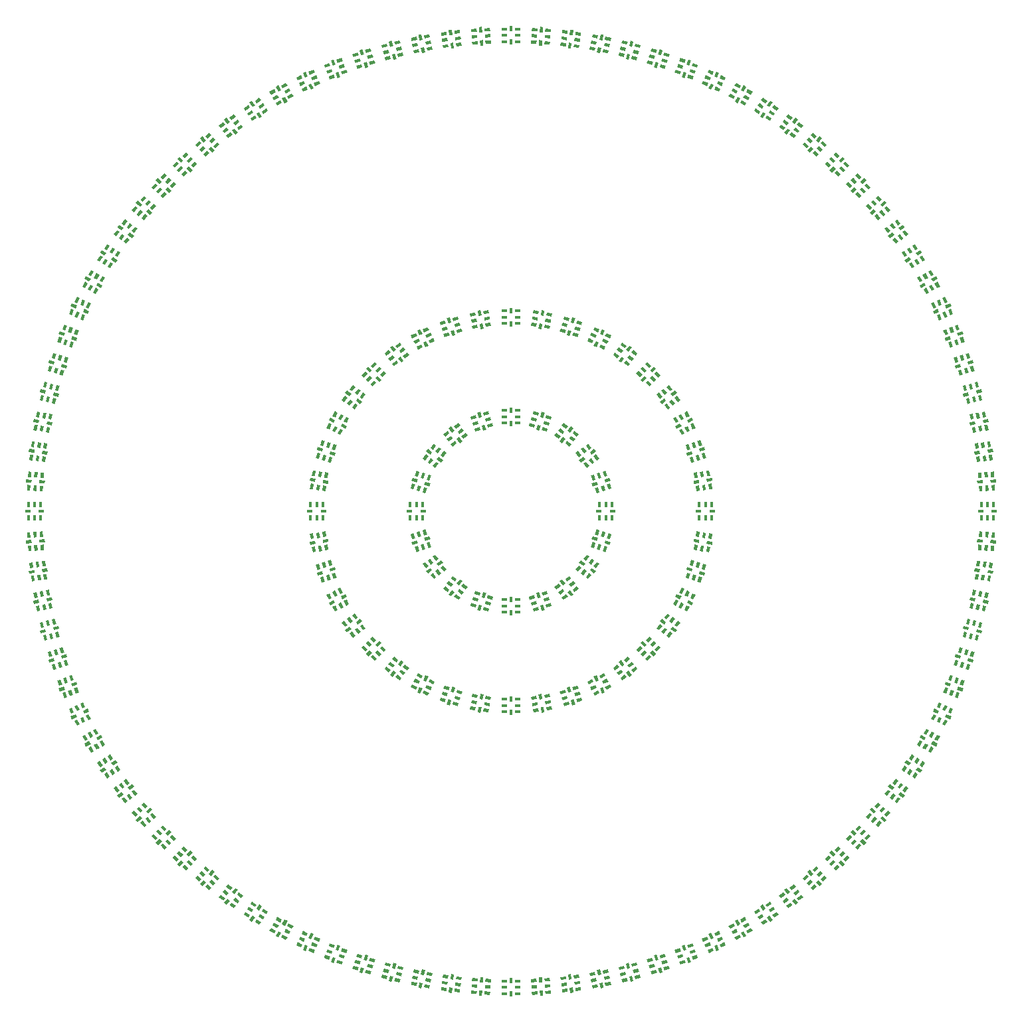
<source format=gtp>
G75*
%MOIN*%
%OFA0B0*%
%FSLAX25Y25*%
%IPPOS*%
%LPD*%
%AMOC8*
5,1,8,0,0,1.08239X$1,22.5*
%
%ADD10R,0.01575X0.02756*%
%ADD11R,0.02756X0.01575*%
D10*
G36*
X0119598Y0121085D02*
X0120811Y0120082D01*
X0119056Y0117959D01*
X0117843Y0118962D01*
X0119598Y0121085D01*
G37*
G36*
X0123864Y0126241D02*
X0125077Y0125238D01*
X0123322Y0123115D01*
X0122109Y0124118D01*
X0123864Y0126241D01*
G37*
G36*
X0112850Y0136012D02*
X0113998Y0134934D01*
X0112112Y0132926D01*
X0110964Y0134004D01*
X0112850Y0136012D01*
G37*
G36*
X0108268Y0131134D02*
X0109416Y0130056D01*
X0107530Y0128048D01*
X0106382Y0129126D01*
X0108268Y0131134D01*
G37*
G36*
X0097606Y0141866D02*
X0098684Y0140718D01*
X0096676Y0138832D01*
X0095598Y0139980D01*
X0097606Y0141866D01*
G37*
G36*
X0102484Y0146448D02*
X0103562Y0145300D01*
X0101554Y0143414D01*
X0100476Y0144562D01*
X0102484Y0146448D01*
G37*
G36*
X0092788Y0157527D02*
X0093791Y0156314D01*
X0091668Y0154559D01*
X0090665Y0155772D01*
X0092788Y0157527D01*
G37*
G36*
X0087632Y0153261D02*
X0088635Y0152048D01*
X0086512Y0150293D01*
X0085509Y0151506D01*
X0087632Y0153261D01*
G37*
G36*
X0078385Y0165249D02*
X0079310Y0163976D01*
X0077081Y0162357D01*
X0076156Y0163630D01*
X0078385Y0165249D01*
G37*
G36*
X0083799Y0169183D02*
X0084724Y0167910D01*
X0082495Y0166291D01*
X0081570Y0167564D01*
X0083799Y0169183D01*
G37*
G36*
X0075577Y0181385D02*
X0076421Y0180056D01*
X0074095Y0178581D01*
X0073251Y0179910D01*
X0075577Y0181385D01*
G37*
G36*
X0069925Y0177799D02*
X0070769Y0176470D01*
X0068443Y0174995D01*
X0067599Y0176324D01*
X0069925Y0177799D01*
G37*
G36*
X0062255Y0190851D02*
X0063013Y0189473D01*
X0060599Y0188145D01*
X0059841Y0189523D01*
X0062255Y0190851D01*
G37*
G36*
X0068121Y0194075D02*
X0068879Y0192697D01*
X0066465Y0191369D01*
X0065707Y0192747D01*
X0068121Y0194075D01*
G37*
G36*
X0061489Y0207213D02*
X0062159Y0205790D01*
X0059667Y0204617D01*
X0058997Y0206040D01*
X0061489Y0207213D01*
G37*
G36*
X0055433Y0204363D02*
X0056103Y0202940D01*
X0053611Y0201767D01*
X0052941Y0203190D01*
X0055433Y0204363D01*
G37*
G36*
X0049460Y0218277D02*
X0050039Y0216814D01*
X0047478Y0215799D01*
X0046899Y0217262D01*
X0049460Y0218277D01*
G37*
G36*
X0055682Y0220741D02*
X0056261Y0219278D01*
X0053700Y0218263D01*
X0053121Y0219726D01*
X0055682Y0220741D01*
G37*
G36*
X0050750Y0234598D02*
X0051236Y0233102D01*
X0048616Y0232250D01*
X0048130Y0233746D01*
X0050750Y0234598D01*
G37*
G36*
X0044384Y0232530D02*
X0044870Y0231034D01*
X0042250Y0230182D01*
X0041764Y0231678D01*
X0044384Y0232530D01*
G37*
G36*
X0040207Y0247082D02*
X0040599Y0245559D01*
X0037931Y0244874D01*
X0037539Y0246397D01*
X0040207Y0247082D01*
G37*
G36*
X0046689Y0248746D02*
X0047081Y0247223D01*
X0044413Y0246538D01*
X0044021Y0248061D01*
X0046689Y0248746D01*
G37*
G36*
X0036949Y0261874D02*
X0037244Y0260329D01*
X0034537Y0259812D01*
X0034242Y0261357D01*
X0036949Y0261874D01*
G37*
G36*
X0043523Y0263128D02*
X0043818Y0261583D01*
X0041111Y0261066D01*
X0040816Y0262611D01*
X0043523Y0263128D01*
G37*
G36*
X0041268Y0277672D02*
X0041465Y0276111D01*
X0038732Y0275766D01*
X0038535Y0277327D01*
X0041268Y0277672D01*
G37*
G36*
X0034628Y0276834D02*
X0034825Y0275273D01*
X0032092Y0274928D01*
X0031895Y0276489D01*
X0034628Y0276834D01*
G37*
G36*
X0033255Y0291901D02*
X0033354Y0290332D01*
X0030605Y0290159D01*
X0030506Y0291728D01*
X0033255Y0291901D01*
G37*
G36*
X0039935Y0292321D02*
X0040034Y0290752D01*
X0037285Y0290579D01*
X0037186Y0292148D01*
X0039935Y0292321D01*
G37*
X0037950Y0302904D03*
X0034800Y0302904D03*
X0031650Y0302904D03*
X0031650Y0309596D03*
X0034800Y0309596D03*
X0037950Y0309596D03*
G36*
X0040034Y0321748D02*
X0039935Y0320179D01*
X0037186Y0320352D01*
X0037285Y0321921D01*
X0040034Y0321748D01*
G37*
G36*
X0033354Y0322168D02*
X0033255Y0320599D01*
X0030506Y0320772D01*
X0030605Y0322341D01*
X0033354Y0322168D01*
G37*
G36*
X0041465Y0336389D02*
X0041268Y0334828D01*
X0038535Y0335173D01*
X0038732Y0336734D01*
X0041465Y0336389D01*
G37*
G36*
X0034825Y0337227D02*
X0034628Y0335666D01*
X0031895Y0336011D01*
X0032092Y0337572D01*
X0034825Y0337227D01*
G37*
G36*
X0037244Y0352171D02*
X0036949Y0350626D01*
X0034242Y0351143D01*
X0034537Y0352688D01*
X0037244Y0352171D01*
G37*
G36*
X0043818Y0350917D02*
X0043523Y0349372D01*
X0040816Y0349889D01*
X0041111Y0351434D01*
X0043818Y0350917D01*
G37*
G36*
X0047081Y0365277D02*
X0046689Y0363754D01*
X0044021Y0364439D01*
X0044413Y0365962D01*
X0047081Y0365277D01*
G37*
G36*
X0040599Y0366941D02*
X0040207Y0365418D01*
X0037539Y0366103D01*
X0037931Y0367626D01*
X0040599Y0366941D01*
G37*
G36*
X0044870Y0381466D02*
X0044384Y0379970D01*
X0041764Y0380822D01*
X0042250Y0382318D01*
X0044870Y0381466D01*
G37*
G36*
X0051236Y0379398D02*
X0050750Y0377902D01*
X0048130Y0378754D01*
X0048616Y0380250D01*
X0051236Y0379398D01*
G37*
G36*
X0056261Y0393222D02*
X0055682Y0391759D01*
X0053121Y0392774D01*
X0053700Y0394237D01*
X0056261Y0393222D01*
G37*
G36*
X0050039Y0395686D02*
X0049460Y0394223D01*
X0046899Y0395238D01*
X0047478Y0396701D01*
X0050039Y0395686D01*
G37*
G36*
X0056103Y0409560D02*
X0055433Y0408137D01*
X0052941Y0409310D01*
X0053611Y0410733D01*
X0056103Y0409560D01*
G37*
G36*
X0062159Y0406710D02*
X0061489Y0405287D01*
X0058997Y0406460D01*
X0059667Y0407883D01*
X0062159Y0406710D01*
G37*
G36*
X0068879Y0419803D02*
X0068121Y0418425D01*
X0065707Y0419753D01*
X0066465Y0421131D01*
X0068879Y0419803D01*
G37*
G36*
X0063013Y0423027D02*
X0062255Y0421649D01*
X0059841Y0422977D01*
X0060599Y0424355D01*
X0063013Y0423027D01*
G37*
G36*
X0076421Y0432444D02*
X0075577Y0431115D01*
X0073251Y0432590D01*
X0074095Y0433919D01*
X0076421Y0432444D01*
G37*
G36*
X0070769Y0436030D02*
X0069925Y0434701D01*
X0067599Y0436176D01*
X0068443Y0437505D01*
X0070769Y0436030D01*
G37*
G36*
X0079310Y0448524D02*
X0078385Y0447251D01*
X0076156Y0448870D01*
X0077081Y0450143D01*
X0079310Y0448524D01*
G37*
G36*
X0084724Y0444590D02*
X0083799Y0443317D01*
X0081570Y0444936D01*
X0082495Y0446209D01*
X0084724Y0444590D01*
G37*
G36*
X0093791Y0456186D02*
X0092788Y0454973D01*
X0090665Y0456728D01*
X0091668Y0457941D01*
X0093791Y0456186D01*
G37*
G36*
X0088635Y0460452D02*
X0087632Y0459239D01*
X0085509Y0460994D01*
X0086512Y0462207D01*
X0088635Y0460452D01*
G37*
G36*
X0098684Y0471782D02*
X0097606Y0470634D01*
X0095598Y0472520D01*
X0096676Y0473668D01*
X0098684Y0471782D01*
G37*
G36*
X0103562Y0467200D02*
X0102484Y0466052D01*
X0100476Y0467938D01*
X0101554Y0469086D01*
X0103562Y0467200D01*
G37*
G36*
X0113998Y0477566D02*
X0112850Y0476488D01*
X0110964Y0478496D01*
X0112112Y0479574D01*
X0113998Y0477566D01*
G37*
G36*
X0109416Y0482444D02*
X0108268Y0481366D01*
X0106382Y0483374D01*
X0107530Y0484452D01*
X0109416Y0482444D01*
G37*
G36*
X0120811Y0492418D02*
X0119598Y0491415D01*
X0117843Y0493538D01*
X0119056Y0494541D01*
X0120811Y0492418D01*
G37*
G36*
X0125077Y0487262D02*
X0123864Y0486259D01*
X0122109Y0488382D01*
X0123322Y0489385D01*
X0125077Y0487262D01*
G37*
G36*
X0136733Y0496251D02*
X0135460Y0495326D01*
X0133841Y0497555D01*
X0135114Y0498480D01*
X0136733Y0496251D01*
G37*
G36*
X0132799Y0501665D02*
X0131526Y0500740D01*
X0129907Y0502969D01*
X0131180Y0503894D01*
X0132799Y0501665D01*
G37*
G36*
X0145349Y0510125D02*
X0144020Y0509281D01*
X0142545Y0511607D01*
X0143874Y0512451D01*
X0145349Y0510125D01*
G37*
G36*
X0148935Y0504473D02*
X0147606Y0503629D01*
X0146131Y0505955D01*
X0147460Y0506799D01*
X0148935Y0504473D01*
G37*
G36*
X0161625Y0511929D02*
X0160247Y0511171D01*
X0158919Y0513585D01*
X0160297Y0514343D01*
X0161625Y0511929D01*
G37*
G36*
X0158401Y0517795D02*
X0157023Y0517037D01*
X0155695Y0519451D01*
X0157073Y0520209D01*
X0158401Y0517795D01*
G37*
G36*
X0171913Y0524617D02*
X0170490Y0523947D01*
X0169317Y0526439D01*
X0170740Y0527109D01*
X0171913Y0524617D01*
G37*
G36*
X0174763Y0518561D02*
X0173340Y0517891D01*
X0172167Y0520383D01*
X0173590Y0521053D01*
X0174763Y0518561D01*
G37*
G36*
X0185827Y0530590D02*
X0184364Y0530011D01*
X0183349Y0532572D01*
X0184812Y0533151D01*
X0185827Y0530590D01*
G37*
G36*
X0188291Y0524368D02*
X0186828Y0523789D01*
X0185813Y0526350D01*
X0187276Y0526929D01*
X0188291Y0524368D01*
G37*
G36*
X0202148Y0529300D02*
X0200652Y0528814D01*
X0199800Y0531434D01*
X0201296Y0531920D01*
X0202148Y0529300D01*
G37*
G36*
X0200080Y0535666D02*
X0198584Y0535180D01*
X0197732Y0537800D01*
X0199228Y0538286D01*
X0200080Y0535666D01*
G37*
G36*
X0214632Y0539843D02*
X0213109Y0539451D01*
X0212424Y0542119D01*
X0213947Y0542511D01*
X0214632Y0539843D01*
G37*
G36*
X0216296Y0533361D02*
X0214773Y0532969D01*
X0214088Y0535637D01*
X0215611Y0536029D01*
X0216296Y0533361D01*
G37*
G36*
X0230678Y0536527D02*
X0229133Y0536232D01*
X0228616Y0538939D01*
X0230161Y0539234D01*
X0230678Y0536527D01*
G37*
G36*
X0229424Y0543101D02*
X0227879Y0542806D01*
X0227362Y0545513D01*
X0228907Y0545808D01*
X0229424Y0543101D01*
G37*
G36*
X0244384Y0545422D02*
X0242823Y0545225D01*
X0242478Y0547958D01*
X0244039Y0548155D01*
X0244384Y0545422D01*
G37*
G36*
X0245222Y0538782D02*
X0243661Y0538585D01*
X0243316Y0541318D01*
X0244877Y0541515D01*
X0245222Y0538782D01*
G37*
G36*
X0259871Y0540115D02*
X0258302Y0540016D01*
X0258129Y0542765D01*
X0259698Y0542864D01*
X0259871Y0540115D01*
G37*
G36*
X0259451Y0546795D02*
X0257882Y0546696D01*
X0257709Y0549445D01*
X0259278Y0549544D01*
X0259451Y0546795D01*
G37*
X0273800Y0548596D03*
X0273800Y0541904D03*
G36*
X0289298Y0540016D02*
X0287729Y0540115D01*
X0287902Y0542864D01*
X0289471Y0542765D01*
X0289298Y0540016D01*
G37*
G36*
X0289718Y0546696D02*
X0288149Y0546795D01*
X0288322Y0549544D01*
X0289891Y0549445D01*
X0289718Y0546696D01*
G37*
G36*
X0304777Y0545225D02*
X0303216Y0545422D01*
X0303561Y0548155D01*
X0305122Y0547958D01*
X0304777Y0545225D01*
G37*
G36*
X0303939Y0538585D02*
X0302378Y0538782D01*
X0302723Y0541515D01*
X0304284Y0541318D01*
X0303939Y0538585D01*
G37*
G36*
X0318467Y0536232D02*
X0316922Y0536527D01*
X0317439Y0539234D01*
X0318984Y0538939D01*
X0318467Y0536232D01*
G37*
G36*
X0319721Y0542806D02*
X0318176Y0543101D01*
X0318693Y0545808D01*
X0320238Y0545513D01*
X0319721Y0542806D01*
G37*
G36*
X0332827Y0532969D02*
X0331304Y0533361D01*
X0331989Y0536029D01*
X0333512Y0535637D01*
X0332827Y0532969D01*
G37*
G36*
X0334491Y0539451D02*
X0332968Y0539843D01*
X0333653Y0542511D01*
X0335176Y0542119D01*
X0334491Y0539451D01*
G37*
G36*
X0349016Y0535180D02*
X0347520Y0535666D01*
X0348372Y0538286D01*
X0349868Y0537800D01*
X0349016Y0535180D01*
G37*
G36*
X0346948Y0528814D02*
X0345452Y0529300D01*
X0346304Y0531920D01*
X0347800Y0531434D01*
X0346948Y0528814D01*
G37*
G36*
X0360772Y0523789D02*
X0359309Y0524368D01*
X0360324Y0526929D01*
X0361787Y0526350D01*
X0360772Y0523789D01*
G37*
G36*
X0363236Y0530011D02*
X0361773Y0530590D01*
X0362788Y0533151D01*
X0364251Y0532572D01*
X0363236Y0530011D01*
G37*
G36*
X0377110Y0523947D02*
X0375687Y0524617D01*
X0376860Y0527109D01*
X0378283Y0526439D01*
X0377110Y0523947D01*
G37*
G36*
X0374260Y0517891D02*
X0372837Y0518561D01*
X0374010Y0521053D01*
X0375433Y0520383D01*
X0374260Y0517891D01*
G37*
G36*
X0387353Y0511171D02*
X0385975Y0511929D01*
X0387303Y0514343D01*
X0388681Y0513585D01*
X0387353Y0511171D01*
G37*
G36*
X0390577Y0517037D02*
X0389199Y0517795D01*
X0390527Y0520209D01*
X0391905Y0519451D01*
X0390577Y0517037D01*
G37*
G36*
X0403580Y0509281D02*
X0402251Y0510125D01*
X0403726Y0512451D01*
X0405055Y0511607D01*
X0403580Y0509281D01*
G37*
G36*
X0399994Y0503629D02*
X0398665Y0504473D01*
X0400140Y0506799D01*
X0401469Y0505955D01*
X0399994Y0503629D01*
G37*
G36*
X0412140Y0495326D02*
X0410867Y0496251D01*
X0412486Y0498480D01*
X0413759Y0497555D01*
X0412140Y0495326D01*
G37*
G36*
X0416074Y0500740D02*
X0414801Y0501665D01*
X0416420Y0503894D01*
X0417693Y0502969D01*
X0416074Y0500740D01*
G37*
G36*
X0423736Y0486259D02*
X0422523Y0487262D01*
X0424278Y0489385D01*
X0425491Y0488382D01*
X0423736Y0486259D01*
G37*
G36*
X0428002Y0491415D02*
X0426789Y0492418D01*
X0428544Y0494541D01*
X0429757Y0493538D01*
X0428002Y0491415D01*
G37*
G36*
X0439332Y0481366D02*
X0438184Y0482444D01*
X0440070Y0484452D01*
X0441218Y0483374D01*
X0439332Y0481366D01*
G37*
G36*
X0434750Y0476488D02*
X0433602Y0477566D01*
X0435488Y0479574D01*
X0436636Y0478496D01*
X0434750Y0476488D01*
G37*
G36*
X0445116Y0466052D02*
X0444038Y0467200D01*
X0446046Y0469086D01*
X0447124Y0467938D01*
X0445116Y0466052D01*
G37*
G36*
X0449994Y0470634D02*
X0448916Y0471782D01*
X0450924Y0473668D01*
X0452002Y0472520D01*
X0449994Y0470634D01*
G37*
G36*
X0459968Y0459239D02*
X0458965Y0460452D01*
X0461088Y0462207D01*
X0462091Y0460994D01*
X0459968Y0459239D01*
G37*
G36*
X0454812Y0454973D02*
X0453809Y0456186D01*
X0455932Y0457941D01*
X0456935Y0456728D01*
X0454812Y0454973D01*
G37*
G36*
X0463801Y0443317D02*
X0462876Y0444590D01*
X0465105Y0446209D01*
X0466030Y0444936D01*
X0463801Y0443317D01*
G37*
G36*
X0469215Y0447251D02*
X0468290Y0448524D01*
X0470519Y0450143D01*
X0471444Y0448870D01*
X0469215Y0447251D01*
G37*
G36*
X0477675Y0434701D02*
X0476831Y0436030D01*
X0479157Y0437505D01*
X0480001Y0436176D01*
X0477675Y0434701D01*
G37*
G36*
X0472023Y0431115D02*
X0471179Y0432444D01*
X0473505Y0433919D01*
X0474349Y0432590D01*
X0472023Y0431115D01*
G37*
G36*
X0479479Y0418425D02*
X0478721Y0419803D01*
X0481135Y0421131D01*
X0481893Y0419753D01*
X0479479Y0418425D01*
G37*
G36*
X0485345Y0421649D02*
X0484587Y0423027D01*
X0487001Y0424355D01*
X0487759Y0422977D01*
X0485345Y0421649D01*
G37*
G36*
X0492167Y0408137D02*
X0491497Y0409560D01*
X0493989Y0410733D01*
X0494659Y0409310D01*
X0492167Y0408137D01*
G37*
G36*
X0486111Y0405287D02*
X0485441Y0406710D01*
X0487933Y0407883D01*
X0488603Y0406460D01*
X0486111Y0405287D01*
G37*
G36*
X0491918Y0391759D02*
X0491339Y0393222D01*
X0493900Y0394237D01*
X0494479Y0392774D01*
X0491918Y0391759D01*
G37*
G36*
X0498140Y0394223D02*
X0497561Y0395686D01*
X0500122Y0396701D01*
X0500701Y0395238D01*
X0498140Y0394223D01*
G37*
G36*
X0503216Y0379970D02*
X0502730Y0381466D01*
X0505350Y0382318D01*
X0505836Y0380822D01*
X0503216Y0379970D01*
G37*
G36*
X0496850Y0377902D02*
X0496364Y0379398D01*
X0498984Y0380250D01*
X0499470Y0378754D01*
X0496850Y0377902D01*
G37*
G36*
X0507393Y0365418D02*
X0507001Y0366941D01*
X0509669Y0367626D01*
X0510061Y0366103D01*
X0507393Y0365418D01*
G37*
G36*
X0500911Y0363754D02*
X0500519Y0365277D01*
X0503187Y0365962D01*
X0503579Y0364439D01*
X0500911Y0363754D01*
G37*
G36*
X0504077Y0349372D02*
X0503782Y0350917D01*
X0506489Y0351434D01*
X0506784Y0349889D01*
X0504077Y0349372D01*
G37*
G36*
X0510651Y0350626D02*
X0510356Y0352171D01*
X0513063Y0352688D01*
X0513358Y0351143D01*
X0510651Y0350626D01*
G37*
G36*
X0512972Y0335666D02*
X0512775Y0337227D01*
X0515508Y0337572D01*
X0515705Y0336011D01*
X0512972Y0335666D01*
G37*
G36*
X0506332Y0334828D02*
X0506135Y0336389D01*
X0508868Y0336734D01*
X0509065Y0335173D01*
X0506332Y0334828D01*
G37*
G36*
X0507665Y0320179D02*
X0507566Y0321748D01*
X0510315Y0321921D01*
X0510414Y0320352D01*
X0507665Y0320179D01*
G37*
G36*
X0514345Y0320599D02*
X0514246Y0322168D01*
X0516995Y0322341D01*
X0517094Y0320772D01*
X0514345Y0320599D01*
G37*
X0512800Y0309596D03*
X0509650Y0309596D03*
X0515950Y0309596D03*
X0515950Y0302904D03*
X0512800Y0302904D03*
X0509650Y0302904D03*
G36*
X0507566Y0290752D02*
X0507665Y0292321D01*
X0510414Y0292148D01*
X0510315Y0290579D01*
X0507566Y0290752D01*
G37*
G36*
X0514246Y0290332D02*
X0514345Y0291901D01*
X0517094Y0291728D01*
X0516995Y0290159D01*
X0514246Y0290332D01*
G37*
G36*
X0512775Y0275273D02*
X0512972Y0276834D01*
X0515705Y0276489D01*
X0515508Y0274928D01*
X0512775Y0275273D01*
G37*
G36*
X0506135Y0276111D02*
X0506332Y0277672D01*
X0509065Y0277327D01*
X0508868Y0275766D01*
X0506135Y0276111D01*
G37*
G36*
X0503782Y0261583D02*
X0504077Y0263128D01*
X0506784Y0262611D01*
X0506489Y0261066D01*
X0503782Y0261583D01*
G37*
G36*
X0510356Y0260329D02*
X0510651Y0261874D01*
X0513358Y0261357D01*
X0513063Y0259812D01*
X0510356Y0260329D01*
G37*
G36*
X0507001Y0245559D02*
X0507393Y0247082D01*
X0510061Y0246397D01*
X0509669Y0244874D01*
X0507001Y0245559D01*
G37*
G36*
X0500519Y0247223D02*
X0500911Y0248746D01*
X0503579Y0248061D01*
X0503187Y0246538D01*
X0500519Y0247223D01*
G37*
G36*
X0496364Y0233102D02*
X0496850Y0234598D01*
X0499470Y0233746D01*
X0498984Y0232250D01*
X0496364Y0233102D01*
G37*
G36*
X0502730Y0231034D02*
X0503216Y0232530D01*
X0505836Y0231678D01*
X0505350Y0230182D01*
X0502730Y0231034D01*
G37*
G36*
X0497561Y0216814D02*
X0498140Y0218277D01*
X0500701Y0217262D01*
X0500122Y0215799D01*
X0497561Y0216814D01*
G37*
G36*
X0491339Y0219278D02*
X0491918Y0220741D01*
X0494479Y0219726D01*
X0493900Y0218263D01*
X0491339Y0219278D01*
G37*
G36*
X0485441Y0205790D02*
X0486111Y0207213D01*
X0488603Y0206040D01*
X0487933Y0204617D01*
X0485441Y0205790D01*
G37*
G36*
X0491497Y0202940D02*
X0492167Y0204363D01*
X0494659Y0203190D01*
X0493989Y0201767D01*
X0491497Y0202940D01*
G37*
G36*
X0484587Y0189473D02*
X0485345Y0190851D01*
X0487759Y0189523D01*
X0487001Y0188145D01*
X0484587Y0189473D01*
G37*
G36*
X0478721Y0192697D02*
X0479479Y0194075D01*
X0481893Y0192747D01*
X0481135Y0191369D01*
X0478721Y0192697D01*
G37*
G36*
X0471179Y0180056D02*
X0472023Y0181385D01*
X0474349Y0179910D01*
X0473505Y0178581D01*
X0471179Y0180056D01*
G37*
G36*
X0476831Y0176470D02*
X0477675Y0177799D01*
X0480001Y0176324D01*
X0479157Y0174995D01*
X0476831Y0176470D01*
G37*
G36*
X0468290Y0163976D02*
X0469215Y0165249D01*
X0471444Y0163630D01*
X0470519Y0162357D01*
X0468290Y0163976D01*
G37*
G36*
X0462876Y0167910D02*
X0463801Y0169183D01*
X0466030Y0167564D01*
X0465105Y0166291D01*
X0462876Y0167910D01*
G37*
G36*
X0453809Y0156314D02*
X0454812Y0157527D01*
X0456935Y0155772D01*
X0455932Y0154559D01*
X0453809Y0156314D01*
G37*
G36*
X0458965Y0152048D02*
X0459968Y0153261D01*
X0462091Y0151506D01*
X0461088Y0150293D01*
X0458965Y0152048D01*
G37*
G36*
X0448916Y0140718D02*
X0449994Y0141866D01*
X0452002Y0139980D01*
X0450924Y0138832D01*
X0448916Y0140718D01*
G37*
G36*
X0444038Y0145300D02*
X0445116Y0146448D01*
X0447124Y0144562D01*
X0446046Y0143414D01*
X0444038Y0145300D01*
G37*
G36*
X0433602Y0134934D02*
X0434750Y0136012D01*
X0436636Y0134004D01*
X0435488Y0132926D01*
X0433602Y0134934D01*
G37*
G36*
X0438184Y0130056D02*
X0439332Y0131134D01*
X0441218Y0129126D01*
X0440070Y0128048D01*
X0438184Y0130056D01*
G37*
G36*
X0426789Y0120082D02*
X0428002Y0121085D01*
X0429757Y0118962D01*
X0428544Y0117959D01*
X0426789Y0120082D01*
G37*
G36*
X0422523Y0125238D02*
X0423736Y0126241D01*
X0425491Y0124118D01*
X0424278Y0123115D01*
X0422523Y0125238D01*
G37*
G36*
X0410867Y0116249D02*
X0412140Y0117174D01*
X0413759Y0114945D01*
X0412486Y0114020D01*
X0410867Y0116249D01*
G37*
G36*
X0414801Y0110835D02*
X0416074Y0111760D01*
X0417693Y0109531D01*
X0416420Y0108606D01*
X0414801Y0110835D01*
G37*
G36*
X0402251Y0102375D02*
X0403580Y0103219D01*
X0405055Y0100893D01*
X0403726Y0100049D01*
X0402251Y0102375D01*
G37*
G36*
X0398665Y0108027D02*
X0399994Y0108871D01*
X0401469Y0106545D01*
X0400140Y0105701D01*
X0398665Y0108027D01*
G37*
G36*
X0385975Y0100571D02*
X0387353Y0101329D01*
X0388681Y0098915D01*
X0387303Y0098157D01*
X0385975Y0100571D01*
G37*
G36*
X0389199Y0094705D02*
X0390577Y0095463D01*
X0391905Y0093049D01*
X0390527Y0092291D01*
X0389199Y0094705D01*
G37*
G36*
X0375687Y0087883D02*
X0377110Y0088553D01*
X0378283Y0086061D01*
X0376860Y0085391D01*
X0375687Y0087883D01*
G37*
G36*
X0372837Y0093939D02*
X0374260Y0094609D01*
X0375433Y0092117D01*
X0374010Y0091447D01*
X0372837Y0093939D01*
G37*
G36*
X0359309Y0088132D02*
X0360772Y0088711D01*
X0361787Y0086150D01*
X0360324Y0085571D01*
X0359309Y0088132D01*
G37*
G36*
X0361773Y0081910D02*
X0363236Y0082489D01*
X0364251Y0079928D01*
X0362788Y0079349D01*
X0361773Y0081910D01*
G37*
G36*
X0347520Y0076834D02*
X0349016Y0077320D01*
X0349868Y0074700D01*
X0348372Y0074214D01*
X0347520Y0076834D01*
G37*
G36*
X0345452Y0083200D02*
X0346948Y0083686D01*
X0347800Y0081066D01*
X0346304Y0080580D01*
X0345452Y0083200D01*
G37*
G36*
X0332968Y0072657D02*
X0334491Y0073049D01*
X0335176Y0070381D01*
X0333653Y0069989D01*
X0332968Y0072657D01*
G37*
G36*
X0331304Y0079139D02*
X0332827Y0079531D01*
X0333512Y0076863D01*
X0331989Y0076471D01*
X0331304Y0079139D01*
G37*
G36*
X0316922Y0075973D02*
X0318467Y0076268D01*
X0318984Y0073561D01*
X0317439Y0073266D01*
X0316922Y0075973D01*
G37*
G36*
X0318176Y0069399D02*
X0319721Y0069694D01*
X0320238Y0066987D01*
X0318693Y0066692D01*
X0318176Y0069399D01*
G37*
G36*
X0303216Y0067078D02*
X0304777Y0067275D01*
X0305122Y0064542D01*
X0303561Y0064345D01*
X0303216Y0067078D01*
G37*
G36*
X0302378Y0073718D02*
X0303939Y0073915D01*
X0304284Y0071182D01*
X0302723Y0070985D01*
X0302378Y0073718D01*
G37*
G36*
X0287729Y0072385D02*
X0289298Y0072484D01*
X0289471Y0069735D01*
X0287902Y0069636D01*
X0287729Y0072385D01*
G37*
G36*
X0288149Y0065705D02*
X0289718Y0065804D01*
X0289891Y0063055D01*
X0288322Y0062956D01*
X0288149Y0065705D01*
G37*
X0273800Y0063904D03*
X0273800Y0070596D03*
G36*
X0258302Y0072484D02*
X0259871Y0072385D01*
X0259698Y0069636D01*
X0258129Y0069735D01*
X0258302Y0072484D01*
G37*
G36*
X0257882Y0065804D02*
X0259451Y0065705D01*
X0259278Y0062956D01*
X0257709Y0063055D01*
X0257882Y0065804D01*
G37*
G36*
X0242823Y0067275D02*
X0244384Y0067078D01*
X0244039Y0064345D01*
X0242478Y0064542D01*
X0242823Y0067275D01*
G37*
G36*
X0243661Y0073915D02*
X0245222Y0073718D01*
X0244877Y0070985D01*
X0243316Y0071182D01*
X0243661Y0073915D01*
G37*
G36*
X0229133Y0076268D02*
X0230678Y0075973D01*
X0230161Y0073266D01*
X0228616Y0073561D01*
X0229133Y0076268D01*
G37*
G36*
X0227879Y0069694D02*
X0229424Y0069399D01*
X0228907Y0066692D01*
X0227362Y0066987D01*
X0227879Y0069694D01*
G37*
G36*
X0214773Y0079531D02*
X0216296Y0079139D01*
X0215611Y0076471D01*
X0214088Y0076863D01*
X0214773Y0079531D01*
G37*
G36*
X0213109Y0073049D02*
X0214632Y0072657D01*
X0213947Y0069989D01*
X0212424Y0070381D01*
X0213109Y0073049D01*
G37*
G36*
X0198584Y0077320D02*
X0200080Y0076834D01*
X0199228Y0074214D01*
X0197732Y0074700D01*
X0198584Y0077320D01*
G37*
G36*
X0200652Y0083686D02*
X0202148Y0083200D01*
X0201296Y0080580D01*
X0199800Y0081066D01*
X0200652Y0083686D01*
G37*
G36*
X0186828Y0088711D02*
X0188291Y0088132D01*
X0187276Y0085571D01*
X0185813Y0086150D01*
X0186828Y0088711D01*
G37*
G36*
X0184364Y0082489D02*
X0185827Y0081910D01*
X0184812Y0079349D01*
X0183349Y0079928D01*
X0184364Y0082489D01*
G37*
G36*
X0170490Y0088553D02*
X0171913Y0087883D01*
X0170740Y0085391D01*
X0169317Y0086061D01*
X0170490Y0088553D01*
G37*
G36*
X0173340Y0094609D02*
X0174763Y0093939D01*
X0173590Y0091447D01*
X0172167Y0092117D01*
X0173340Y0094609D01*
G37*
G36*
X0160247Y0101329D02*
X0161625Y0100571D01*
X0160297Y0098157D01*
X0158919Y0098915D01*
X0160247Y0101329D01*
G37*
G36*
X0157023Y0095463D02*
X0158401Y0094705D01*
X0157073Y0092291D01*
X0155695Y0093049D01*
X0157023Y0095463D01*
G37*
G36*
X0144020Y0103219D02*
X0145349Y0102375D01*
X0143874Y0100049D01*
X0142545Y0100893D01*
X0144020Y0103219D01*
G37*
G36*
X0147606Y0108871D02*
X0148935Y0108027D01*
X0147460Y0105701D01*
X0146131Y0106545D01*
X0147606Y0108871D01*
G37*
G36*
X0135460Y0117174D02*
X0136733Y0116249D01*
X0135114Y0114020D01*
X0133841Y0114945D01*
X0135460Y0117174D01*
G37*
G36*
X0131526Y0111760D02*
X0132799Y0110835D01*
X0131180Y0108606D01*
X0129907Y0109531D01*
X0131526Y0111760D01*
G37*
G36*
X0227906Y0217953D02*
X0229307Y0217238D01*
X0228056Y0214783D01*
X0226655Y0215498D01*
X0227906Y0217953D01*
G37*
G36*
X0230944Y0223917D02*
X0232345Y0223202D01*
X0231094Y0220747D01*
X0229693Y0221462D01*
X0230944Y0223917D01*
G37*
G36*
X0244412Y0218286D02*
X0245908Y0217800D01*
X0245056Y0215180D01*
X0243560Y0215666D01*
X0244412Y0218286D01*
G37*
G36*
X0242344Y0211920D02*
X0243840Y0211434D01*
X0242988Y0208814D01*
X0241492Y0209300D01*
X0242344Y0211920D01*
G37*
G36*
X0257415Y0208129D02*
X0258968Y0207882D01*
X0258537Y0205161D01*
X0256984Y0205408D01*
X0257415Y0208129D01*
G37*
G36*
X0258462Y0214739D02*
X0260015Y0214492D01*
X0259584Y0211771D01*
X0258031Y0212018D01*
X0258462Y0214739D01*
G37*
X0273800Y0212096D03*
X0273800Y0205404D03*
G36*
X0288631Y0207882D02*
X0290184Y0208129D01*
X0290615Y0205408D01*
X0289062Y0205161D01*
X0288631Y0207882D01*
G37*
G36*
X0287584Y0214492D02*
X0289137Y0214739D01*
X0289568Y0212018D01*
X0288015Y0211771D01*
X0287584Y0214492D01*
G37*
G36*
X0301692Y0217800D02*
X0303188Y0218286D01*
X0304040Y0215666D01*
X0302544Y0215180D01*
X0301692Y0217800D01*
G37*
G36*
X0303760Y0211434D02*
X0305256Y0211920D01*
X0306108Y0209300D01*
X0304612Y0208814D01*
X0303760Y0211434D01*
G37*
G36*
X0315255Y0223202D02*
X0316656Y0223917D01*
X0317907Y0221462D01*
X0316506Y0220747D01*
X0315255Y0223202D01*
G37*
G36*
X0318293Y0217238D02*
X0319694Y0217953D01*
X0320945Y0215498D01*
X0319544Y0214783D01*
X0318293Y0217238D01*
G37*
G36*
X0331621Y0225295D02*
X0332894Y0226220D01*
X0334513Y0223991D01*
X0333240Y0223066D01*
X0331621Y0225295D01*
G37*
G36*
X0327687Y0230709D02*
X0328960Y0231634D01*
X0330579Y0229405D01*
X0329306Y0228480D01*
X0327687Y0230709D01*
G37*
G36*
X0338804Y0240133D02*
X0339917Y0241246D01*
X0341864Y0239299D01*
X0340751Y0238186D01*
X0338804Y0240133D01*
G37*
G36*
X0343536Y0235401D02*
X0344649Y0236514D01*
X0346596Y0234567D01*
X0345483Y0233454D01*
X0343536Y0235401D01*
G37*
G36*
X0353830Y0247156D02*
X0354755Y0248429D01*
X0356984Y0246810D01*
X0356059Y0245537D01*
X0353830Y0247156D01*
G37*
G36*
X0348416Y0251090D02*
X0349341Y0252363D01*
X0351570Y0250744D01*
X0350645Y0249471D01*
X0348416Y0251090D01*
G37*
G36*
X0356133Y0263394D02*
X0356848Y0264795D01*
X0359303Y0263544D01*
X0358588Y0262143D01*
X0356133Y0263394D01*
G37*
G36*
X0362097Y0260356D02*
X0362812Y0261757D01*
X0365267Y0260506D01*
X0364552Y0259105D01*
X0362097Y0260356D01*
G37*
G36*
X0368130Y0274794D02*
X0368616Y0276290D01*
X0371236Y0275438D01*
X0370750Y0273942D01*
X0368130Y0274794D01*
G37*
G36*
X0361764Y0276862D02*
X0362250Y0278358D01*
X0364870Y0277506D01*
X0364384Y0276010D01*
X0361764Y0276862D01*
G37*
G36*
X0365311Y0290912D02*
X0365558Y0292465D01*
X0368279Y0292034D01*
X0368032Y0290481D01*
X0365311Y0290912D01*
G37*
G36*
X0371921Y0289865D02*
X0372168Y0291418D01*
X0374889Y0290987D01*
X0374642Y0289434D01*
X0371921Y0289865D01*
G37*
X0371300Y0302904D03*
X0368150Y0302904D03*
X0374450Y0302904D03*
X0374450Y0309596D03*
X0371300Y0309596D03*
X0368150Y0309596D03*
G36*
X0365558Y0320034D02*
X0365311Y0321587D01*
X0368032Y0322018D01*
X0368279Y0320465D01*
X0365558Y0320034D01*
G37*
G36*
X0372168Y0321081D02*
X0371921Y0322634D01*
X0374642Y0323065D01*
X0374889Y0321512D01*
X0372168Y0321081D01*
G37*
G36*
X0362250Y0334142D02*
X0361764Y0335638D01*
X0364384Y0336490D01*
X0364870Y0334994D01*
X0362250Y0334142D01*
G37*
G36*
X0368616Y0336210D02*
X0368130Y0337706D01*
X0370750Y0338558D01*
X0371236Y0337062D01*
X0368616Y0336210D01*
G37*
G36*
X0362812Y0350743D02*
X0362097Y0352144D01*
X0364552Y0353395D01*
X0365267Y0351994D01*
X0362812Y0350743D01*
G37*
G36*
X0356848Y0347705D02*
X0356133Y0349106D01*
X0358588Y0350357D01*
X0359303Y0348956D01*
X0356848Y0347705D01*
G37*
G36*
X0349341Y0360137D02*
X0348416Y0361410D01*
X0350645Y0363029D01*
X0351570Y0361756D01*
X0349341Y0360137D01*
G37*
G36*
X0354755Y0364071D02*
X0353830Y0365344D01*
X0356059Y0366963D01*
X0356984Y0365690D01*
X0354755Y0364071D01*
G37*
G36*
X0339917Y0371254D02*
X0338804Y0372367D01*
X0340751Y0374314D01*
X0341864Y0373201D01*
X0339917Y0371254D01*
G37*
G36*
X0344649Y0375986D02*
X0343536Y0377099D01*
X0345483Y0379046D01*
X0346596Y0377933D01*
X0344649Y0375986D01*
G37*
G36*
X0332894Y0386280D02*
X0331621Y0387205D01*
X0333240Y0389434D01*
X0334513Y0388509D01*
X0332894Y0386280D01*
G37*
G36*
X0328960Y0380866D02*
X0327687Y0381791D01*
X0329306Y0384020D01*
X0330579Y0383095D01*
X0328960Y0380866D01*
G37*
G36*
X0316656Y0388583D02*
X0315255Y0389298D01*
X0316506Y0391753D01*
X0317907Y0391038D01*
X0316656Y0388583D01*
G37*
G36*
X0319694Y0394547D02*
X0318293Y0395262D01*
X0319544Y0397717D01*
X0320945Y0397002D01*
X0319694Y0394547D01*
G37*
G36*
X0305256Y0400580D02*
X0303760Y0401066D01*
X0304612Y0403686D01*
X0306108Y0403200D01*
X0305256Y0400580D01*
G37*
G36*
X0303188Y0394214D02*
X0301692Y0394700D01*
X0302544Y0397320D01*
X0304040Y0396834D01*
X0303188Y0394214D01*
G37*
G36*
X0289137Y0397761D02*
X0287584Y0398008D01*
X0288015Y0400729D01*
X0289568Y0400482D01*
X0289137Y0397761D01*
G37*
G36*
X0290184Y0404371D02*
X0288631Y0404618D01*
X0289062Y0407339D01*
X0290615Y0407092D01*
X0290184Y0404371D01*
G37*
X0273800Y0407096D03*
X0273800Y0400404D03*
G36*
X0260015Y0398008D02*
X0258462Y0397761D01*
X0258031Y0400482D01*
X0259584Y0400729D01*
X0260015Y0398008D01*
G37*
G36*
X0258968Y0404618D02*
X0257415Y0404371D01*
X0256984Y0407092D01*
X0258537Y0407339D01*
X0258968Y0404618D01*
G37*
G36*
X0243840Y0401066D02*
X0242344Y0400580D01*
X0241492Y0403200D01*
X0242988Y0403686D01*
X0243840Y0401066D01*
G37*
G36*
X0245908Y0394700D02*
X0244412Y0394214D01*
X0243560Y0396834D01*
X0245056Y0397320D01*
X0245908Y0394700D01*
G37*
G36*
X0232345Y0389298D02*
X0230944Y0388583D01*
X0229693Y0391038D01*
X0231094Y0391753D01*
X0232345Y0389298D01*
G37*
G36*
X0229307Y0395262D02*
X0227906Y0394547D01*
X0226655Y0397002D01*
X0228056Y0397717D01*
X0229307Y0395262D01*
G37*
G36*
X0215979Y0387205D02*
X0214706Y0386280D01*
X0213087Y0388509D01*
X0214360Y0389434D01*
X0215979Y0387205D01*
G37*
G36*
X0219913Y0381791D02*
X0218640Y0380866D01*
X0217021Y0383095D01*
X0218294Y0384020D01*
X0219913Y0381791D01*
G37*
G36*
X0208796Y0372367D02*
X0207683Y0371254D01*
X0205736Y0373201D01*
X0206849Y0374314D01*
X0208796Y0372367D01*
G37*
G36*
X0204064Y0377099D02*
X0202951Y0375986D01*
X0201004Y0377933D01*
X0202117Y0379046D01*
X0204064Y0377099D01*
G37*
G36*
X0193770Y0365344D02*
X0192845Y0364071D01*
X0190616Y0365690D01*
X0191541Y0366963D01*
X0193770Y0365344D01*
G37*
G36*
X0199184Y0361410D02*
X0198259Y0360137D01*
X0196030Y0361756D01*
X0196955Y0363029D01*
X0199184Y0361410D01*
G37*
G36*
X0191467Y0349106D02*
X0190752Y0347705D01*
X0188297Y0348956D01*
X0189012Y0350357D01*
X0191467Y0349106D01*
G37*
G36*
X0185503Y0352144D02*
X0184788Y0350743D01*
X0182333Y0351994D01*
X0183048Y0353395D01*
X0185503Y0352144D01*
G37*
G36*
X0179470Y0337706D02*
X0178984Y0336210D01*
X0176364Y0337062D01*
X0176850Y0338558D01*
X0179470Y0337706D01*
G37*
G36*
X0185836Y0335638D02*
X0185350Y0334142D01*
X0182730Y0334994D01*
X0183216Y0336490D01*
X0185836Y0335638D01*
G37*
G36*
X0182289Y0321587D02*
X0182042Y0320034D01*
X0179321Y0320465D01*
X0179568Y0322018D01*
X0182289Y0321587D01*
G37*
G36*
X0175679Y0322634D02*
X0175432Y0321081D01*
X0172711Y0321512D01*
X0172958Y0323065D01*
X0175679Y0322634D01*
G37*
X0176300Y0309596D03*
X0179450Y0309596D03*
X0173150Y0309596D03*
X0173150Y0302904D03*
X0176300Y0302904D03*
X0179450Y0302904D03*
G36*
X0182042Y0292465D02*
X0182289Y0290912D01*
X0179568Y0290481D01*
X0179321Y0292034D01*
X0182042Y0292465D01*
G37*
G36*
X0175432Y0291418D02*
X0175679Y0289865D01*
X0172958Y0289434D01*
X0172711Y0290987D01*
X0175432Y0291418D01*
G37*
G36*
X0178984Y0276290D02*
X0179470Y0274794D01*
X0176850Y0273942D01*
X0176364Y0275438D01*
X0178984Y0276290D01*
G37*
G36*
X0185350Y0278358D02*
X0185836Y0276862D01*
X0183216Y0276010D01*
X0182730Y0277506D01*
X0185350Y0278358D01*
G37*
G36*
X0190752Y0264795D02*
X0191467Y0263394D01*
X0189012Y0262143D01*
X0188297Y0263544D01*
X0190752Y0264795D01*
G37*
G36*
X0184788Y0261757D02*
X0185503Y0260356D01*
X0183048Y0259105D01*
X0182333Y0260506D01*
X0184788Y0261757D01*
G37*
G36*
X0192845Y0248429D02*
X0193770Y0247156D01*
X0191541Y0245537D01*
X0190616Y0246810D01*
X0192845Y0248429D01*
G37*
G36*
X0198259Y0252363D02*
X0199184Y0251090D01*
X0196955Y0249471D01*
X0196030Y0250744D01*
X0198259Y0252363D01*
G37*
G36*
X0207683Y0241246D02*
X0208796Y0240133D01*
X0206849Y0238186D01*
X0205736Y0239299D01*
X0207683Y0241246D01*
G37*
G36*
X0202951Y0236514D02*
X0204064Y0235401D01*
X0202117Y0233454D01*
X0201004Y0234567D01*
X0202951Y0236514D01*
G37*
G36*
X0214706Y0226220D02*
X0215979Y0225295D01*
X0214360Y0223066D01*
X0213087Y0223991D01*
X0214706Y0226220D01*
G37*
G36*
X0218640Y0231634D02*
X0219913Y0230709D01*
X0218294Y0228480D01*
X0217021Y0229405D01*
X0218640Y0231634D01*
G37*
G36*
X0244106Y0266720D02*
X0245379Y0265795D01*
X0243760Y0263566D01*
X0242487Y0264491D01*
X0244106Y0266720D01*
G37*
G36*
X0248040Y0272134D02*
X0249313Y0271209D01*
X0247694Y0268980D01*
X0246421Y0269905D01*
X0248040Y0272134D01*
G37*
G36*
X0238759Y0281763D02*
X0239684Y0280490D01*
X0237455Y0278871D01*
X0236530Y0280144D01*
X0238759Y0281763D01*
G37*
G36*
X0233345Y0277829D02*
X0234270Y0276556D01*
X0232041Y0274937D01*
X0231116Y0276210D01*
X0233345Y0277829D01*
G37*
G36*
X0232850Y0293758D02*
X0233336Y0292262D01*
X0230716Y0291410D01*
X0230230Y0292906D01*
X0232850Y0293758D01*
G37*
G36*
X0226484Y0291690D02*
X0226970Y0290194D01*
X0224350Y0289342D01*
X0223864Y0290838D01*
X0226484Y0291690D01*
G37*
X0226300Y0302904D03*
X0229450Y0302904D03*
X0223150Y0302904D03*
X0223150Y0309596D03*
X0226300Y0309596D03*
X0229450Y0309596D03*
G36*
X0233336Y0320238D02*
X0232850Y0318742D01*
X0230230Y0319594D01*
X0230716Y0321090D01*
X0233336Y0320238D01*
G37*
G36*
X0226970Y0322306D02*
X0226484Y0320810D01*
X0223864Y0321662D01*
X0224350Y0323158D01*
X0226970Y0322306D01*
G37*
G36*
X0239684Y0332010D02*
X0238759Y0330737D01*
X0236530Y0332356D01*
X0237455Y0333629D01*
X0239684Y0332010D01*
G37*
G36*
X0234270Y0335944D02*
X0233345Y0334671D01*
X0231116Y0336290D01*
X0232041Y0337563D01*
X0234270Y0335944D01*
G37*
G36*
X0245379Y0346705D02*
X0244106Y0345780D01*
X0242487Y0348009D01*
X0243760Y0348934D01*
X0245379Y0346705D01*
G37*
G36*
X0249313Y0341291D02*
X0248040Y0340366D01*
X0246421Y0342595D01*
X0247694Y0343520D01*
X0249313Y0341291D01*
G37*
G36*
X0261308Y0347200D02*
X0259812Y0346714D01*
X0258960Y0349334D01*
X0260456Y0349820D01*
X0261308Y0347200D01*
G37*
G36*
X0259240Y0353566D02*
X0257744Y0353080D01*
X0256892Y0355700D01*
X0258388Y0356186D01*
X0259240Y0353566D01*
G37*
X0273800Y0350404D03*
X0273800Y0357096D03*
G36*
X0289856Y0353080D02*
X0288360Y0353566D01*
X0289212Y0356186D01*
X0290708Y0355700D01*
X0289856Y0353080D01*
G37*
G36*
X0287788Y0346714D02*
X0286292Y0347200D01*
X0287144Y0349820D01*
X0288640Y0349334D01*
X0287788Y0346714D01*
G37*
G36*
X0299560Y0340366D02*
X0298287Y0341291D01*
X0299906Y0343520D01*
X0301179Y0342595D01*
X0299560Y0340366D01*
G37*
G36*
X0303494Y0345780D02*
X0302221Y0346705D01*
X0303840Y0348934D01*
X0305113Y0348009D01*
X0303494Y0345780D01*
G37*
G36*
X0308841Y0330737D02*
X0307916Y0332010D01*
X0310145Y0333629D01*
X0311070Y0332356D01*
X0308841Y0330737D01*
G37*
G36*
X0314255Y0334671D02*
X0313330Y0335944D01*
X0315559Y0337563D01*
X0316484Y0336290D01*
X0314255Y0334671D01*
G37*
G36*
X0314750Y0318742D02*
X0314264Y0320238D01*
X0316884Y0321090D01*
X0317370Y0319594D01*
X0314750Y0318742D01*
G37*
G36*
X0321116Y0320810D02*
X0320630Y0322306D01*
X0323250Y0323158D01*
X0323736Y0321662D01*
X0321116Y0320810D01*
G37*
X0321300Y0309596D03*
X0318150Y0309596D03*
X0324450Y0309596D03*
X0324450Y0302904D03*
X0321300Y0302904D03*
X0318150Y0302904D03*
G36*
X0314264Y0292262D02*
X0314750Y0293758D01*
X0317370Y0292906D01*
X0316884Y0291410D01*
X0314264Y0292262D01*
G37*
G36*
X0320630Y0290194D02*
X0321116Y0291690D01*
X0323736Y0290838D01*
X0323250Y0289342D01*
X0320630Y0290194D01*
G37*
G36*
X0307916Y0280490D02*
X0308841Y0281763D01*
X0311070Y0280144D01*
X0310145Y0278871D01*
X0307916Y0280490D01*
G37*
G36*
X0313330Y0276556D02*
X0314255Y0277829D01*
X0316484Y0276210D01*
X0315559Y0274937D01*
X0313330Y0276556D01*
G37*
G36*
X0302221Y0265795D02*
X0303494Y0266720D01*
X0305113Y0264491D01*
X0303840Y0263566D01*
X0302221Y0265795D01*
G37*
G36*
X0298287Y0271209D02*
X0299560Y0272134D01*
X0301179Y0269905D01*
X0299906Y0268980D01*
X0298287Y0271209D01*
G37*
G36*
X0286292Y0265300D02*
X0287788Y0265786D01*
X0288640Y0263166D01*
X0287144Y0262680D01*
X0286292Y0265300D01*
G37*
G36*
X0288360Y0258934D02*
X0289856Y0259420D01*
X0290708Y0256800D01*
X0289212Y0256314D01*
X0288360Y0258934D01*
G37*
X0273800Y0262096D03*
X0273800Y0255404D03*
G36*
X0257744Y0259420D02*
X0259240Y0258934D01*
X0258388Y0256314D01*
X0256892Y0256800D01*
X0257744Y0259420D01*
G37*
G36*
X0259812Y0265786D02*
X0261308Y0265300D01*
X0260456Y0262680D01*
X0258960Y0263166D01*
X0259812Y0265786D01*
G37*
D11*
G36*
X0110008Y0128960D02*
X0112016Y0127074D01*
X0110938Y0125926D01*
X0108930Y0127812D01*
X0110008Y0128960D01*
G37*
G36*
X0112164Y0131256D02*
X0114172Y0129370D01*
X0113094Y0128222D01*
X0111086Y0130108D01*
X0112164Y0131256D01*
G37*
G36*
X0114321Y0133552D02*
X0116329Y0131666D01*
X0115251Y0130518D01*
X0113243Y0132404D01*
X0114321Y0133552D01*
G37*
G36*
X0109442Y0138134D02*
X0111450Y0136248D01*
X0110372Y0135100D01*
X0108364Y0136986D01*
X0109442Y0138134D01*
G37*
G36*
X0107286Y0135838D02*
X0109294Y0133952D01*
X0108216Y0132804D01*
X0106208Y0134690D01*
X0107286Y0135838D01*
G37*
G36*
X0105129Y0133542D02*
X0107137Y0131656D01*
X0106059Y0130508D01*
X0104051Y0132394D01*
X0105129Y0133542D01*
G37*
G36*
X0099206Y0139587D02*
X0101092Y0137579D01*
X0099944Y0136501D01*
X0098058Y0138509D01*
X0099206Y0139587D01*
G37*
G36*
X0101502Y0141744D02*
X0103388Y0139736D01*
X0102240Y0138658D01*
X0100354Y0140666D01*
X0101502Y0141744D01*
G37*
G36*
X0103798Y0143900D02*
X0105684Y0141892D01*
X0104536Y0140814D01*
X0102650Y0142822D01*
X0103798Y0143900D01*
G37*
G36*
X0099216Y0148779D02*
X0101102Y0146771D01*
X0099954Y0145693D01*
X0098068Y0147701D01*
X0099216Y0148779D01*
G37*
G36*
X0096920Y0146622D02*
X0098806Y0144614D01*
X0097658Y0143536D01*
X0095772Y0145544D01*
X0096920Y0146622D01*
G37*
G36*
X0094624Y0144466D02*
X0096510Y0142458D01*
X0095362Y0141380D01*
X0093476Y0143388D01*
X0094624Y0144466D01*
G37*
G36*
X0089085Y0150887D02*
X0090840Y0148764D01*
X0089627Y0147761D01*
X0087872Y0149884D01*
X0089085Y0150887D01*
G37*
G36*
X0091512Y0152895D02*
X0093267Y0150772D01*
X0092054Y0149769D01*
X0090299Y0151892D01*
X0091512Y0152895D01*
G37*
G36*
X0093939Y0154902D02*
X0095694Y0152779D01*
X0094481Y0151776D01*
X0092726Y0153899D01*
X0093939Y0154902D01*
G37*
G36*
X0089673Y0160059D02*
X0091428Y0157936D01*
X0090215Y0156933D01*
X0088460Y0159056D01*
X0089673Y0160059D01*
G37*
G36*
X0087246Y0158051D02*
X0089001Y0155928D01*
X0087788Y0154925D01*
X0086033Y0157048D01*
X0087246Y0158051D01*
G37*
G36*
X0084819Y0156044D02*
X0086574Y0153921D01*
X0085361Y0152918D01*
X0083606Y0155041D01*
X0084819Y0156044D01*
G37*
G36*
X0079686Y0162788D02*
X0081305Y0160559D01*
X0080032Y0159634D01*
X0078413Y0161863D01*
X0079686Y0162788D01*
G37*
G36*
X0082234Y0164640D02*
X0083853Y0162411D01*
X0082580Y0161486D01*
X0080961Y0163715D01*
X0082234Y0164640D01*
G37*
G36*
X0084782Y0166491D02*
X0086401Y0164262D01*
X0085128Y0163337D01*
X0083509Y0165566D01*
X0084782Y0166491D01*
G37*
G36*
X0080848Y0171906D02*
X0082467Y0169677D01*
X0081194Y0168752D01*
X0079575Y0170981D01*
X0080848Y0171906D01*
G37*
G36*
X0078300Y0170054D02*
X0079919Y0167825D01*
X0078646Y0166900D01*
X0077027Y0169129D01*
X0078300Y0170054D01*
G37*
G36*
X0075752Y0168203D02*
X0077371Y0165974D01*
X0076098Y0165049D01*
X0074479Y0167278D01*
X0075752Y0168203D01*
G37*
G36*
X0071071Y0175262D02*
X0072546Y0172936D01*
X0071217Y0172092D01*
X0069742Y0174418D01*
X0071071Y0175262D01*
G37*
G36*
X0073730Y0176949D02*
X0075205Y0174623D01*
X0073876Y0173779D01*
X0072401Y0176105D01*
X0073730Y0176949D01*
G37*
G36*
X0076389Y0178637D02*
X0077864Y0176311D01*
X0076535Y0175467D01*
X0075060Y0177793D01*
X0076389Y0178637D01*
G37*
G36*
X0072803Y0184288D02*
X0074278Y0181962D01*
X0072949Y0181118D01*
X0071474Y0183444D01*
X0072803Y0184288D01*
G37*
G36*
X0070144Y0182601D02*
X0071619Y0180275D01*
X0070290Y0179431D01*
X0068815Y0181757D01*
X0070144Y0182601D01*
G37*
G36*
X0067485Y0180913D02*
X0068960Y0178587D01*
X0067631Y0177743D01*
X0066156Y0180069D01*
X0067485Y0180913D01*
G37*
G36*
X0063237Y0188246D02*
X0064565Y0185832D01*
X0063187Y0185074D01*
X0061859Y0187488D01*
X0063237Y0188246D01*
G37*
G36*
X0065997Y0189763D02*
X0067325Y0187349D01*
X0065947Y0186591D01*
X0064619Y0189005D01*
X0065997Y0189763D01*
G37*
G36*
X0068757Y0191281D02*
X0070085Y0188867D01*
X0068707Y0188109D01*
X0067379Y0190523D01*
X0068757Y0191281D01*
G37*
G36*
X0065533Y0197146D02*
X0066861Y0194732D01*
X0065483Y0193974D01*
X0064155Y0196388D01*
X0065533Y0197146D01*
G37*
G36*
X0062773Y0195629D02*
X0064101Y0193215D01*
X0062723Y0192457D01*
X0061395Y0194871D01*
X0062773Y0195629D01*
G37*
G36*
X0060013Y0194111D02*
X0061341Y0191697D01*
X0059963Y0190939D01*
X0058635Y0193353D01*
X0060013Y0194111D01*
G37*
G36*
X0056250Y0201702D02*
X0057423Y0199210D01*
X0056000Y0198540D01*
X0054827Y0201032D01*
X0056250Y0201702D01*
G37*
G36*
X0059100Y0203043D02*
X0060273Y0200551D01*
X0058850Y0199881D01*
X0057677Y0202373D01*
X0059100Y0203043D01*
G37*
G36*
X0061950Y0204384D02*
X0063123Y0201892D01*
X0061700Y0201222D01*
X0060527Y0203714D01*
X0061950Y0204384D01*
G37*
G36*
X0059100Y0210440D02*
X0060273Y0207948D01*
X0058850Y0207278D01*
X0057677Y0209770D01*
X0059100Y0210440D01*
G37*
G36*
X0056250Y0209099D02*
X0057423Y0206607D01*
X0056000Y0205937D01*
X0054827Y0208429D01*
X0056250Y0209099D01*
G37*
G36*
X0053400Y0207758D02*
X0054573Y0205266D01*
X0053150Y0204596D01*
X0051977Y0207088D01*
X0053400Y0207758D01*
G37*
G36*
X0050107Y0215569D02*
X0051122Y0213008D01*
X0049659Y0212429D01*
X0048644Y0214990D01*
X0050107Y0215569D01*
G37*
G36*
X0053036Y0216729D02*
X0054051Y0214168D01*
X0052588Y0213589D01*
X0051573Y0216150D01*
X0053036Y0216729D01*
G37*
G36*
X0055964Y0217888D02*
X0056979Y0215327D01*
X0055516Y0214748D01*
X0054501Y0217309D01*
X0055964Y0217888D01*
G37*
G36*
X0053501Y0224111D02*
X0054516Y0221550D01*
X0053053Y0220971D01*
X0052038Y0223532D01*
X0053501Y0224111D01*
G37*
G36*
X0050572Y0222951D02*
X0051587Y0220390D01*
X0050124Y0219811D01*
X0049109Y0222372D01*
X0050572Y0222951D01*
G37*
G36*
X0047644Y0221792D02*
X0048659Y0219231D01*
X0047196Y0218652D01*
X0046181Y0221213D01*
X0047644Y0221792D01*
G37*
G36*
X0044861Y0229787D02*
X0045713Y0227167D01*
X0044217Y0226681D01*
X0043365Y0229301D01*
X0044861Y0229787D01*
G37*
G36*
X0047856Y0230760D02*
X0048708Y0228140D01*
X0047212Y0227654D01*
X0046360Y0230274D01*
X0047856Y0230760D01*
G37*
G36*
X0050852Y0231734D02*
X0051704Y0229114D01*
X0050208Y0228628D01*
X0049356Y0231248D01*
X0050852Y0231734D01*
G37*
G36*
X0048783Y0238099D02*
X0049635Y0235479D01*
X0048139Y0234993D01*
X0047287Y0237613D01*
X0048783Y0238099D01*
G37*
G36*
X0045788Y0237126D02*
X0046640Y0234506D01*
X0045144Y0234020D01*
X0044292Y0236640D01*
X0045788Y0237126D01*
G37*
G36*
X0042792Y0236152D02*
X0043644Y0233532D01*
X0042148Y0233046D01*
X0041296Y0235666D01*
X0042792Y0236152D01*
G37*
G36*
X0040511Y0244315D02*
X0041196Y0241647D01*
X0039673Y0241255D01*
X0038988Y0243923D01*
X0040511Y0244315D01*
G37*
G36*
X0043561Y0245099D02*
X0044246Y0242431D01*
X0042723Y0242039D01*
X0042038Y0244707D01*
X0043561Y0245099D01*
G37*
G36*
X0046612Y0245882D02*
X0047297Y0243214D01*
X0045774Y0242822D01*
X0045089Y0245490D01*
X0046612Y0245882D01*
G37*
G36*
X0044947Y0252365D02*
X0045632Y0249697D01*
X0044109Y0249305D01*
X0043424Y0251973D01*
X0044947Y0252365D01*
G37*
G36*
X0041897Y0251581D02*
X0042582Y0248913D01*
X0041059Y0248521D01*
X0040374Y0251189D01*
X0041897Y0251581D01*
G37*
G36*
X0038846Y0250798D02*
X0039531Y0248130D01*
X0038008Y0247738D01*
X0037323Y0250406D01*
X0038846Y0250798D01*
G37*
G36*
X0037077Y0259094D02*
X0037594Y0256387D01*
X0036049Y0256092D01*
X0035532Y0258799D01*
X0037077Y0259094D01*
G37*
G36*
X0040171Y0259684D02*
X0040688Y0256977D01*
X0039143Y0256682D01*
X0038626Y0259389D01*
X0040171Y0259684D01*
G37*
G36*
X0043265Y0260274D02*
X0043782Y0257567D01*
X0042237Y0257272D01*
X0041720Y0259979D01*
X0043265Y0260274D01*
G37*
G36*
X0042011Y0266848D02*
X0042528Y0264141D01*
X0040983Y0263846D01*
X0040466Y0266553D01*
X0042011Y0266848D01*
G37*
G36*
X0038917Y0266258D02*
X0039434Y0263551D01*
X0037889Y0263256D01*
X0037372Y0265963D01*
X0038917Y0266258D01*
G37*
G36*
X0035823Y0265668D02*
X0036340Y0262961D01*
X0034795Y0262666D01*
X0034278Y0265373D01*
X0035823Y0265668D01*
G37*
G36*
X0034583Y0274050D02*
X0034928Y0271317D01*
X0033367Y0271120D01*
X0033022Y0273853D01*
X0034583Y0274050D01*
G37*
G36*
X0037707Y0274445D02*
X0038052Y0271712D01*
X0036491Y0271515D01*
X0036146Y0274248D01*
X0037707Y0274445D01*
G37*
G36*
X0040832Y0274840D02*
X0041177Y0272107D01*
X0039616Y0271910D01*
X0039271Y0274643D01*
X0040832Y0274840D01*
G37*
G36*
X0039993Y0281480D02*
X0040338Y0278747D01*
X0038777Y0278550D01*
X0038432Y0281283D01*
X0039993Y0281480D01*
G37*
G36*
X0036869Y0281085D02*
X0037214Y0278352D01*
X0035653Y0278155D01*
X0035308Y0280888D01*
X0036869Y0281085D01*
G37*
G36*
X0033744Y0280690D02*
X0034089Y0277957D01*
X0032528Y0277760D01*
X0032183Y0280493D01*
X0033744Y0280690D01*
G37*
G36*
X0033035Y0289126D02*
X0033208Y0286377D01*
X0031639Y0286278D01*
X0031466Y0289027D01*
X0033035Y0289126D01*
G37*
G36*
X0036178Y0289324D02*
X0036351Y0286575D01*
X0034782Y0286476D01*
X0034609Y0289225D01*
X0036178Y0289324D01*
G37*
G36*
X0039322Y0289522D02*
X0039495Y0286773D01*
X0037926Y0286674D01*
X0037753Y0289423D01*
X0039322Y0289522D01*
G37*
G36*
X0038901Y0296202D02*
X0039074Y0293453D01*
X0037505Y0293354D01*
X0037332Y0296103D01*
X0038901Y0296202D01*
G37*
G36*
X0035758Y0296004D02*
X0035931Y0293255D01*
X0034362Y0293156D01*
X0034189Y0295905D01*
X0035758Y0296004D01*
G37*
G36*
X0032614Y0295806D02*
X0032787Y0293057D01*
X0031218Y0292958D01*
X0031045Y0295707D01*
X0032614Y0295806D01*
G37*
X0031454Y0306250D03*
X0038146Y0306250D03*
G36*
X0039074Y0319047D02*
X0038901Y0316298D01*
X0037332Y0316397D01*
X0037505Y0319146D01*
X0039074Y0319047D01*
G37*
G36*
X0035931Y0319245D02*
X0035758Y0316496D01*
X0034189Y0316595D01*
X0034362Y0319344D01*
X0035931Y0319245D01*
G37*
G36*
X0032787Y0319443D02*
X0032614Y0316694D01*
X0031045Y0316793D01*
X0031218Y0319542D01*
X0032787Y0319443D01*
G37*
G36*
X0033208Y0326123D02*
X0033035Y0323374D01*
X0031466Y0323473D01*
X0031639Y0326222D01*
X0033208Y0326123D01*
G37*
G36*
X0036351Y0325925D02*
X0036178Y0323176D01*
X0034609Y0323275D01*
X0034782Y0326024D01*
X0036351Y0325925D01*
G37*
G36*
X0039495Y0325727D02*
X0039322Y0322978D01*
X0037753Y0323077D01*
X0037926Y0325826D01*
X0039495Y0325727D01*
G37*
G36*
X0040338Y0333753D02*
X0039993Y0331020D01*
X0038432Y0331217D01*
X0038777Y0333950D01*
X0040338Y0333753D01*
G37*
G36*
X0037214Y0334148D02*
X0036869Y0331415D01*
X0035308Y0331612D01*
X0035653Y0334345D01*
X0037214Y0334148D01*
G37*
G36*
X0034089Y0334543D02*
X0033744Y0331810D01*
X0032183Y0332007D01*
X0032528Y0334740D01*
X0034089Y0334543D01*
G37*
G36*
X0034928Y0341183D02*
X0034583Y0338450D01*
X0033022Y0338647D01*
X0033367Y0341380D01*
X0034928Y0341183D01*
G37*
G36*
X0038052Y0340788D02*
X0037707Y0338055D01*
X0036146Y0338252D01*
X0036491Y0340985D01*
X0038052Y0340788D01*
G37*
G36*
X0041177Y0340393D02*
X0040832Y0337660D01*
X0039271Y0337857D01*
X0039616Y0340590D01*
X0041177Y0340393D01*
G37*
G36*
X0042528Y0348359D02*
X0042011Y0345652D01*
X0040466Y0345947D01*
X0040983Y0348654D01*
X0042528Y0348359D01*
G37*
G36*
X0039434Y0348949D02*
X0038917Y0346242D01*
X0037372Y0346537D01*
X0037889Y0349244D01*
X0039434Y0348949D01*
G37*
G36*
X0036340Y0349539D02*
X0035823Y0346832D01*
X0034278Y0347127D01*
X0034795Y0349834D01*
X0036340Y0349539D01*
G37*
G36*
X0037594Y0356113D02*
X0037077Y0353406D01*
X0035532Y0353701D01*
X0036049Y0356408D01*
X0037594Y0356113D01*
G37*
G36*
X0040688Y0355523D02*
X0040171Y0352816D01*
X0038626Y0353111D01*
X0039143Y0355818D01*
X0040688Y0355523D01*
G37*
G36*
X0043782Y0354933D02*
X0043265Y0352226D01*
X0041720Y0352521D01*
X0042237Y0355228D01*
X0043782Y0354933D01*
G37*
G36*
X0045632Y0362803D02*
X0044947Y0360135D01*
X0043424Y0360527D01*
X0044109Y0363195D01*
X0045632Y0362803D01*
G37*
G36*
X0042582Y0363587D02*
X0041897Y0360919D01*
X0040374Y0361311D01*
X0041059Y0363979D01*
X0042582Y0363587D01*
G37*
G36*
X0039531Y0364370D02*
X0038846Y0361702D01*
X0037323Y0362094D01*
X0038008Y0364762D01*
X0039531Y0364370D01*
G37*
G36*
X0041196Y0370853D02*
X0040511Y0368185D01*
X0038988Y0368577D01*
X0039673Y0371245D01*
X0041196Y0370853D01*
G37*
G36*
X0044246Y0370069D02*
X0043561Y0367401D01*
X0042038Y0367793D01*
X0042723Y0370461D01*
X0044246Y0370069D01*
G37*
G36*
X0047297Y0369286D02*
X0046612Y0366618D01*
X0045089Y0367010D01*
X0045774Y0369678D01*
X0047297Y0369286D01*
G37*
G36*
X0049635Y0377021D02*
X0048783Y0374401D01*
X0047287Y0374887D01*
X0048139Y0377507D01*
X0049635Y0377021D01*
G37*
G36*
X0046640Y0377994D02*
X0045788Y0375374D01*
X0044292Y0375860D01*
X0045144Y0378480D01*
X0046640Y0377994D01*
G37*
G36*
X0043644Y0378968D02*
X0042792Y0376348D01*
X0041296Y0376834D01*
X0042148Y0379454D01*
X0043644Y0378968D01*
G37*
G36*
X0045713Y0385333D02*
X0044861Y0382713D01*
X0043365Y0383199D01*
X0044217Y0385819D01*
X0045713Y0385333D01*
G37*
G36*
X0048708Y0384360D02*
X0047856Y0381740D01*
X0046360Y0382226D01*
X0047212Y0384846D01*
X0048708Y0384360D01*
G37*
G36*
X0051704Y0383386D02*
X0050852Y0380766D01*
X0049356Y0381252D01*
X0050208Y0383872D01*
X0051704Y0383386D01*
G37*
G36*
X0054516Y0390950D02*
X0053501Y0388389D01*
X0052038Y0388968D01*
X0053053Y0391529D01*
X0054516Y0390950D01*
G37*
G36*
X0051587Y0392110D02*
X0050572Y0389549D01*
X0049109Y0390128D01*
X0050124Y0392689D01*
X0051587Y0392110D01*
G37*
G36*
X0048659Y0393269D02*
X0047644Y0390708D01*
X0046181Y0391287D01*
X0047196Y0393848D01*
X0048659Y0393269D01*
G37*
G36*
X0051122Y0399492D02*
X0050107Y0396931D01*
X0048644Y0397510D01*
X0049659Y0400071D01*
X0051122Y0399492D01*
G37*
G36*
X0054051Y0398332D02*
X0053036Y0395771D01*
X0051573Y0396350D01*
X0052588Y0398911D01*
X0054051Y0398332D01*
G37*
G36*
X0056979Y0397173D02*
X0055964Y0394612D01*
X0054501Y0395191D01*
X0055516Y0397752D01*
X0056979Y0397173D01*
G37*
G36*
X0060273Y0404552D02*
X0059100Y0402060D01*
X0057677Y0402730D01*
X0058850Y0405222D01*
X0060273Y0404552D01*
G37*
G36*
X0057423Y0405893D02*
X0056250Y0403401D01*
X0054827Y0404071D01*
X0056000Y0406563D01*
X0057423Y0405893D01*
G37*
G36*
X0054573Y0407234D02*
X0053400Y0404742D01*
X0051977Y0405412D01*
X0053150Y0407904D01*
X0054573Y0407234D01*
G37*
G36*
X0057423Y0413290D02*
X0056250Y0410798D01*
X0054827Y0411468D01*
X0056000Y0413960D01*
X0057423Y0413290D01*
G37*
G36*
X0060273Y0411949D02*
X0059100Y0409457D01*
X0057677Y0410127D01*
X0058850Y0412619D01*
X0060273Y0411949D01*
G37*
G36*
X0063123Y0410608D02*
X0061950Y0408116D01*
X0060527Y0408786D01*
X0061700Y0411278D01*
X0063123Y0410608D01*
G37*
G36*
X0066861Y0417768D02*
X0065533Y0415354D01*
X0064155Y0416112D01*
X0065483Y0418526D01*
X0066861Y0417768D01*
G37*
G36*
X0064101Y0419285D02*
X0062773Y0416871D01*
X0061395Y0417629D01*
X0062723Y0420043D01*
X0064101Y0419285D01*
G37*
G36*
X0061341Y0420803D02*
X0060013Y0418389D01*
X0058635Y0419147D01*
X0059963Y0421561D01*
X0061341Y0420803D01*
G37*
G36*
X0064565Y0426668D02*
X0063237Y0424254D01*
X0061859Y0425012D01*
X0063187Y0427426D01*
X0064565Y0426668D01*
G37*
G36*
X0067325Y0425151D02*
X0065997Y0422737D01*
X0064619Y0423495D01*
X0065947Y0425909D01*
X0067325Y0425151D01*
G37*
G36*
X0070085Y0423633D02*
X0068757Y0421219D01*
X0067379Y0421977D01*
X0068707Y0424391D01*
X0070085Y0423633D01*
G37*
G36*
X0074278Y0430538D02*
X0072803Y0428212D01*
X0071474Y0429056D01*
X0072949Y0431382D01*
X0074278Y0430538D01*
G37*
G36*
X0071619Y0432225D02*
X0070144Y0429899D01*
X0068815Y0430743D01*
X0070290Y0433069D01*
X0071619Y0432225D01*
G37*
G36*
X0068960Y0433913D02*
X0067485Y0431587D01*
X0066156Y0432431D01*
X0067631Y0434757D01*
X0068960Y0433913D01*
G37*
G36*
X0072546Y0439564D02*
X0071071Y0437238D01*
X0069742Y0438082D01*
X0071217Y0440408D01*
X0072546Y0439564D01*
G37*
G36*
X0075205Y0437877D02*
X0073730Y0435551D01*
X0072401Y0436395D01*
X0073876Y0438721D01*
X0075205Y0437877D01*
G37*
G36*
X0077864Y0436189D02*
X0076389Y0433863D01*
X0075060Y0434707D01*
X0076535Y0437033D01*
X0077864Y0436189D01*
G37*
G36*
X0082467Y0442823D02*
X0080848Y0440594D01*
X0079575Y0441519D01*
X0081194Y0443748D01*
X0082467Y0442823D01*
G37*
G36*
X0079919Y0444675D02*
X0078300Y0442446D01*
X0077027Y0443371D01*
X0078646Y0445600D01*
X0079919Y0444675D01*
G37*
G36*
X0077371Y0446526D02*
X0075752Y0444297D01*
X0074479Y0445222D01*
X0076098Y0447451D01*
X0077371Y0446526D01*
G37*
G36*
X0081305Y0451941D02*
X0079686Y0449712D01*
X0078413Y0450637D01*
X0080032Y0452866D01*
X0081305Y0451941D01*
G37*
G36*
X0083853Y0450089D02*
X0082234Y0447860D01*
X0080961Y0448785D01*
X0082580Y0451014D01*
X0083853Y0450089D01*
G37*
G36*
X0086401Y0448238D02*
X0084782Y0446009D01*
X0083509Y0446934D01*
X0085128Y0449163D01*
X0086401Y0448238D01*
G37*
G36*
X0091428Y0454564D02*
X0089673Y0452441D01*
X0088460Y0453444D01*
X0090215Y0455567D01*
X0091428Y0454564D01*
G37*
G36*
X0089001Y0456572D02*
X0087246Y0454449D01*
X0086033Y0455452D01*
X0087788Y0457575D01*
X0089001Y0456572D01*
G37*
G36*
X0086574Y0458579D02*
X0084819Y0456456D01*
X0083606Y0457459D01*
X0085361Y0459582D01*
X0086574Y0458579D01*
G37*
G36*
X0090840Y0463736D02*
X0089085Y0461613D01*
X0087872Y0462616D01*
X0089627Y0464739D01*
X0090840Y0463736D01*
G37*
G36*
X0093267Y0461728D02*
X0091512Y0459605D01*
X0090299Y0460608D01*
X0092054Y0462731D01*
X0093267Y0461728D01*
G37*
G36*
X0095694Y0459721D02*
X0093939Y0457598D01*
X0092726Y0458601D01*
X0094481Y0460724D01*
X0095694Y0459721D01*
G37*
G36*
X0101102Y0465729D02*
X0099216Y0463721D01*
X0098068Y0464799D01*
X0099954Y0466807D01*
X0101102Y0465729D01*
G37*
G36*
X0098806Y0467886D02*
X0096920Y0465878D01*
X0095772Y0466956D01*
X0097658Y0468964D01*
X0098806Y0467886D01*
G37*
G36*
X0096510Y0470042D02*
X0094624Y0468034D01*
X0093476Y0469112D01*
X0095362Y0471120D01*
X0096510Y0470042D01*
G37*
G36*
X0101092Y0474921D02*
X0099206Y0472913D01*
X0098058Y0473991D01*
X0099944Y0475999D01*
X0101092Y0474921D01*
G37*
G36*
X0103388Y0472764D02*
X0101502Y0470756D01*
X0100354Y0471834D01*
X0102240Y0473842D01*
X0103388Y0472764D01*
G37*
G36*
X0105684Y0470608D02*
X0103798Y0468600D01*
X0102650Y0469678D01*
X0104536Y0471686D01*
X0105684Y0470608D01*
G37*
G36*
X0111450Y0476252D02*
X0109442Y0474366D01*
X0108364Y0475514D01*
X0110372Y0477400D01*
X0111450Y0476252D01*
G37*
G36*
X0109294Y0478548D02*
X0107286Y0476662D01*
X0106208Y0477810D01*
X0108216Y0479696D01*
X0109294Y0478548D01*
G37*
G36*
X0107137Y0480844D02*
X0105129Y0478958D01*
X0104051Y0480106D01*
X0106059Y0481992D01*
X0107137Y0480844D01*
G37*
G36*
X0112016Y0485426D02*
X0110008Y0483540D01*
X0108930Y0484688D01*
X0110938Y0486574D01*
X0112016Y0485426D01*
G37*
G36*
X0114172Y0483130D02*
X0112164Y0481244D01*
X0111086Y0482392D01*
X0113094Y0484278D01*
X0114172Y0483130D01*
G37*
G36*
X0116329Y0480834D02*
X0114321Y0478948D01*
X0113243Y0480096D01*
X0115251Y0481982D01*
X0116329Y0480834D01*
G37*
G36*
X0122452Y0486111D02*
X0120329Y0484356D01*
X0119326Y0485569D01*
X0121449Y0487324D01*
X0122452Y0486111D01*
G37*
G36*
X0120445Y0488538D02*
X0118322Y0486783D01*
X0117319Y0487996D01*
X0119442Y0489751D01*
X0120445Y0488538D01*
G37*
G36*
X0118437Y0490965D02*
X0116314Y0489210D01*
X0115311Y0490423D01*
X0117434Y0492178D01*
X0118437Y0490965D01*
G37*
G36*
X0123594Y0495231D02*
X0121471Y0493476D01*
X0120468Y0494689D01*
X0122591Y0496444D01*
X0123594Y0495231D01*
G37*
G36*
X0125601Y0492804D02*
X0123478Y0491049D01*
X0122475Y0492262D01*
X0124598Y0494017D01*
X0125601Y0492804D01*
G37*
G36*
X0127609Y0490377D02*
X0125486Y0488622D01*
X0124483Y0489835D01*
X0126606Y0491590D01*
X0127609Y0490377D01*
G37*
G36*
X0134041Y0495268D02*
X0131812Y0493649D01*
X0130887Y0494922D01*
X0133116Y0496541D01*
X0134041Y0495268D01*
G37*
G36*
X0132190Y0497816D02*
X0129961Y0496197D01*
X0129036Y0497470D01*
X0131265Y0499089D01*
X0132190Y0497816D01*
G37*
G36*
X0130338Y0500364D02*
X0128109Y0498745D01*
X0127184Y0500018D01*
X0129413Y0501637D01*
X0130338Y0500364D01*
G37*
G36*
X0135753Y0504298D02*
X0133524Y0502679D01*
X0132599Y0503952D01*
X0134828Y0505571D01*
X0135753Y0504298D01*
G37*
G36*
X0137604Y0501750D02*
X0135375Y0500131D01*
X0134450Y0501404D01*
X0136679Y0503023D01*
X0137604Y0501750D01*
G37*
G36*
X0139456Y0499202D02*
X0137227Y0497583D01*
X0136302Y0498856D01*
X0138531Y0500475D01*
X0139456Y0499202D01*
G37*
G36*
X0146187Y0503661D02*
X0143861Y0502186D01*
X0143017Y0503515D01*
X0145343Y0504990D01*
X0146187Y0503661D01*
G37*
G36*
X0144499Y0506320D02*
X0142173Y0504845D01*
X0141329Y0506174D01*
X0143655Y0507649D01*
X0144499Y0506320D01*
G37*
G36*
X0142812Y0508979D02*
X0140486Y0507504D01*
X0139642Y0508833D01*
X0141968Y0510308D01*
X0142812Y0508979D01*
G37*
G36*
X0148463Y0512565D02*
X0146137Y0511090D01*
X0145293Y0512419D01*
X0147619Y0513894D01*
X0148463Y0512565D01*
G37*
G36*
X0150151Y0509906D02*
X0147825Y0508431D01*
X0146981Y0509760D01*
X0149307Y0511235D01*
X0150151Y0509906D01*
G37*
G36*
X0151838Y0507247D02*
X0149512Y0505772D01*
X0148668Y0507101D01*
X0150994Y0508576D01*
X0151838Y0507247D01*
G37*
G36*
X0158831Y0511293D02*
X0156417Y0509965D01*
X0155659Y0511343D01*
X0158073Y0512671D01*
X0158831Y0511293D01*
G37*
G36*
X0157313Y0514053D02*
X0154899Y0512725D01*
X0154141Y0514103D01*
X0156555Y0515431D01*
X0157313Y0514053D01*
G37*
G36*
X0155796Y0516813D02*
X0153382Y0515485D01*
X0152624Y0516863D01*
X0155038Y0518191D01*
X0155796Y0516813D01*
G37*
G36*
X0161661Y0520037D02*
X0159247Y0518709D01*
X0158489Y0520087D01*
X0160903Y0521415D01*
X0161661Y0520037D01*
G37*
G36*
X0163179Y0517277D02*
X0160765Y0515949D01*
X0160007Y0517327D01*
X0162421Y0518655D01*
X0163179Y0517277D01*
G37*
G36*
X0164696Y0514517D02*
X0162282Y0513189D01*
X0161524Y0514567D01*
X0163938Y0515895D01*
X0164696Y0514517D01*
G37*
G36*
X0171934Y0518100D02*
X0169442Y0516927D01*
X0168772Y0518350D01*
X0171264Y0519523D01*
X0171934Y0518100D01*
G37*
G36*
X0170593Y0520950D02*
X0168101Y0519777D01*
X0167431Y0521200D01*
X0169923Y0522373D01*
X0170593Y0520950D01*
G37*
G36*
X0169252Y0523800D02*
X0166760Y0522627D01*
X0166090Y0524050D01*
X0168582Y0525223D01*
X0169252Y0523800D01*
G37*
G36*
X0175308Y0526650D02*
X0172816Y0525477D01*
X0172146Y0526900D01*
X0174638Y0528073D01*
X0175308Y0526650D01*
G37*
G36*
X0176649Y0523800D02*
X0174157Y0522627D01*
X0173487Y0524050D01*
X0175979Y0525223D01*
X0176649Y0523800D01*
G37*
G36*
X0177990Y0520950D02*
X0175498Y0519777D01*
X0174828Y0521200D01*
X0177320Y0522373D01*
X0177990Y0520950D01*
G37*
G36*
X0185438Y0524086D02*
X0182877Y0523071D01*
X0182298Y0524534D01*
X0184859Y0525549D01*
X0185438Y0524086D01*
G37*
G36*
X0184279Y0527014D02*
X0181718Y0525999D01*
X0181139Y0527462D01*
X0183700Y0528477D01*
X0184279Y0527014D01*
G37*
G36*
X0183119Y0529943D02*
X0180558Y0528928D01*
X0179979Y0530391D01*
X0182540Y0531406D01*
X0183119Y0529943D01*
G37*
G36*
X0189342Y0532406D02*
X0186781Y0531391D01*
X0186202Y0532854D01*
X0188763Y0533869D01*
X0189342Y0532406D01*
G37*
G36*
X0190501Y0529478D02*
X0187940Y0528463D01*
X0187361Y0529926D01*
X0189922Y0530941D01*
X0190501Y0529478D01*
G37*
G36*
X0191661Y0526549D02*
X0189100Y0525534D01*
X0188521Y0526997D01*
X0191082Y0528012D01*
X0191661Y0526549D01*
G37*
G36*
X0199284Y0529198D02*
X0196664Y0528346D01*
X0196178Y0529842D01*
X0198798Y0530694D01*
X0199284Y0529198D01*
G37*
G36*
X0198310Y0532194D02*
X0195690Y0531342D01*
X0195204Y0532838D01*
X0197824Y0533690D01*
X0198310Y0532194D01*
G37*
G36*
X0197337Y0535189D02*
X0194717Y0534337D01*
X0194231Y0535833D01*
X0196851Y0536685D01*
X0197337Y0535189D01*
G37*
G36*
X0203702Y0537258D02*
X0201082Y0536406D01*
X0200596Y0537902D01*
X0203216Y0538754D01*
X0203702Y0537258D01*
G37*
G36*
X0204676Y0534262D02*
X0202056Y0533410D01*
X0201570Y0534906D01*
X0204190Y0535758D01*
X0204676Y0534262D01*
G37*
G36*
X0205649Y0531267D02*
X0203029Y0530415D01*
X0202543Y0531911D01*
X0205163Y0532763D01*
X0205649Y0531267D01*
G37*
G36*
X0213432Y0533438D02*
X0210764Y0532753D01*
X0210372Y0534276D01*
X0213040Y0534961D01*
X0213432Y0533438D01*
G37*
G36*
X0212649Y0536489D02*
X0209981Y0535804D01*
X0209589Y0537327D01*
X0212257Y0538012D01*
X0212649Y0536489D01*
G37*
G36*
X0211865Y0539539D02*
X0209197Y0538854D01*
X0208805Y0540377D01*
X0211473Y0541062D01*
X0211865Y0539539D01*
G37*
G36*
X0218348Y0541204D02*
X0215680Y0540519D01*
X0215288Y0542042D01*
X0217956Y0542727D01*
X0218348Y0541204D01*
G37*
G36*
X0219131Y0538153D02*
X0216463Y0537468D01*
X0216071Y0538991D01*
X0218739Y0539676D01*
X0219131Y0538153D01*
G37*
G36*
X0219915Y0535103D02*
X0217247Y0534418D01*
X0216855Y0535941D01*
X0219523Y0536626D01*
X0219915Y0535103D01*
G37*
G36*
X0227824Y0536785D02*
X0225117Y0536268D01*
X0224822Y0537813D01*
X0227529Y0538330D01*
X0227824Y0536785D01*
G37*
G36*
X0227234Y0539879D02*
X0224527Y0539362D01*
X0224232Y0540907D01*
X0226939Y0541424D01*
X0227234Y0539879D01*
G37*
G36*
X0226644Y0542973D02*
X0223937Y0542456D01*
X0223642Y0544001D01*
X0226349Y0544518D01*
X0226644Y0542973D01*
G37*
G36*
X0233218Y0544227D02*
X0230511Y0543710D01*
X0230216Y0545255D01*
X0232923Y0545772D01*
X0233218Y0544227D01*
G37*
G36*
X0233808Y0541133D02*
X0231101Y0540616D01*
X0230806Y0542161D01*
X0233513Y0542678D01*
X0233808Y0541133D01*
G37*
G36*
X0234398Y0538039D02*
X0231691Y0537522D01*
X0231396Y0539067D01*
X0234103Y0539584D01*
X0234398Y0538039D01*
G37*
G36*
X0242390Y0539218D02*
X0239657Y0538873D01*
X0239460Y0540434D01*
X0242193Y0540779D01*
X0242390Y0539218D01*
G37*
G36*
X0241995Y0542343D02*
X0239262Y0541998D01*
X0239065Y0543559D01*
X0241798Y0543904D01*
X0241995Y0542343D01*
G37*
G36*
X0241600Y0545467D02*
X0238867Y0545122D01*
X0238670Y0546683D01*
X0241403Y0547028D01*
X0241600Y0545467D01*
G37*
G36*
X0248240Y0546306D02*
X0245507Y0545961D01*
X0245310Y0547522D01*
X0248043Y0547867D01*
X0248240Y0546306D01*
G37*
G36*
X0248635Y0543181D02*
X0245902Y0542836D01*
X0245705Y0544397D01*
X0248438Y0544742D01*
X0248635Y0543181D01*
G37*
G36*
X0249030Y0540057D02*
X0246297Y0539712D01*
X0246100Y0541273D01*
X0248833Y0541618D01*
X0249030Y0540057D01*
G37*
G36*
X0257072Y0540728D02*
X0254323Y0540555D01*
X0254224Y0542124D01*
X0256973Y0542297D01*
X0257072Y0540728D01*
G37*
G36*
X0256874Y0543872D02*
X0254125Y0543699D01*
X0254026Y0545268D01*
X0256775Y0545441D01*
X0256874Y0543872D01*
G37*
G36*
X0256676Y0547015D02*
X0253927Y0546842D01*
X0253828Y0548411D01*
X0256577Y0548584D01*
X0256676Y0547015D01*
G37*
G36*
X0263356Y0547436D02*
X0260607Y0547263D01*
X0260508Y0548832D01*
X0263257Y0549005D01*
X0263356Y0547436D01*
G37*
G36*
X0263554Y0544292D02*
X0260805Y0544119D01*
X0260706Y0545688D01*
X0263455Y0545861D01*
X0263554Y0544292D01*
G37*
G36*
X0263752Y0541149D02*
X0261003Y0540976D01*
X0260904Y0542545D01*
X0263653Y0542718D01*
X0263752Y0541149D01*
G37*
X0270454Y0542100D03*
X0270454Y0545250D03*
X0270454Y0548400D03*
X0277146Y0548400D03*
X0277146Y0545250D03*
X0277146Y0542100D03*
G36*
X0286597Y0540976D02*
X0283848Y0541149D01*
X0283947Y0542718D01*
X0286696Y0542545D01*
X0286597Y0540976D01*
G37*
G36*
X0286795Y0544119D02*
X0284046Y0544292D01*
X0284145Y0545861D01*
X0286894Y0545688D01*
X0286795Y0544119D01*
G37*
G36*
X0286993Y0547263D02*
X0284244Y0547436D01*
X0284343Y0549005D01*
X0287092Y0548832D01*
X0286993Y0547263D01*
G37*
G36*
X0293673Y0546842D02*
X0290924Y0547015D01*
X0291023Y0548584D01*
X0293772Y0548411D01*
X0293673Y0546842D01*
G37*
G36*
X0293475Y0543699D02*
X0290726Y0543872D01*
X0290825Y0545441D01*
X0293574Y0545268D01*
X0293475Y0543699D01*
G37*
G36*
X0293277Y0540555D02*
X0290528Y0540728D01*
X0290627Y0542297D01*
X0293376Y0542124D01*
X0293277Y0540555D01*
G37*
G36*
X0301303Y0539712D02*
X0298570Y0540057D01*
X0298767Y0541618D01*
X0301500Y0541273D01*
X0301303Y0539712D01*
G37*
G36*
X0301698Y0542836D02*
X0298965Y0543181D01*
X0299162Y0544742D01*
X0301895Y0544397D01*
X0301698Y0542836D01*
G37*
G36*
X0302093Y0545961D02*
X0299360Y0546306D01*
X0299557Y0547867D01*
X0302290Y0547522D01*
X0302093Y0545961D01*
G37*
G36*
X0308733Y0545122D02*
X0306000Y0545467D01*
X0306197Y0547028D01*
X0308930Y0546683D01*
X0308733Y0545122D01*
G37*
G36*
X0308338Y0541998D02*
X0305605Y0542343D01*
X0305802Y0543904D01*
X0308535Y0543559D01*
X0308338Y0541998D01*
G37*
G36*
X0307943Y0538873D02*
X0305210Y0539218D01*
X0305407Y0540779D01*
X0308140Y0540434D01*
X0307943Y0538873D01*
G37*
G36*
X0315909Y0537522D02*
X0313202Y0538039D01*
X0313497Y0539584D01*
X0316204Y0539067D01*
X0315909Y0537522D01*
G37*
G36*
X0316499Y0540616D02*
X0313792Y0541133D01*
X0314087Y0542678D01*
X0316794Y0542161D01*
X0316499Y0540616D01*
G37*
G36*
X0317089Y0543710D02*
X0314382Y0544227D01*
X0314677Y0545772D01*
X0317384Y0545255D01*
X0317089Y0543710D01*
G37*
G36*
X0323663Y0542456D02*
X0320956Y0542973D01*
X0321251Y0544518D01*
X0323958Y0544001D01*
X0323663Y0542456D01*
G37*
G36*
X0323073Y0539362D02*
X0320366Y0539879D01*
X0320661Y0541424D01*
X0323368Y0540907D01*
X0323073Y0539362D01*
G37*
G36*
X0322483Y0536268D02*
X0319776Y0536785D01*
X0320071Y0538330D01*
X0322778Y0537813D01*
X0322483Y0536268D01*
G37*
G36*
X0330353Y0534418D02*
X0327685Y0535103D01*
X0328077Y0536626D01*
X0330745Y0535941D01*
X0330353Y0534418D01*
G37*
G36*
X0331137Y0537468D02*
X0328469Y0538153D01*
X0328861Y0539676D01*
X0331529Y0538991D01*
X0331137Y0537468D01*
G37*
G36*
X0331920Y0540519D02*
X0329252Y0541204D01*
X0329644Y0542727D01*
X0332312Y0542042D01*
X0331920Y0540519D01*
G37*
G36*
X0338403Y0538854D02*
X0335735Y0539539D01*
X0336127Y0541062D01*
X0338795Y0540377D01*
X0338403Y0538854D01*
G37*
G36*
X0337619Y0535804D02*
X0334951Y0536489D01*
X0335343Y0538012D01*
X0338011Y0537327D01*
X0337619Y0535804D01*
G37*
G36*
X0336836Y0532753D02*
X0334168Y0533438D01*
X0334560Y0534961D01*
X0337228Y0534276D01*
X0336836Y0532753D01*
G37*
G36*
X0344571Y0530415D02*
X0341951Y0531267D01*
X0342437Y0532763D01*
X0345057Y0531911D01*
X0344571Y0530415D01*
G37*
G36*
X0345544Y0533410D02*
X0342924Y0534262D01*
X0343410Y0535758D01*
X0346030Y0534906D01*
X0345544Y0533410D01*
G37*
G36*
X0346518Y0536406D02*
X0343898Y0537258D01*
X0344384Y0538754D01*
X0347004Y0537902D01*
X0346518Y0536406D01*
G37*
G36*
X0352883Y0534337D02*
X0350263Y0535189D01*
X0350749Y0536685D01*
X0353369Y0535833D01*
X0352883Y0534337D01*
G37*
G36*
X0351910Y0531342D02*
X0349290Y0532194D01*
X0349776Y0533690D01*
X0352396Y0532838D01*
X0351910Y0531342D01*
G37*
G36*
X0350936Y0528346D02*
X0348316Y0529198D01*
X0348802Y0530694D01*
X0351422Y0529842D01*
X0350936Y0528346D01*
G37*
G36*
X0358500Y0525534D02*
X0355939Y0526549D01*
X0356518Y0528012D01*
X0359079Y0526997D01*
X0358500Y0525534D01*
G37*
G36*
X0359660Y0528463D02*
X0357099Y0529478D01*
X0357678Y0530941D01*
X0360239Y0529926D01*
X0359660Y0528463D01*
G37*
G36*
X0360819Y0531391D02*
X0358258Y0532406D01*
X0358837Y0533869D01*
X0361398Y0532854D01*
X0360819Y0531391D01*
G37*
G36*
X0367042Y0528928D02*
X0364481Y0529943D01*
X0365060Y0531406D01*
X0367621Y0530391D01*
X0367042Y0528928D01*
G37*
G36*
X0365882Y0525999D02*
X0363321Y0527014D01*
X0363900Y0528477D01*
X0366461Y0527462D01*
X0365882Y0525999D01*
G37*
G36*
X0364723Y0523071D02*
X0362162Y0524086D01*
X0362741Y0525549D01*
X0365302Y0524534D01*
X0364723Y0523071D01*
G37*
G36*
X0372102Y0519777D02*
X0369610Y0520950D01*
X0370280Y0522373D01*
X0372772Y0521200D01*
X0372102Y0519777D01*
G37*
G36*
X0373443Y0522627D02*
X0370951Y0523800D01*
X0371621Y0525223D01*
X0374113Y0524050D01*
X0373443Y0522627D01*
G37*
G36*
X0374784Y0525477D02*
X0372292Y0526650D01*
X0372962Y0528073D01*
X0375454Y0526900D01*
X0374784Y0525477D01*
G37*
G36*
X0380840Y0522627D02*
X0378348Y0523800D01*
X0379018Y0525223D01*
X0381510Y0524050D01*
X0380840Y0522627D01*
G37*
G36*
X0379499Y0519777D02*
X0377007Y0520950D01*
X0377677Y0522373D01*
X0380169Y0521200D01*
X0379499Y0519777D01*
G37*
G36*
X0378158Y0516927D02*
X0375666Y0518100D01*
X0376336Y0519523D01*
X0378828Y0518350D01*
X0378158Y0516927D01*
G37*
G36*
X0385318Y0513189D02*
X0382904Y0514517D01*
X0383662Y0515895D01*
X0386076Y0514567D01*
X0385318Y0513189D01*
G37*
G36*
X0386835Y0515949D02*
X0384421Y0517277D01*
X0385179Y0518655D01*
X0387593Y0517327D01*
X0386835Y0515949D01*
G37*
G36*
X0388353Y0518709D02*
X0385939Y0520037D01*
X0386697Y0521415D01*
X0389111Y0520087D01*
X0388353Y0518709D01*
G37*
G36*
X0394218Y0515485D02*
X0391804Y0516813D01*
X0392562Y0518191D01*
X0394976Y0516863D01*
X0394218Y0515485D01*
G37*
G36*
X0392701Y0512725D02*
X0390287Y0514053D01*
X0391045Y0515431D01*
X0393459Y0514103D01*
X0392701Y0512725D01*
G37*
G36*
X0391183Y0509965D02*
X0388769Y0511293D01*
X0389527Y0512671D01*
X0391941Y0511343D01*
X0391183Y0509965D01*
G37*
G36*
X0398088Y0505772D02*
X0395762Y0507247D01*
X0396606Y0508576D01*
X0398932Y0507101D01*
X0398088Y0505772D01*
G37*
G36*
X0399775Y0508431D02*
X0397449Y0509906D01*
X0398293Y0511235D01*
X0400619Y0509760D01*
X0399775Y0508431D01*
G37*
G36*
X0401463Y0511090D02*
X0399137Y0512565D01*
X0399981Y0513894D01*
X0402307Y0512419D01*
X0401463Y0511090D01*
G37*
G36*
X0407114Y0507504D02*
X0404788Y0508979D01*
X0405632Y0510308D01*
X0407958Y0508833D01*
X0407114Y0507504D01*
G37*
G36*
X0405427Y0504845D02*
X0403101Y0506320D01*
X0403945Y0507649D01*
X0406271Y0506174D01*
X0405427Y0504845D01*
G37*
G36*
X0403739Y0502186D02*
X0401413Y0503661D01*
X0402257Y0504990D01*
X0404583Y0503515D01*
X0403739Y0502186D01*
G37*
G36*
X0410373Y0497583D02*
X0408144Y0499202D01*
X0409069Y0500475D01*
X0411298Y0498856D01*
X0410373Y0497583D01*
G37*
G36*
X0412225Y0500131D02*
X0409996Y0501750D01*
X0410921Y0503023D01*
X0413150Y0501404D01*
X0412225Y0500131D01*
G37*
G36*
X0414076Y0502679D02*
X0411847Y0504298D01*
X0412772Y0505571D01*
X0415001Y0503952D01*
X0414076Y0502679D01*
G37*
G36*
X0419491Y0498745D02*
X0417262Y0500364D01*
X0418187Y0501637D01*
X0420416Y0500018D01*
X0419491Y0498745D01*
G37*
G36*
X0417639Y0496197D02*
X0415410Y0497816D01*
X0416335Y0499089D01*
X0418564Y0497470D01*
X0417639Y0496197D01*
G37*
G36*
X0415788Y0493649D02*
X0413559Y0495268D01*
X0414484Y0496541D01*
X0416713Y0494922D01*
X0415788Y0493649D01*
G37*
G36*
X0422114Y0488622D02*
X0419991Y0490377D01*
X0420994Y0491590D01*
X0423117Y0489835D01*
X0422114Y0488622D01*
G37*
G36*
X0424122Y0491049D02*
X0421999Y0492804D01*
X0423002Y0494017D01*
X0425125Y0492262D01*
X0424122Y0491049D01*
G37*
G36*
X0426129Y0493476D02*
X0424006Y0495231D01*
X0425009Y0496444D01*
X0427132Y0494689D01*
X0426129Y0493476D01*
G37*
G36*
X0431286Y0489210D02*
X0429163Y0490965D01*
X0430166Y0492178D01*
X0432289Y0490423D01*
X0431286Y0489210D01*
G37*
G36*
X0429278Y0486783D02*
X0427155Y0488538D01*
X0428158Y0489751D01*
X0430281Y0487996D01*
X0429278Y0486783D01*
G37*
G36*
X0427271Y0484356D02*
X0425148Y0486111D01*
X0426151Y0487324D01*
X0428274Y0485569D01*
X0427271Y0484356D01*
G37*
G36*
X0433279Y0478948D02*
X0431271Y0480834D01*
X0432349Y0481982D01*
X0434357Y0480096D01*
X0433279Y0478948D01*
G37*
G36*
X0435436Y0481244D02*
X0433428Y0483130D01*
X0434506Y0484278D01*
X0436514Y0482392D01*
X0435436Y0481244D01*
G37*
G36*
X0437592Y0483540D02*
X0435584Y0485426D01*
X0436662Y0486574D01*
X0438670Y0484688D01*
X0437592Y0483540D01*
G37*
G36*
X0442471Y0478958D02*
X0440463Y0480844D01*
X0441541Y0481992D01*
X0443549Y0480106D01*
X0442471Y0478958D01*
G37*
G36*
X0440314Y0476662D02*
X0438306Y0478548D01*
X0439384Y0479696D01*
X0441392Y0477810D01*
X0440314Y0476662D01*
G37*
G36*
X0438158Y0474366D02*
X0436150Y0476252D01*
X0437228Y0477400D01*
X0439236Y0475514D01*
X0438158Y0474366D01*
G37*
G36*
X0443802Y0468600D02*
X0441916Y0470608D01*
X0443064Y0471686D01*
X0444950Y0469678D01*
X0443802Y0468600D01*
G37*
G36*
X0446098Y0470756D02*
X0444212Y0472764D01*
X0445360Y0473842D01*
X0447246Y0471834D01*
X0446098Y0470756D01*
G37*
G36*
X0448394Y0472913D02*
X0446508Y0474921D01*
X0447656Y0475999D01*
X0449542Y0473991D01*
X0448394Y0472913D01*
G37*
G36*
X0452976Y0468034D02*
X0451090Y0470042D01*
X0452238Y0471120D01*
X0454124Y0469112D01*
X0452976Y0468034D01*
G37*
G36*
X0450680Y0465878D02*
X0448794Y0467886D01*
X0449942Y0468964D01*
X0451828Y0466956D01*
X0450680Y0465878D01*
G37*
G36*
X0448384Y0463721D02*
X0446498Y0465729D01*
X0447646Y0466807D01*
X0449532Y0464799D01*
X0448384Y0463721D01*
G37*
G36*
X0453661Y0457598D02*
X0451906Y0459721D01*
X0453119Y0460724D01*
X0454874Y0458601D01*
X0453661Y0457598D01*
G37*
G36*
X0456088Y0459605D02*
X0454333Y0461728D01*
X0455546Y0462731D01*
X0457301Y0460608D01*
X0456088Y0459605D01*
G37*
G36*
X0458515Y0461613D02*
X0456760Y0463736D01*
X0457973Y0464739D01*
X0459728Y0462616D01*
X0458515Y0461613D01*
G37*
G36*
X0462781Y0456456D02*
X0461026Y0458579D01*
X0462239Y0459582D01*
X0463994Y0457459D01*
X0462781Y0456456D01*
G37*
G36*
X0460354Y0454449D02*
X0458599Y0456572D01*
X0459812Y0457575D01*
X0461567Y0455452D01*
X0460354Y0454449D01*
G37*
G36*
X0457927Y0452441D02*
X0456172Y0454564D01*
X0457385Y0455567D01*
X0459140Y0453444D01*
X0457927Y0452441D01*
G37*
G36*
X0462818Y0446009D02*
X0461199Y0448238D01*
X0462472Y0449163D01*
X0464091Y0446934D01*
X0462818Y0446009D01*
G37*
G36*
X0465366Y0447860D02*
X0463747Y0450089D01*
X0465020Y0451014D01*
X0466639Y0448785D01*
X0465366Y0447860D01*
G37*
G36*
X0467914Y0449712D02*
X0466295Y0451941D01*
X0467568Y0452866D01*
X0469187Y0450637D01*
X0467914Y0449712D01*
G37*
G36*
X0471848Y0444297D02*
X0470229Y0446526D01*
X0471502Y0447451D01*
X0473121Y0445222D01*
X0471848Y0444297D01*
G37*
G36*
X0469300Y0442446D02*
X0467681Y0444675D01*
X0468954Y0445600D01*
X0470573Y0443371D01*
X0469300Y0442446D01*
G37*
G36*
X0466752Y0440594D02*
X0465133Y0442823D01*
X0466406Y0443748D01*
X0468025Y0441519D01*
X0466752Y0440594D01*
G37*
G36*
X0471211Y0433863D02*
X0469736Y0436189D01*
X0471065Y0437033D01*
X0472540Y0434707D01*
X0471211Y0433863D01*
G37*
G36*
X0473870Y0435551D02*
X0472395Y0437877D01*
X0473724Y0438721D01*
X0475199Y0436395D01*
X0473870Y0435551D01*
G37*
G36*
X0476529Y0437238D02*
X0475054Y0439564D01*
X0476383Y0440408D01*
X0477858Y0438082D01*
X0476529Y0437238D01*
G37*
G36*
X0480115Y0431587D02*
X0478640Y0433913D01*
X0479969Y0434757D01*
X0481444Y0432431D01*
X0480115Y0431587D01*
G37*
G36*
X0477456Y0429899D02*
X0475981Y0432225D01*
X0477310Y0433069D01*
X0478785Y0430743D01*
X0477456Y0429899D01*
G37*
G36*
X0474797Y0428212D02*
X0473322Y0430538D01*
X0474651Y0431382D01*
X0476126Y0429056D01*
X0474797Y0428212D01*
G37*
G36*
X0478843Y0421219D02*
X0477515Y0423633D01*
X0478893Y0424391D01*
X0480221Y0421977D01*
X0478843Y0421219D01*
G37*
G36*
X0481603Y0422737D02*
X0480275Y0425151D01*
X0481653Y0425909D01*
X0482981Y0423495D01*
X0481603Y0422737D01*
G37*
G36*
X0484363Y0424254D02*
X0483035Y0426668D01*
X0484413Y0427426D01*
X0485741Y0425012D01*
X0484363Y0424254D01*
G37*
G36*
X0487587Y0418389D02*
X0486259Y0420803D01*
X0487637Y0421561D01*
X0488965Y0419147D01*
X0487587Y0418389D01*
G37*
G36*
X0484827Y0416871D02*
X0483499Y0419285D01*
X0484877Y0420043D01*
X0486205Y0417629D01*
X0484827Y0416871D01*
G37*
G36*
X0482067Y0415354D02*
X0480739Y0417768D01*
X0482117Y0418526D01*
X0483445Y0416112D01*
X0482067Y0415354D01*
G37*
G36*
X0485650Y0408116D02*
X0484477Y0410608D01*
X0485900Y0411278D01*
X0487073Y0408786D01*
X0485650Y0408116D01*
G37*
G36*
X0488500Y0409457D02*
X0487327Y0411949D01*
X0488750Y0412619D01*
X0489923Y0410127D01*
X0488500Y0409457D01*
G37*
G36*
X0491350Y0410798D02*
X0490177Y0413290D01*
X0491600Y0413960D01*
X0492773Y0411468D01*
X0491350Y0410798D01*
G37*
G36*
X0494200Y0404742D02*
X0493027Y0407234D01*
X0494450Y0407904D01*
X0495623Y0405412D01*
X0494200Y0404742D01*
G37*
G36*
X0491350Y0403401D02*
X0490177Y0405893D01*
X0491600Y0406563D01*
X0492773Y0404071D01*
X0491350Y0403401D01*
G37*
G36*
X0488500Y0402060D02*
X0487327Y0404552D01*
X0488750Y0405222D01*
X0489923Y0402730D01*
X0488500Y0402060D01*
G37*
G36*
X0491636Y0394612D02*
X0490621Y0397173D01*
X0492084Y0397752D01*
X0493099Y0395191D01*
X0491636Y0394612D01*
G37*
G36*
X0494564Y0395771D02*
X0493549Y0398332D01*
X0495012Y0398911D01*
X0496027Y0396350D01*
X0494564Y0395771D01*
G37*
G36*
X0497493Y0396931D02*
X0496478Y0399492D01*
X0497941Y0400071D01*
X0498956Y0397510D01*
X0497493Y0396931D01*
G37*
G36*
X0499956Y0390708D02*
X0498941Y0393269D01*
X0500404Y0393848D01*
X0501419Y0391287D01*
X0499956Y0390708D01*
G37*
G36*
X0497028Y0389549D02*
X0496013Y0392110D01*
X0497476Y0392689D01*
X0498491Y0390128D01*
X0497028Y0389549D01*
G37*
G36*
X0494099Y0388389D02*
X0493084Y0390950D01*
X0494547Y0391529D01*
X0495562Y0388968D01*
X0494099Y0388389D01*
G37*
G36*
X0496748Y0380766D02*
X0495896Y0383386D01*
X0497392Y0383872D01*
X0498244Y0381252D01*
X0496748Y0380766D01*
G37*
G36*
X0499744Y0381740D02*
X0498892Y0384360D01*
X0500388Y0384846D01*
X0501240Y0382226D01*
X0499744Y0381740D01*
G37*
G36*
X0502739Y0382713D02*
X0501887Y0385333D01*
X0503383Y0385819D01*
X0504235Y0383199D01*
X0502739Y0382713D01*
G37*
G36*
X0504808Y0376348D02*
X0503956Y0378968D01*
X0505452Y0379454D01*
X0506304Y0376834D01*
X0504808Y0376348D01*
G37*
G36*
X0501812Y0375374D02*
X0500960Y0377994D01*
X0502456Y0378480D01*
X0503308Y0375860D01*
X0501812Y0375374D01*
G37*
G36*
X0498817Y0374401D02*
X0497965Y0377021D01*
X0499461Y0377507D01*
X0500313Y0374887D01*
X0498817Y0374401D01*
G37*
G36*
X0500988Y0366618D02*
X0500303Y0369286D01*
X0501826Y0369678D01*
X0502511Y0367010D01*
X0500988Y0366618D01*
G37*
G36*
X0504039Y0367401D02*
X0503354Y0370069D01*
X0504877Y0370461D01*
X0505562Y0367793D01*
X0504039Y0367401D01*
G37*
G36*
X0507089Y0368185D02*
X0506404Y0370853D01*
X0507927Y0371245D01*
X0508612Y0368577D01*
X0507089Y0368185D01*
G37*
G36*
X0508754Y0361702D02*
X0508069Y0364370D01*
X0509592Y0364762D01*
X0510277Y0362094D01*
X0508754Y0361702D01*
G37*
G36*
X0505703Y0360919D02*
X0505018Y0363587D01*
X0506541Y0363979D01*
X0507226Y0361311D01*
X0505703Y0360919D01*
G37*
G36*
X0502653Y0360135D02*
X0501968Y0362803D01*
X0503491Y0363195D01*
X0504176Y0360527D01*
X0502653Y0360135D01*
G37*
G36*
X0507429Y0352816D02*
X0506912Y0355523D01*
X0508457Y0355818D01*
X0508974Y0353111D01*
X0507429Y0352816D01*
G37*
G36*
X0504335Y0352226D02*
X0503818Y0354933D01*
X0505363Y0355228D01*
X0505880Y0352521D01*
X0504335Y0352226D01*
G37*
G36*
X0505589Y0345652D02*
X0505072Y0348359D01*
X0506617Y0348654D01*
X0507134Y0345947D01*
X0505589Y0345652D01*
G37*
G36*
X0508683Y0346242D02*
X0508166Y0348949D01*
X0509711Y0349244D01*
X0510228Y0346537D01*
X0508683Y0346242D01*
G37*
G36*
X0511777Y0346832D02*
X0511260Y0349539D01*
X0512805Y0349834D01*
X0513322Y0347127D01*
X0511777Y0346832D01*
G37*
G36*
X0513017Y0338450D02*
X0512672Y0341183D01*
X0514233Y0341380D01*
X0514578Y0338647D01*
X0513017Y0338450D01*
G37*
G36*
X0509893Y0338055D02*
X0509548Y0340788D01*
X0511109Y0340985D01*
X0511454Y0338252D01*
X0509893Y0338055D01*
G37*
G36*
X0506768Y0337660D02*
X0506423Y0340393D01*
X0507984Y0340590D01*
X0508329Y0337857D01*
X0506768Y0337660D01*
G37*
G36*
X0507607Y0331020D02*
X0507262Y0333753D01*
X0508823Y0333950D01*
X0509168Y0331217D01*
X0507607Y0331020D01*
G37*
G36*
X0510731Y0331415D02*
X0510386Y0334148D01*
X0511947Y0334345D01*
X0512292Y0331612D01*
X0510731Y0331415D01*
G37*
G36*
X0513856Y0331810D02*
X0513511Y0334543D01*
X0515072Y0334740D01*
X0515417Y0332007D01*
X0513856Y0331810D01*
G37*
G36*
X0514565Y0323374D02*
X0514392Y0326123D01*
X0515961Y0326222D01*
X0516134Y0323473D01*
X0514565Y0323374D01*
G37*
G36*
X0511422Y0323176D02*
X0511249Y0325925D01*
X0512818Y0326024D01*
X0512991Y0323275D01*
X0511422Y0323176D01*
G37*
G36*
X0508278Y0322978D02*
X0508105Y0325727D01*
X0509674Y0325826D01*
X0509847Y0323077D01*
X0508278Y0322978D01*
G37*
G36*
X0508699Y0316298D02*
X0508526Y0319047D01*
X0510095Y0319146D01*
X0510268Y0316397D01*
X0508699Y0316298D01*
G37*
G36*
X0511842Y0316496D02*
X0511669Y0319245D01*
X0513238Y0319344D01*
X0513411Y0316595D01*
X0511842Y0316496D01*
G37*
G36*
X0514986Y0316694D02*
X0514813Y0319443D01*
X0516382Y0319542D01*
X0516555Y0316793D01*
X0514986Y0316694D01*
G37*
X0516146Y0306250D03*
X0509454Y0306250D03*
G36*
X0508526Y0293453D02*
X0508699Y0296202D01*
X0510268Y0296103D01*
X0510095Y0293354D01*
X0508526Y0293453D01*
G37*
G36*
X0511669Y0293255D02*
X0511842Y0296004D01*
X0513411Y0295905D01*
X0513238Y0293156D01*
X0511669Y0293255D01*
G37*
G36*
X0514813Y0293057D02*
X0514986Y0295806D01*
X0516555Y0295707D01*
X0516382Y0292958D01*
X0514813Y0293057D01*
G37*
G36*
X0514392Y0286377D02*
X0514565Y0289126D01*
X0516134Y0289027D01*
X0515961Y0286278D01*
X0514392Y0286377D01*
G37*
G36*
X0511249Y0286575D02*
X0511422Y0289324D01*
X0512991Y0289225D01*
X0512818Y0286476D01*
X0511249Y0286575D01*
G37*
G36*
X0508105Y0286773D02*
X0508278Y0289522D01*
X0509847Y0289423D01*
X0509674Y0286674D01*
X0508105Y0286773D01*
G37*
G36*
X0507262Y0278747D02*
X0507607Y0281480D01*
X0509168Y0281283D01*
X0508823Y0278550D01*
X0507262Y0278747D01*
G37*
G36*
X0510386Y0278352D02*
X0510731Y0281085D01*
X0512292Y0280888D01*
X0511947Y0278155D01*
X0510386Y0278352D01*
G37*
G36*
X0513511Y0277957D02*
X0513856Y0280690D01*
X0515417Y0280493D01*
X0515072Y0277760D01*
X0513511Y0277957D01*
G37*
G36*
X0512672Y0271317D02*
X0513017Y0274050D01*
X0514578Y0273853D01*
X0514233Y0271120D01*
X0512672Y0271317D01*
G37*
G36*
X0509548Y0271712D02*
X0509893Y0274445D01*
X0511454Y0274248D01*
X0511109Y0271515D01*
X0509548Y0271712D01*
G37*
G36*
X0506423Y0272107D02*
X0506768Y0274840D01*
X0508329Y0274643D01*
X0507984Y0271910D01*
X0506423Y0272107D01*
G37*
G36*
X0505072Y0264141D02*
X0505589Y0266848D01*
X0507134Y0266553D01*
X0506617Y0263846D01*
X0505072Y0264141D01*
G37*
G36*
X0508166Y0263551D02*
X0508683Y0266258D01*
X0510228Y0265963D01*
X0509711Y0263256D01*
X0508166Y0263551D01*
G37*
G36*
X0511260Y0262961D02*
X0511777Y0265668D01*
X0513322Y0265373D01*
X0512805Y0262666D01*
X0511260Y0262961D01*
G37*
G36*
X0510006Y0256387D02*
X0510523Y0259094D01*
X0512068Y0258799D01*
X0511551Y0256092D01*
X0510006Y0256387D01*
G37*
G36*
X0506912Y0256977D02*
X0507429Y0259684D01*
X0508974Y0259389D01*
X0508457Y0256682D01*
X0506912Y0256977D01*
G37*
G36*
X0503818Y0257567D02*
X0504335Y0260274D01*
X0505880Y0259979D01*
X0505363Y0257272D01*
X0503818Y0257567D01*
G37*
G36*
X0501968Y0249697D02*
X0502653Y0252365D01*
X0504176Y0251973D01*
X0503491Y0249305D01*
X0501968Y0249697D01*
G37*
G36*
X0505018Y0248913D02*
X0505703Y0251581D01*
X0507226Y0251189D01*
X0506541Y0248521D01*
X0505018Y0248913D01*
G37*
G36*
X0508069Y0248130D02*
X0508754Y0250798D01*
X0510277Y0250406D01*
X0509592Y0247738D01*
X0508069Y0248130D01*
G37*
G36*
X0506404Y0241647D02*
X0507089Y0244315D01*
X0508612Y0243923D01*
X0507927Y0241255D01*
X0506404Y0241647D01*
G37*
G36*
X0503354Y0242431D02*
X0504039Y0245099D01*
X0505562Y0244707D01*
X0504877Y0242039D01*
X0503354Y0242431D01*
G37*
G36*
X0500303Y0243214D02*
X0500988Y0245882D01*
X0502511Y0245490D01*
X0501826Y0242822D01*
X0500303Y0243214D01*
G37*
G36*
X0497965Y0235479D02*
X0498817Y0238099D01*
X0500313Y0237613D01*
X0499461Y0234993D01*
X0497965Y0235479D01*
G37*
G36*
X0500960Y0234506D02*
X0501812Y0237126D01*
X0503308Y0236640D01*
X0502456Y0234020D01*
X0500960Y0234506D01*
G37*
G36*
X0503956Y0233532D02*
X0504808Y0236152D01*
X0506304Y0235666D01*
X0505452Y0233046D01*
X0503956Y0233532D01*
G37*
G36*
X0501887Y0227167D02*
X0502739Y0229787D01*
X0504235Y0229301D01*
X0503383Y0226681D01*
X0501887Y0227167D01*
G37*
G36*
X0498892Y0228140D02*
X0499744Y0230760D01*
X0501240Y0230274D01*
X0500388Y0227654D01*
X0498892Y0228140D01*
G37*
G36*
X0495896Y0229114D02*
X0496748Y0231734D01*
X0498244Y0231248D01*
X0497392Y0228628D01*
X0495896Y0229114D01*
G37*
G36*
X0493084Y0221550D02*
X0494099Y0224111D01*
X0495562Y0223532D01*
X0494547Y0220971D01*
X0493084Y0221550D01*
G37*
G36*
X0496013Y0220390D02*
X0497028Y0222951D01*
X0498491Y0222372D01*
X0497476Y0219811D01*
X0496013Y0220390D01*
G37*
G36*
X0498941Y0219231D02*
X0499956Y0221792D01*
X0501419Y0221213D01*
X0500404Y0218652D01*
X0498941Y0219231D01*
G37*
G36*
X0496478Y0213008D02*
X0497493Y0215569D01*
X0498956Y0214990D01*
X0497941Y0212429D01*
X0496478Y0213008D01*
G37*
G36*
X0493549Y0214168D02*
X0494564Y0216729D01*
X0496027Y0216150D01*
X0495012Y0213589D01*
X0493549Y0214168D01*
G37*
G36*
X0490621Y0215327D02*
X0491636Y0217888D01*
X0493099Y0217309D01*
X0492084Y0214748D01*
X0490621Y0215327D01*
G37*
G36*
X0487327Y0207948D02*
X0488500Y0210440D01*
X0489923Y0209770D01*
X0488750Y0207278D01*
X0487327Y0207948D01*
G37*
G36*
X0490177Y0206607D02*
X0491350Y0209099D01*
X0492773Y0208429D01*
X0491600Y0205937D01*
X0490177Y0206607D01*
G37*
G36*
X0493027Y0205266D02*
X0494200Y0207758D01*
X0495623Y0207088D01*
X0494450Y0204596D01*
X0493027Y0205266D01*
G37*
G36*
X0490177Y0199210D02*
X0491350Y0201702D01*
X0492773Y0201032D01*
X0491600Y0198540D01*
X0490177Y0199210D01*
G37*
G36*
X0487327Y0200551D02*
X0488500Y0203043D01*
X0489923Y0202373D01*
X0488750Y0199881D01*
X0487327Y0200551D01*
G37*
G36*
X0484477Y0201892D02*
X0485650Y0204384D01*
X0487073Y0203714D01*
X0485900Y0201222D01*
X0484477Y0201892D01*
G37*
G36*
X0480739Y0194732D02*
X0482067Y0197146D01*
X0483445Y0196388D01*
X0482117Y0193974D01*
X0480739Y0194732D01*
G37*
G36*
X0483499Y0193215D02*
X0484827Y0195629D01*
X0486205Y0194871D01*
X0484877Y0192457D01*
X0483499Y0193215D01*
G37*
G36*
X0486259Y0191697D02*
X0487587Y0194111D01*
X0488965Y0193353D01*
X0487637Y0190939D01*
X0486259Y0191697D01*
G37*
G36*
X0483035Y0185832D02*
X0484363Y0188246D01*
X0485741Y0187488D01*
X0484413Y0185074D01*
X0483035Y0185832D01*
G37*
G36*
X0480275Y0187349D02*
X0481603Y0189763D01*
X0482981Y0189005D01*
X0481653Y0186591D01*
X0480275Y0187349D01*
G37*
G36*
X0477515Y0188867D02*
X0478843Y0191281D01*
X0480221Y0190523D01*
X0478893Y0188109D01*
X0477515Y0188867D01*
G37*
G36*
X0473322Y0181962D02*
X0474797Y0184288D01*
X0476126Y0183444D01*
X0474651Y0181118D01*
X0473322Y0181962D01*
G37*
G36*
X0475981Y0180275D02*
X0477456Y0182601D01*
X0478785Y0181757D01*
X0477310Y0179431D01*
X0475981Y0180275D01*
G37*
G36*
X0478640Y0178587D02*
X0480115Y0180913D01*
X0481444Y0180069D01*
X0479969Y0177743D01*
X0478640Y0178587D01*
G37*
G36*
X0475054Y0172936D02*
X0476529Y0175262D01*
X0477858Y0174418D01*
X0476383Y0172092D01*
X0475054Y0172936D01*
G37*
G36*
X0472395Y0174623D02*
X0473870Y0176949D01*
X0475199Y0176105D01*
X0473724Y0173779D01*
X0472395Y0174623D01*
G37*
G36*
X0469736Y0176311D02*
X0471211Y0178637D01*
X0472540Y0177793D01*
X0471065Y0175467D01*
X0469736Y0176311D01*
G37*
G36*
X0465133Y0169677D02*
X0466752Y0171906D01*
X0468025Y0170981D01*
X0466406Y0168752D01*
X0465133Y0169677D01*
G37*
G36*
X0467681Y0167825D02*
X0469300Y0170054D01*
X0470573Y0169129D01*
X0468954Y0166900D01*
X0467681Y0167825D01*
G37*
G36*
X0470229Y0165974D02*
X0471848Y0168203D01*
X0473121Y0167278D01*
X0471502Y0165049D01*
X0470229Y0165974D01*
G37*
G36*
X0466295Y0160559D02*
X0467914Y0162788D01*
X0469187Y0161863D01*
X0467568Y0159634D01*
X0466295Y0160559D01*
G37*
G36*
X0463747Y0162411D02*
X0465366Y0164640D01*
X0466639Y0163715D01*
X0465020Y0161486D01*
X0463747Y0162411D01*
G37*
G36*
X0461199Y0164262D02*
X0462818Y0166491D01*
X0464091Y0165566D01*
X0462472Y0163337D01*
X0461199Y0164262D01*
G37*
G36*
X0456172Y0157936D02*
X0457927Y0160059D01*
X0459140Y0159056D01*
X0457385Y0156933D01*
X0456172Y0157936D01*
G37*
G36*
X0458599Y0155928D02*
X0460354Y0158051D01*
X0461567Y0157048D01*
X0459812Y0154925D01*
X0458599Y0155928D01*
G37*
G36*
X0461026Y0153921D02*
X0462781Y0156044D01*
X0463994Y0155041D01*
X0462239Y0152918D01*
X0461026Y0153921D01*
G37*
G36*
X0456760Y0148764D02*
X0458515Y0150887D01*
X0459728Y0149884D01*
X0457973Y0147761D01*
X0456760Y0148764D01*
G37*
G36*
X0454333Y0150772D02*
X0456088Y0152895D01*
X0457301Y0151892D01*
X0455546Y0149769D01*
X0454333Y0150772D01*
G37*
G36*
X0451906Y0152779D02*
X0453661Y0154902D01*
X0454874Y0153899D01*
X0453119Y0151776D01*
X0451906Y0152779D01*
G37*
G36*
X0446498Y0146771D02*
X0448384Y0148779D01*
X0449532Y0147701D01*
X0447646Y0145693D01*
X0446498Y0146771D01*
G37*
G36*
X0448794Y0144614D02*
X0450680Y0146622D01*
X0451828Y0145544D01*
X0449942Y0143536D01*
X0448794Y0144614D01*
G37*
G36*
X0451090Y0142458D02*
X0452976Y0144466D01*
X0454124Y0143388D01*
X0452238Y0141380D01*
X0451090Y0142458D01*
G37*
G36*
X0446508Y0137579D02*
X0448394Y0139587D01*
X0449542Y0138509D01*
X0447656Y0136501D01*
X0446508Y0137579D01*
G37*
G36*
X0444212Y0139736D02*
X0446098Y0141744D01*
X0447246Y0140666D01*
X0445360Y0138658D01*
X0444212Y0139736D01*
G37*
G36*
X0441916Y0141892D02*
X0443802Y0143900D01*
X0444950Y0142822D01*
X0443064Y0140814D01*
X0441916Y0141892D01*
G37*
G36*
X0436150Y0136248D02*
X0438158Y0138134D01*
X0439236Y0136986D01*
X0437228Y0135100D01*
X0436150Y0136248D01*
G37*
G36*
X0438306Y0133952D02*
X0440314Y0135838D01*
X0441392Y0134690D01*
X0439384Y0132804D01*
X0438306Y0133952D01*
G37*
G36*
X0440463Y0131656D02*
X0442471Y0133542D01*
X0443549Y0132394D01*
X0441541Y0130508D01*
X0440463Y0131656D01*
G37*
G36*
X0435584Y0127074D02*
X0437592Y0128960D01*
X0438670Y0127812D01*
X0436662Y0125926D01*
X0435584Y0127074D01*
G37*
G36*
X0433428Y0129370D02*
X0435436Y0131256D01*
X0436514Y0130108D01*
X0434506Y0128222D01*
X0433428Y0129370D01*
G37*
G36*
X0431271Y0131666D02*
X0433279Y0133552D01*
X0434357Y0132404D01*
X0432349Y0130518D01*
X0431271Y0131666D01*
G37*
G36*
X0425148Y0126389D02*
X0427271Y0128144D01*
X0428274Y0126931D01*
X0426151Y0125176D01*
X0425148Y0126389D01*
G37*
G36*
X0427155Y0123962D02*
X0429278Y0125717D01*
X0430281Y0124504D01*
X0428158Y0122749D01*
X0427155Y0123962D01*
G37*
G36*
X0429163Y0121535D02*
X0431286Y0123290D01*
X0432289Y0122077D01*
X0430166Y0120322D01*
X0429163Y0121535D01*
G37*
G36*
X0424006Y0117269D02*
X0426129Y0119024D01*
X0427132Y0117811D01*
X0425009Y0116056D01*
X0424006Y0117269D01*
G37*
G36*
X0421999Y0119696D02*
X0424122Y0121451D01*
X0425125Y0120238D01*
X0423002Y0118483D01*
X0421999Y0119696D01*
G37*
G36*
X0419991Y0122123D02*
X0422114Y0123878D01*
X0423117Y0122665D01*
X0420994Y0120910D01*
X0419991Y0122123D01*
G37*
G36*
X0413559Y0117232D02*
X0415788Y0118851D01*
X0416713Y0117578D01*
X0414484Y0115959D01*
X0413559Y0117232D01*
G37*
G36*
X0415410Y0114684D02*
X0417639Y0116303D01*
X0418564Y0115030D01*
X0416335Y0113411D01*
X0415410Y0114684D01*
G37*
G36*
X0417262Y0112136D02*
X0419491Y0113755D01*
X0420416Y0112482D01*
X0418187Y0110863D01*
X0417262Y0112136D01*
G37*
G36*
X0411847Y0108202D02*
X0414076Y0109821D01*
X0415001Y0108548D01*
X0412772Y0106929D01*
X0411847Y0108202D01*
G37*
G36*
X0409996Y0110750D02*
X0412225Y0112369D01*
X0413150Y0111096D01*
X0410921Y0109477D01*
X0409996Y0110750D01*
G37*
G36*
X0408144Y0113298D02*
X0410373Y0114917D01*
X0411298Y0113644D01*
X0409069Y0112025D01*
X0408144Y0113298D01*
G37*
G36*
X0401413Y0108839D02*
X0403739Y0110314D01*
X0404583Y0108985D01*
X0402257Y0107510D01*
X0401413Y0108839D01*
G37*
G36*
X0403101Y0106180D02*
X0405427Y0107655D01*
X0406271Y0106326D01*
X0403945Y0104851D01*
X0403101Y0106180D01*
G37*
G36*
X0404788Y0103521D02*
X0407114Y0104996D01*
X0407958Y0103667D01*
X0405632Y0102192D01*
X0404788Y0103521D01*
G37*
G36*
X0399137Y0099935D02*
X0401463Y0101410D01*
X0402307Y0100081D01*
X0399981Y0098606D01*
X0399137Y0099935D01*
G37*
G36*
X0397449Y0102594D02*
X0399775Y0104069D01*
X0400619Y0102740D01*
X0398293Y0101265D01*
X0397449Y0102594D01*
G37*
G36*
X0395762Y0105253D02*
X0398088Y0106728D01*
X0398932Y0105399D01*
X0396606Y0103924D01*
X0395762Y0105253D01*
G37*
G36*
X0388769Y0101207D02*
X0391183Y0102535D01*
X0391941Y0101157D01*
X0389527Y0099829D01*
X0388769Y0101207D01*
G37*
G36*
X0390287Y0098447D02*
X0392701Y0099775D01*
X0393459Y0098397D01*
X0391045Y0097069D01*
X0390287Y0098447D01*
G37*
G36*
X0391804Y0095687D02*
X0394218Y0097015D01*
X0394976Y0095637D01*
X0392562Y0094309D01*
X0391804Y0095687D01*
G37*
G36*
X0385939Y0092463D02*
X0388353Y0093791D01*
X0389111Y0092413D01*
X0386697Y0091085D01*
X0385939Y0092463D01*
G37*
G36*
X0384421Y0095223D02*
X0386835Y0096551D01*
X0387593Y0095173D01*
X0385179Y0093845D01*
X0384421Y0095223D01*
G37*
G36*
X0382904Y0097983D02*
X0385318Y0099311D01*
X0386076Y0097933D01*
X0383662Y0096605D01*
X0382904Y0097983D01*
G37*
G36*
X0375666Y0094400D02*
X0378158Y0095573D01*
X0378828Y0094150D01*
X0376336Y0092977D01*
X0375666Y0094400D01*
G37*
G36*
X0377007Y0091550D02*
X0379499Y0092723D01*
X0380169Y0091300D01*
X0377677Y0090127D01*
X0377007Y0091550D01*
G37*
G36*
X0378348Y0088700D02*
X0380840Y0089873D01*
X0381510Y0088450D01*
X0379018Y0087277D01*
X0378348Y0088700D01*
G37*
G36*
X0372292Y0085850D02*
X0374784Y0087023D01*
X0375454Y0085600D01*
X0372962Y0084427D01*
X0372292Y0085850D01*
G37*
G36*
X0370951Y0088700D02*
X0373443Y0089873D01*
X0374113Y0088450D01*
X0371621Y0087277D01*
X0370951Y0088700D01*
G37*
G36*
X0369610Y0091550D02*
X0372102Y0092723D01*
X0372772Y0091300D01*
X0370280Y0090127D01*
X0369610Y0091550D01*
G37*
G36*
X0362162Y0088414D02*
X0364723Y0089429D01*
X0365302Y0087966D01*
X0362741Y0086951D01*
X0362162Y0088414D01*
G37*
G36*
X0363321Y0085486D02*
X0365882Y0086501D01*
X0366461Y0085038D01*
X0363900Y0084023D01*
X0363321Y0085486D01*
G37*
G36*
X0364481Y0082557D02*
X0367042Y0083572D01*
X0367621Y0082109D01*
X0365060Y0081094D01*
X0364481Y0082557D01*
G37*
G36*
X0358258Y0080094D02*
X0360819Y0081109D01*
X0361398Y0079646D01*
X0358837Y0078631D01*
X0358258Y0080094D01*
G37*
G36*
X0357099Y0083022D02*
X0359660Y0084037D01*
X0360239Y0082574D01*
X0357678Y0081559D01*
X0357099Y0083022D01*
G37*
G36*
X0355939Y0085951D02*
X0358500Y0086966D01*
X0359079Y0085503D01*
X0356518Y0084488D01*
X0355939Y0085951D01*
G37*
G36*
X0348316Y0083302D02*
X0350936Y0084154D01*
X0351422Y0082658D01*
X0348802Y0081806D01*
X0348316Y0083302D01*
G37*
G36*
X0349290Y0080306D02*
X0351910Y0081158D01*
X0352396Y0079662D01*
X0349776Y0078810D01*
X0349290Y0080306D01*
G37*
G36*
X0350263Y0077311D02*
X0352883Y0078163D01*
X0353369Y0076667D01*
X0350749Y0075815D01*
X0350263Y0077311D01*
G37*
G36*
X0343898Y0075242D02*
X0346518Y0076094D01*
X0347004Y0074598D01*
X0344384Y0073746D01*
X0343898Y0075242D01*
G37*
G36*
X0342924Y0078238D02*
X0345544Y0079090D01*
X0346030Y0077594D01*
X0343410Y0076742D01*
X0342924Y0078238D01*
G37*
G36*
X0341951Y0081233D02*
X0344571Y0082085D01*
X0345057Y0080589D01*
X0342437Y0079737D01*
X0341951Y0081233D01*
G37*
G36*
X0334168Y0079062D02*
X0336836Y0079747D01*
X0337228Y0078224D01*
X0334560Y0077539D01*
X0334168Y0079062D01*
G37*
G36*
X0334951Y0076011D02*
X0337619Y0076696D01*
X0338011Y0075173D01*
X0335343Y0074488D01*
X0334951Y0076011D01*
G37*
G36*
X0335735Y0072961D02*
X0338403Y0073646D01*
X0338795Y0072123D01*
X0336127Y0071438D01*
X0335735Y0072961D01*
G37*
G36*
X0329252Y0071296D02*
X0331920Y0071981D01*
X0332312Y0070458D01*
X0329644Y0069773D01*
X0329252Y0071296D01*
G37*
G36*
X0328469Y0074347D02*
X0331137Y0075032D01*
X0331529Y0073509D01*
X0328861Y0072824D01*
X0328469Y0074347D01*
G37*
G36*
X0327685Y0077397D02*
X0330353Y0078082D01*
X0330745Y0076559D01*
X0328077Y0075874D01*
X0327685Y0077397D01*
G37*
G36*
X0319776Y0075715D02*
X0322483Y0076232D01*
X0322778Y0074687D01*
X0320071Y0074170D01*
X0319776Y0075715D01*
G37*
G36*
X0320366Y0072621D02*
X0323073Y0073138D01*
X0323368Y0071593D01*
X0320661Y0071076D01*
X0320366Y0072621D01*
G37*
G36*
X0320956Y0069527D02*
X0323663Y0070044D01*
X0323958Y0068499D01*
X0321251Y0067982D01*
X0320956Y0069527D01*
G37*
G36*
X0314382Y0068273D02*
X0317089Y0068790D01*
X0317384Y0067245D01*
X0314677Y0066728D01*
X0314382Y0068273D01*
G37*
G36*
X0313792Y0071367D02*
X0316499Y0071884D01*
X0316794Y0070339D01*
X0314087Y0069822D01*
X0313792Y0071367D01*
G37*
G36*
X0313202Y0074461D02*
X0315909Y0074978D01*
X0316204Y0073433D01*
X0313497Y0072916D01*
X0313202Y0074461D01*
G37*
G36*
X0305210Y0073282D02*
X0307943Y0073627D01*
X0308140Y0072066D01*
X0305407Y0071721D01*
X0305210Y0073282D01*
G37*
G36*
X0305605Y0070157D02*
X0308338Y0070502D01*
X0308535Y0068941D01*
X0305802Y0068596D01*
X0305605Y0070157D01*
G37*
G36*
X0306000Y0067033D02*
X0308733Y0067378D01*
X0308930Y0065817D01*
X0306197Y0065472D01*
X0306000Y0067033D01*
G37*
G36*
X0299360Y0066194D02*
X0302093Y0066539D01*
X0302290Y0064978D01*
X0299557Y0064633D01*
X0299360Y0066194D01*
G37*
G36*
X0298965Y0069319D02*
X0301698Y0069664D01*
X0301895Y0068103D01*
X0299162Y0067758D01*
X0298965Y0069319D01*
G37*
G36*
X0298570Y0072443D02*
X0301303Y0072788D01*
X0301500Y0071227D01*
X0298767Y0070882D01*
X0298570Y0072443D01*
G37*
G36*
X0290528Y0071772D02*
X0293277Y0071945D01*
X0293376Y0070376D01*
X0290627Y0070203D01*
X0290528Y0071772D01*
G37*
G36*
X0290726Y0068628D02*
X0293475Y0068801D01*
X0293574Y0067232D01*
X0290825Y0067059D01*
X0290726Y0068628D01*
G37*
G36*
X0290924Y0065485D02*
X0293673Y0065658D01*
X0293772Y0064089D01*
X0291023Y0063916D01*
X0290924Y0065485D01*
G37*
G36*
X0284244Y0065064D02*
X0286993Y0065237D01*
X0287092Y0063668D01*
X0284343Y0063495D01*
X0284244Y0065064D01*
G37*
G36*
X0284046Y0068208D02*
X0286795Y0068381D01*
X0286894Y0066812D01*
X0284145Y0066639D01*
X0284046Y0068208D01*
G37*
G36*
X0283848Y0071351D02*
X0286597Y0071524D01*
X0286696Y0069955D01*
X0283947Y0069782D01*
X0283848Y0071351D01*
G37*
X0277146Y0070400D03*
X0277146Y0067250D03*
X0277146Y0064100D03*
X0270454Y0064100D03*
X0270454Y0067250D03*
X0270454Y0070400D03*
G36*
X0261003Y0071524D02*
X0263752Y0071351D01*
X0263653Y0069782D01*
X0260904Y0069955D01*
X0261003Y0071524D01*
G37*
G36*
X0260805Y0068381D02*
X0263554Y0068208D01*
X0263455Y0066639D01*
X0260706Y0066812D01*
X0260805Y0068381D01*
G37*
G36*
X0260607Y0065237D02*
X0263356Y0065064D01*
X0263257Y0063495D01*
X0260508Y0063668D01*
X0260607Y0065237D01*
G37*
G36*
X0253927Y0065658D02*
X0256676Y0065485D01*
X0256577Y0063916D01*
X0253828Y0064089D01*
X0253927Y0065658D01*
G37*
G36*
X0254125Y0068801D02*
X0256874Y0068628D01*
X0256775Y0067059D01*
X0254026Y0067232D01*
X0254125Y0068801D01*
G37*
G36*
X0254323Y0071945D02*
X0257072Y0071772D01*
X0256973Y0070203D01*
X0254224Y0070376D01*
X0254323Y0071945D01*
G37*
G36*
X0246297Y0072788D02*
X0249030Y0072443D01*
X0248833Y0070882D01*
X0246100Y0071227D01*
X0246297Y0072788D01*
G37*
G36*
X0245902Y0069664D02*
X0248635Y0069319D01*
X0248438Y0067758D01*
X0245705Y0068103D01*
X0245902Y0069664D01*
G37*
G36*
X0245507Y0066539D02*
X0248240Y0066194D01*
X0248043Y0064633D01*
X0245310Y0064978D01*
X0245507Y0066539D01*
G37*
G36*
X0238867Y0067378D02*
X0241600Y0067033D01*
X0241403Y0065472D01*
X0238670Y0065817D01*
X0238867Y0067378D01*
G37*
G36*
X0239262Y0070502D02*
X0241995Y0070157D01*
X0241798Y0068596D01*
X0239065Y0068941D01*
X0239262Y0070502D01*
G37*
G36*
X0239657Y0073627D02*
X0242390Y0073282D01*
X0242193Y0071721D01*
X0239460Y0072066D01*
X0239657Y0073627D01*
G37*
G36*
X0231691Y0074978D02*
X0234398Y0074461D01*
X0234103Y0072916D01*
X0231396Y0073433D01*
X0231691Y0074978D01*
G37*
G36*
X0231101Y0071884D02*
X0233808Y0071367D01*
X0233513Y0069822D01*
X0230806Y0070339D01*
X0231101Y0071884D01*
G37*
G36*
X0230511Y0068790D02*
X0233218Y0068273D01*
X0232923Y0066728D01*
X0230216Y0067245D01*
X0230511Y0068790D01*
G37*
G36*
X0223937Y0070044D02*
X0226644Y0069527D01*
X0226349Y0067982D01*
X0223642Y0068499D01*
X0223937Y0070044D01*
G37*
G36*
X0224527Y0073138D02*
X0227234Y0072621D01*
X0226939Y0071076D01*
X0224232Y0071593D01*
X0224527Y0073138D01*
G37*
G36*
X0225117Y0076232D02*
X0227824Y0075715D01*
X0227529Y0074170D01*
X0224822Y0074687D01*
X0225117Y0076232D01*
G37*
G36*
X0217247Y0078082D02*
X0219915Y0077397D01*
X0219523Y0075874D01*
X0216855Y0076559D01*
X0217247Y0078082D01*
G37*
G36*
X0216463Y0075032D02*
X0219131Y0074347D01*
X0218739Y0072824D01*
X0216071Y0073509D01*
X0216463Y0075032D01*
G37*
G36*
X0215680Y0071981D02*
X0218348Y0071296D01*
X0217956Y0069773D01*
X0215288Y0070458D01*
X0215680Y0071981D01*
G37*
G36*
X0209197Y0073646D02*
X0211865Y0072961D01*
X0211473Y0071438D01*
X0208805Y0072123D01*
X0209197Y0073646D01*
G37*
G36*
X0209981Y0076696D02*
X0212649Y0076011D01*
X0212257Y0074488D01*
X0209589Y0075173D01*
X0209981Y0076696D01*
G37*
G36*
X0210764Y0079747D02*
X0213432Y0079062D01*
X0213040Y0077539D01*
X0210372Y0078224D01*
X0210764Y0079747D01*
G37*
G36*
X0203029Y0082085D02*
X0205649Y0081233D01*
X0205163Y0079737D01*
X0202543Y0080589D01*
X0203029Y0082085D01*
G37*
G36*
X0202056Y0079090D02*
X0204676Y0078238D01*
X0204190Y0076742D01*
X0201570Y0077594D01*
X0202056Y0079090D01*
G37*
G36*
X0201082Y0076094D02*
X0203702Y0075242D01*
X0203216Y0073746D01*
X0200596Y0074598D01*
X0201082Y0076094D01*
G37*
G36*
X0194717Y0078163D02*
X0197337Y0077311D01*
X0196851Y0075815D01*
X0194231Y0076667D01*
X0194717Y0078163D01*
G37*
G36*
X0195690Y0081158D02*
X0198310Y0080306D01*
X0197824Y0078810D01*
X0195204Y0079662D01*
X0195690Y0081158D01*
G37*
G36*
X0196664Y0084154D02*
X0199284Y0083302D01*
X0198798Y0081806D01*
X0196178Y0082658D01*
X0196664Y0084154D01*
G37*
G36*
X0189100Y0086966D02*
X0191661Y0085951D01*
X0191082Y0084488D01*
X0188521Y0085503D01*
X0189100Y0086966D01*
G37*
G36*
X0187940Y0084037D02*
X0190501Y0083022D01*
X0189922Y0081559D01*
X0187361Y0082574D01*
X0187940Y0084037D01*
G37*
G36*
X0186781Y0081109D02*
X0189342Y0080094D01*
X0188763Y0078631D01*
X0186202Y0079646D01*
X0186781Y0081109D01*
G37*
G36*
X0180558Y0083572D02*
X0183119Y0082557D01*
X0182540Y0081094D01*
X0179979Y0082109D01*
X0180558Y0083572D01*
G37*
G36*
X0181718Y0086501D02*
X0184279Y0085486D01*
X0183700Y0084023D01*
X0181139Y0085038D01*
X0181718Y0086501D01*
G37*
G36*
X0182877Y0089429D02*
X0185438Y0088414D01*
X0184859Y0086951D01*
X0182298Y0087966D01*
X0182877Y0089429D01*
G37*
G36*
X0175498Y0092723D02*
X0177990Y0091550D01*
X0177320Y0090127D01*
X0174828Y0091300D01*
X0175498Y0092723D01*
G37*
G36*
X0174157Y0089873D02*
X0176649Y0088700D01*
X0175979Y0087277D01*
X0173487Y0088450D01*
X0174157Y0089873D01*
G37*
G36*
X0172816Y0087023D02*
X0175308Y0085850D01*
X0174638Y0084427D01*
X0172146Y0085600D01*
X0172816Y0087023D01*
G37*
G36*
X0166760Y0089873D02*
X0169252Y0088700D01*
X0168582Y0087277D01*
X0166090Y0088450D01*
X0166760Y0089873D01*
G37*
G36*
X0168101Y0092723D02*
X0170593Y0091550D01*
X0169923Y0090127D01*
X0167431Y0091300D01*
X0168101Y0092723D01*
G37*
G36*
X0169442Y0095573D02*
X0171934Y0094400D01*
X0171264Y0092977D01*
X0168772Y0094150D01*
X0169442Y0095573D01*
G37*
G36*
X0162282Y0099311D02*
X0164696Y0097983D01*
X0163938Y0096605D01*
X0161524Y0097933D01*
X0162282Y0099311D01*
G37*
G36*
X0160765Y0096551D02*
X0163179Y0095223D01*
X0162421Y0093845D01*
X0160007Y0095173D01*
X0160765Y0096551D01*
G37*
G36*
X0159247Y0093791D02*
X0161661Y0092463D01*
X0160903Y0091085D01*
X0158489Y0092413D01*
X0159247Y0093791D01*
G37*
G36*
X0153382Y0097015D02*
X0155796Y0095687D01*
X0155038Y0094309D01*
X0152624Y0095637D01*
X0153382Y0097015D01*
G37*
G36*
X0154899Y0099775D02*
X0157313Y0098447D01*
X0156555Y0097069D01*
X0154141Y0098397D01*
X0154899Y0099775D01*
G37*
G36*
X0156417Y0102535D02*
X0158831Y0101207D01*
X0158073Y0099829D01*
X0155659Y0101157D01*
X0156417Y0102535D01*
G37*
G36*
X0149512Y0106728D02*
X0151838Y0105253D01*
X0150994Y0103924D01*
X0148668Y0105399D01*
X0149512Y0106728D01*
G37*
G36*
X0147825Y0104069D02*
X0150151Y0102594D01*
X0149307Y0101265D01*
X0146981Y0102740D01*
X0147825Y0104069D01*
G37*
G36*
X0146137Y0101410D02*
X0148463Y0099935D01*
X0147619Y0098606D01*
X0145293Y0100081D01*
X0146137Y0101410D01*
G37*
G36*
X0140486Y0104996D02*
X0142812Y0103521D01*
X0141968Y0102192D01*
X0139642Y0103667D01*
X0140486Y0104996D01*
G37*
G36*
X0142173Y0107655D02*
X0144499Y0106180D01*
X0143655Y0104851D01*
X0141329Y0106326D01*
X0142173Y0107655D01*
G37*
G36*
X0143861Y0110314D02*
X0146187Y0108839D01*
X0145343Y0107510D01*
X0143017Y0108985D01*
X0143861Y0110314D01*
G37*
G36*
X0137227Y0114917D02*
X0139456Y0113298D01*
X0138531Y0112025D01*
X0136302Y0113644D01*
X0137227Y0114917D01*
G37*
G36*
X0135375Y0112369D02*
X0137604Y0110750D01*
X0136679Y0109477D01*
X0134450Y0111096D01*
X0135375Y0112369D01*
G37*
G36*
X0133524Y0109821D02*
X0135753Y0108202D01*
X0134828Y0106929D01*
X0132599Y0108548D01*
X0133524Y0109821D01*
G37*
G36*
X0128109Y0113755D02*
X0130338Y0112136D01*
X0129413Y0110863D01*
X0127184Y0112482D01*
X0128109Y0113755D01*
G37*
G36*
X0129961Y0116303D02*
X0132190Y0114684D01*
X0131265Y0113411D01*
X0129036Y0115030D01*
X0129961Y0116303D01*
G37*
G36*
X0131812Y0118851D02*
X0134041Y0117232D01*
X0133116Y0115959D01*
X0130887Y0117578D01*
X0131812Y0118851D01*
G37*
G36*
X0125486Y0123878D02*
X0127609Y0122123D01*
X0126606Y0120910D01*
X0124483Y0122665D01*
X0125486Y0123878D01*
G37*
G36*
X0123478Y0121451D02*
X0125601Y0119696D01*
X0124598Y0118483D01*
X0122475Y0120238D01*
X0123478Y0121451D01*
G37*
G36*
X0121471Y0119024D02*
X0123594Y0117269D01*
X0122591Y0116056D01*
X0120468Y0117811D01*
X0121471Y0119024D01*
G37*
G36*
X0116314Y0123290D02*
X0118437Y0121535D01*
X0117434Y0120322D01*
X0115311Y0122077D01*
X0116314Y0123290D01*
G37*
G36*
X0118322Y0125717D02*
X0120445Y0123962D01*
X0119442Y0122749D01*
X0117319Y0124504D01*
X0118322Y0125717D01*
G37*
G36*
X0120329Y0128144D02*
X0122452Y0126389D01*
X0121449Y0125176D01*
X0119326Y0126931D01*
X0120329Y0128144D01*
G37*
G36*
X0211289Y0228215D02*
X0213518Y0226596D01*
X0212593Y0225323D01*
X0210364Y0226942D01*
X0211289Y0228215D01*
G37*
G36*
X0213141Y0230763D02*
X0215370Y0229144D01*
X0214445Y0227871D01*
X0212216Y0229490D01*
X0213141Y0230763D01*
G37*
G36*
X0214992Y0233311D02*
X0217221Y0231692D01*
X0216296Y0230419D01*
X0214067Y0232038D01*
X0214992Y0233311D01*
G37*
G36*
X0209076Y0238741D02*
X0211023Y0236794D01*
X0209910Y0235681D01*
X0207963Y0237628D01*
X0209076Y0238741D01*
G37*
G36*
X0206849Y0236514D02*
X0208796Y0234567D01*
X0207683Y0233454D01*
X0205736Y0235401D01*
X0206849Y0236514D01*
G37*
G36*
X0204622Y0234287D02*
X0206569Y0232340D01*
X0205456Y0231227D01*
X0203509Y0233174D01*
X0204622Y0234287D01*
G37*
G36*
X0199890Y0239019D02*
X0201837Y0237072D01*
X0200724Y0235959D01*
X0198777Y0237906D01*
X0199890Y0239019D01*
G37*
G36*
X0202117Y0241246D02*
X0204064Y0239299D01*
X0202951Y0238186D01*
X0201004Y0240133D01*
X0202117Y0241246D01*
G37*
G36*
X0204344Y0243473D02*
X0206291Y0241526D01*
X0205178Y0240413D01*
X0203231Y0242360D01*
X0204344Y0243473D01*
G37*
G36*
X0199242Y0249671D02*
X0200861Y0247442D01*
X0199588Y0246517D01*
X0197969Y0248746D01*
X0199242Y0249671D01*
G37*
G36*
X0196694Y0247820D02*
X0198313Y0245591D01*
X0197040Y0244666D01*
X0195421Y0246895D01*
X0196694Y0247820D01*
G37*
G36*
X0194146Y0245968D02*
X0195765Y0243739D01*
X0194492Y0242814D01*
X0192873Y0245043D01*
X0194146Y0245968D01*
G37*
G36*
X0190212Y0251383D02*
X0191831Y0249154D01*
X0190558Y0248229D01*
X0188939Y0250458D01*
X0190212Y0251383D01*
G37*
G36*
X0192760Y0253234D02*
X0194379Y0251005D01*
X0193106Y0250080D01*
X0191487Y0252309D01*
X0192760Y0253234D01*
G37*
G36*
X0195308Y0255086D02*
X0196927Y0252857D01*
X0195654Y0251932D01*
X0194035Y0254161D01*
X0195308Y0255086D01*
G37*
G36*
X0191301Y0261983D02*
X0192552Y0259528D01*
X0191151Y0258813D01*
X0189900Y0261268D01*
X0191301Y0261983D01*
G37*
G36*
X0188494Y0260553D02*
X0189745Y0258098D01*
X0188344Y0257383D01*
X0187093Y0259838D01*
X0188494Y0260553D01*
G37*
G36*
X0185688Y0259123D02*
X0186939Y0256668D01*
X0185538Y0255953D01*
X0184287Y0258408D01*
X0185688Y0259123D01*
G37*
G36*
X0182649Y0265087D02*
X0183900Y0262632D01*
X0182499Y0261917D01*
X0181248Y0264372D01*
X0182649Y0265087D01*
G37*
G36*
X0185456Y0266517D02*
X0186707Y0264062D01*
X0185306Y0263347D01*
X0184055Y0265802D01*
X0185456Y0266517D01*
G37*
G36*
X0188262Y0267947D02*
X0189513Y0265492D01*
X0188112Y0264777D01*
X0186861Y0267232D01*
X0188262Y0267947D01*
G37*
G36*
X0185452Y0275494D02*
X0186304Y0272874D01*
X0184808Y0272388D01*
X0183956Y0275008D01*
X0185452Y0275494D01*
G37*
G36*
X0182456Y0274520D02*
X0183308Y0271900D01*
X0181812Y0271414D01*
X0180960Y0274034D01*
X0182456Y0274520D01*
G37*
G36*
X0179461Y0273547D02*
X0180313Y0270927D01*
X0178817Y0270441D01*
X0177965Y0273061D01*
X0179461Y0273547D01*
G37*
G36*
X0177392Y0279912D02*
X0178244Y0277292D01*
X0176748Y0276806D01*
X0175896Y0279426D01*
X0177392Y0279912D01*
G37*
G36*
X0180388Y0280886D02*
X0181240Y0278266D01*
X0179744Y0277780D01*
X0178892Y0280400D01*
X0180388Y0280886D01*
G37*
G36*
X0183383Y0281859D02*
X0184235Y0279239D01*
X0182739Y0278753D01*
X0181887Y0281373D01*
X0183383Y0281859D01*
G37*
G36*
X0181695Y0289621D02*
X0182126Y0286900D01*
X0180573Y0286653D01*
X0180142Y0289374D01*
X0181695Y0289621D01*
G37*
G36*
X0178584Y0289129D02*
X0179015Y0286408D01*
X0177462Y0286161D01*
X0177031Y0288882D01*
X0178584Y0289129D01*
G37*
G36*
X0175474Y0288636D02*
X0175905Y0285915D01*
X0174352Y0285668D01*
X0173921Y0288389D01*
X0175474Y0288636D01*
G37*
G36*
X0174427Y0295247D02*
X0174858Y0292526D01*
X0173305Y0292279D01*
X0172874Y0295000D01*
X0174427Y0295247D01*
G37*
G36*
X0177537Y0295739D02*
X0177968Y0293018D01*
X0176415Y0292771D01*
X0175984Y0295492D01*
X0177537Y0295739D01*
G37*
G36*
X0180648Y0296232D02*
X0181079Y0293511D01*
X0179526Y0293264D01*
X0179095Y0295985D01*
X0180648Y0296232D01*
G37*
X0179646Y0306250D03*
X0172954Y0306250D03*
G36*
X0174858Y0319974D02*
X0174427Y0317253D01*
X0172874Y0317500D01*
X0173305Y0320221D01*
X0174858Y0319974D01*
G37*
G36*
X0177968Y0319482D02*
X0177537Y0316761D01*
X0175984Y0317008D01*
X0176415Y0319729D01*
X0177968Y0319482D01*
G37*
G36*
X0181079Y0318989D02*
X0180648Y0316268D01*
X0179095Y0316515D01*
X0179526Y0319236D01*
X0181079Y0318989D01*
G37*
G36*
X0182126Y0325600D02*
X0181695Y0322879D01*
X0180142Y0323126D01*
X0180573Y0325847D01*
X0182126Y0325600D01*
G37*
G36*
X0179015Y0326092D02*
X0178584Y0323371D01*
X0177031Y0323618D01*
X0177462Y0326339D01*
X0179015Y0326092D01*
G37*
G36*
X0175905Y0326585D02*
X0175474Y0323864D01*
X0173921Y0324111D01*
X0174352Y0326832D01*
X0175905Y0326585D01*
G37*
G36*
X0178244Y0335208D02*
X0177392Y0332588D01*
X0175896Y0333074D01*
X0176748Y0335694D01*
X0178244Y0335208D01*
G37*
G36*
X0181240Y0334234D02*
X0180388Y0331614D01*
X0178892Y0332100D01*
X0179744Y0334720D01*
X0181240Y0334234D01*
G37*
G36*
X0184235Y0333261D02*
X0183383Y0330641D01*
X0181887Y0331127D01*
X0182739Y0333747D01*
X0184235Y0333261D01*
G37*
G36*
X0186304Y0339626D02*
X0185452Y0337006D01*
X0183956Y0337492D01*
X0184808Y0340112D01*
X0186304Y0339626D01*
G37*
G36*
X0183308Y0340600D02*
X0182456Y0337980D01*
X0180960Y0338466D01*
X0181812Y0341086D01*
X0183308Y0340600D01*
G37*
G36*
X0180313Y0341573D02*
X0179461Y0338953D01*
X0177965Y0339439D01*
X0178817Y0342059D01*
X0180313Y0341573D01*
G37*
G36*
X0186707Y0348438D02*
X0185456Y0345983D01*
X0184055Y0346698D01*
X0185306Y0349153D01*
X0186707Y0348438D01*
G37*
G36*
X0189513Y0347008D02*
X0188262Y0344553D01*
X0186861Y0345268D01*
X0188112Y0347723D01*
X0189513Y0347008D01*
G37*
G36*
X0192552Y0352972D02*
X0191301Y0350517D01*
X0189900Y0351232D01*
X0191151Y0353687D01*
X0192552Y0352972D01*
G37*
G36*
X0189745Y0354402D02*
X0188494Y0351947D01*
X0187093Y0352662D01*
X0188344Y0355117D01*
X0189745Y0354402D01*
G37*
G36*
X0186939Y0355832D02*
X0185688Y0353377D01*
X0184287Y0354092D01*
X0185538Y0356547D01*
X0186939Y0355832D01*
G37*
G36*
X0191831Y0363346D02*
X0190212Y0361117D01*
X0188939Y0362042D01*
X0190558Y0364271D01*
X0191831Y0363346D01*
G37*
G36*
X0194379Y0361495D02*
X0192760Y0359266D01*
X0191487Y0360191D01*
X0193106Y0362420D01*
X0194379Y0361495D01*
G37*
G36*
X0196927Y0359643D02*
X0195308Y0357414D01*
X0194035Y0358339D01*
X0195654Y0360568D01*
X0196927Y0359643D01*
G37*
G36*
X0200861Y0365058D02*
X0199242Y0362829D01*
X0197969Y0363754D01*
X0199588Y0365983D01*
X0200861Y0365058D01*
G37*
G36*
X0198313Y0366909D02*
X0196694Y0364680D01*
X0195421Y0365605D01*
X0197040Y0367834D01*
X0198313Y0366909D01*
G37*
G36*
X0195765Y0368761D02*
X0194146Y0366532D01*
X0192873Y0367457D01*
X0194492Y0369686D01*
X0195765Y0368761D01*
G37*
G36*
X0201837Y0375428D02*
X0199890Y0373481D01*
X0198777Y0374594D01*
X0200724Y0376541D01*
X0201837Y0375428D01*
G37*
G36*
X0204064Y0373201D02*
X0202117Y0371254D01*
X0201004Y0372367D01*
X0202951Y0374314D01*
X0204064Y0373201D01*
G37*
G36*
X0206291Y0370974D02*
X0204344Y0369027D01*
X0203231Y0370140D01*
X0205178Y0372087D01*
X0206291Y0370974D01*
G37*
G36*
X0211023Y0375706D02*
X0209076Y0373759D01*
X0207963Y0374872D01*
X0209910Y0376819D01*
X0211023Y0375706D01*
G37*
G36*
X0208796Y0377933D02*
X0206849Y0375986D01*
X0205736Y0377099D01*
X0207683Y0379046D01*
X0208796Y0377933D01*
G37*
G36*
X0206569Y0380160D02*
X0204622Y0378213D01*
X0203509Y0379326D01*
X0205456Y0381273D01*
X0206569Y0380160D01*
G37*
G36*
X0213518Y0385904D02*
X0211289Y0384285D01*
X0210364Y0385558D01*
X0212593Y0387177D01*
X0213518Y0385904D01*
G37*
G36*
X0215370Y0383356D02*
X0213141Y0381737D01*
X0212216Y0383010D01*
X0214445Y0384629D01*
X0215370Y0383356D01*
G37*
G36*
X0217221Y0380808D02*
X0214992Y0379189D01*
X0214067Y0380462D01*
X0216296Y0382081D01*
X0217221Y0380808D01*
G37*
G36*
X0222636Y0384742D02*
X0220407Y0383123D01*
X0219482Y0384396D01*
X0221711Y0386015D01*
X0222636Y0384742D01*
G37*
G36*
X0220784Y0387290D02*
X0218555Y0385671D01*
X0217630Y0386944D01*
X0219859Y0388563D01*
X0220784Y0387290D01*
G37*
G36*
X0218933Y0389838D02*
X0216704Y0388219D01*
X0215779Y0389492D01*
X0218008Y0391111D01*
X0218933Y0389838D01*
G37*
G36*
X0226673Y0394362D02*
X0224218Y0393111D01*
X0223503Y0394512D01*
X0225958Y0395763D01*
X0226673Y0394362D01*
G37*
G36*
X0228103Y0391556D02*
X0225648Y0390305D01*
X0224933Y0391706D01*
X0227388Y0392957D01*
X0228103Y0391556D01*
G37*
G36*
X0229533Y0388749D02*
X0227078Y0387498D01*
X0226363Y0388899D01*
X0228818Y0390150D01*
X0229533Y0388749D01*
G37*
G36*
X0235497Y0391788D02*
X0233042Y0390537D01*
X0232327Y0391938D01*
X0234782Y0393189D01*
X0235497Y0391788D01*
G37*
G36*
X0234067Y0394594D02*
X0231612Y0393343D01*
X0230897Y0394744D01*
X0233352Y0395995D01*
X0234067Y0394594D01*
G37*
G36*
X0232637Y0397401D02*
X0230182Y0396150D01*
X0229467Y0397551D01*
X0231922Y0398802D01*
X0232637Y0397401D01*
G37*
G36*
X0241097Y0400589D02*
X0238477Y0399737D01*
X0237991Y0401233D01*
X0240611Y0402085D01*
X0241097Y0400589D01*
G37*
G36*
X0242070Y0397594D02*
X0239450Y0396742D01*
X0238964Y0398238D01*
X0241584Y0399090D01*
X0242070Y0397594D01*
G37*
G36*
X0243044Y0394598D02*
X0240424Y0393746D01*
X0239938Y0395242D01*
X0242558Y0396094D01*
X0243044Y0394598D01*
G37*
G36*
X0249409Y0396667D02*
X0246789Y0395815D01*
X0246303Y0397311D01*
X0248923Y0398163D01*
X0249409Y0396667D01*
G37*
G36*
X0248436Y0399662D02*
X0245816Y0398810D01*
X0245330Y0400306D01*
X0247950Y0401158D01*
X0248436Y0399662D01*
G37*
G36*
X0247462Y0402658D02*
X0244842Y0401806D01*
X0244356Y0403302D01*
X0246976Y0404154D01*
X0247462Y0402658D01*
G37*
G36*
X0256186Y0404576D02*
X0253465Y0404145D01*
X0253218Y0405698D01*
X0255939Y0406129D01*
X0256186Y0404576D01*
G37*
G36*
X0256679Y0401465D02*
X0253958Y0401034D01*
X0253711Y0402587D01*
X0256432Y0403018D01*
X0256679Y0401465D01*
G37*
G36*
X0257171Y0398355D02*
X0254450Y0397924D01*
X0254203Y0399477D01*
X0256924Y0399908D01*
X0257171Y0398355D01*
G37*
G36*
X0263782Y0399402D02*
X0261061Y0398971D01*
X0260814Y0400524D01*
X0263535Y0400955D01*
X0263782Y0399402D01*
G37*
G36*
X0263289Y0402512D02*
X0260568Y0402081D01*
X0260321Y0403634D01*
X0263042Y0404065D01*
X0263289Y0402512D01*
G37*
G36*
X0262797Y0405623D02*
X0260076Y0405192D01*
X0259829Y0406745D01*
X0262550Y0407176D01*
X0262797Y0405623D01*
G37*
X0270454Y0406900D03*
X0270454Y0403750D03*
X0270454Y0400600D03*
X0277146Y0400600D03*
X0277146Y0403750D03*
X0277146Y0406900D03*
G36*
X0287524Y0405192D02*
X0284803Y0405623D01*
X0285050Y0407176D01*
X0287771Y0406745D01*
X0287524Y0405192D01*
G37*
G36*
X0287032Y0402081D02*
X0284311Y0402512D01*
X0284558Y0404065D01*
X0287279Y0403634D01*
X0287032Y0402081D01*
G37*
G36*
X0286539Y0398971D02*
X0283818Y0399402D01*
X0284065Y0400955D01*
X0286786Y0400524D01*
X0286539Y0398971D01*
G37*
G36*
X0293150Y0397924D02*
X0290429Y0398355D01*
X0290676Y0399908D01*
X0293397Y0399477D01*
X0293150Y0397924D01*
G37*
G36*
X0293642Y0401034D02*
X0290921Y0401465D01*
X0291168Y0403018D01*
X0293889Y0402587D01*
X0293642Y0401034D01*
G37*
G36*
X0294135Y0404145D02*
X0291414Y0404576D01*
X0291661Y0406129D01*
X0294382Y0405698D01*
X0294135Y0404145D01*
G37*
G36*
X0301784Y0398810D02*
X0299164Y0399662D01*
X0299650Y0401158D01*
X0302270Y0400306D01*
X0301784Y0398810D01*
G37*
G36*
X0300811Y0395815D02*
X0298191Y0396667D01*
X0298677Y0398163D01*
X0301297Y0397311D01*
X0300811Y0395815D01*
G37*
G36*
X0307176Y0393746D02*
X0304556Y0394598D01*
X0305042Y0396094D01*
X0307662Y0395242D01*
X0307176Y0393746D01*
G37*
G36*
X0308150Y0396742D02*
X0305530Y0397594D01*
X0306016Y0399090D01*
X0308636Y0398238D01*
X0308150Y0396742D01*
G37*
G36*
X0309123Y0399737D02*
X0306503Y0400589D01*
X0306989Y0402085D01*
X0309609Y0401233D01*
X0309123Y0399737D01*
G37*
G36*
X0317418Y0396150D02*
X0314963Y0397401D01*
X0315678Y0398802D01*
X0318133Y0397551D01*
X0317418Y0396150D01*
G37*
G36*
X0315988Y0393343D02*
X0313533Y0394594D01*
X0314248Y0395995D01*
X0316703Y0394744D01*
X0315988Y0393343D01*
G37*
G36*
X0314558Y0390537D02*
X0312103Y0391788D01*
X0312818Y0393189D01*
X0315273Y0391938D01*
X0314558Y0390537D01*
G37*
G36*
X0320522Y0387498D02*
X0318067Y0388749D01*
X0318782Y0390150D01*
X0321237Y0388899D01*
X0320522Y0387498D01*
G37*
G36*
X0321952Y0390305D02*
X0319497Y0391556D01*
X0320212Y0392957D01*
X0322667Y0391706D01*
X0321952Y0390305D01*
G37*
G36*
X0323382Y0393111D02*
X0320927Y0394362D01*
X0321642Y0395763D01*
X0324097Y0394512D01*
X0323382Y0393111D01*
G37*
G36*
X0330896Y0388219D02*
X0328667Y0389838D01*
X0329592Y0391111D01*
X0331821Y0389492D01*
X0330896Y0388219D01*
G37*
G36*
X0329045Y0385671D02*
X0326816Y0387290D01*
X0327741Y0388563D01*
X0329970Y0386944D01*
X0329045Y0385671D01*
G37*
G36*
X0327193Y0383123D02*
X0324964Y0384742D01*
X0325889Y0386015D01*
X0328118Y0384396D01*
X0327193Y0383123D01*
G37*
G36*
X0332608Y0379189D02*
X0330379Y0380808D01*
X0331304Y0382081D01*
X0333533Y0380462D01*
X0332608Y0379189D01*
G37*
G36*
X0334459Y0381737D02*
X0332230Y0383356D01*
X0333155Y0384629D01*
X0335384Y0383010D01*
X0334459Y0381737D01*
G37*
G36*
X0336311Y0384285D02*
X0334082Y0385904D01*
X0335007Y0387177D01*
X0337236Y0385558D01*
X0336311Y0384285D01*
G37*
G36*
X0342978Y0378213D02*
X0341031Y0380160D01*
X0342144Y0381273D01*
X0344091Y0379326D01*
X0342978Y0378213D01*
G37*
G36*
X0340751Y0375986D02*
X0338804Y0377933D01*
X0339917Y0379046D01*
X0341864Y0377099D01*
X0340751Y0375986D01*
G37*
G36*
X0338524Y0373759D02*
X0336577Y0375706D01*
X0337690Y0376819D01*
X0339637Y0374872D01*
X0338524Y0373759D01*
G37*
G36*
X0343256Y0369027D02*
X0341309Y0370974D01*
X0342422Y0372087D01*
X0344369Y0370140D01*
X0343256Y0369027D01*
G37*
G36*
X0345483Y0371254D02*
X0343536Y0373201D01*
X0344649Y0374314D01*
X0346596Y0372367D01*
X0345483Y0371254D01*
G37*
G36*
X0347710Y0373481D02*
X0345763Y0375428D01*
X0346876Y0376541D01*
X0348823Y0374594D01*
X0347710Y0373481D01*
G37*
G36*
X0353454Y0366532D02*
X0351835Y0368761D01*
X0353108Y0369686D01*
X0354727Y0367457D01*
X0353454Y0366532D01*
G37*
G36*
X0350906Y0364680D02*
X0349287Y0366909D01*
X0350560Y0367834D01*
X0352179Y0365605D01*
X0350906Y0364680D01*
G37*
G36*
X0348358Y0362829D02*
X0346739Y0365058D01*
X0348012Y0365983D01*
X0349631Y0363754D01*
X0348358Y0362829D01*
G37*
G36*
X0352292Y0357414D02*
X0350673Y0359643D01*
X0351946Y0360568D01*
X0353565Y0358339D01*
X0352292Y0357414D01*
G37*
G36*
X0354840Y0359266D02*
X0353221Y0361495D01*
X0354494Y0362420D01*
X0356113Y0360191D01*
X0354840Y0359266D01*
G37*
G36*
X0357388Y0361117D02*
X0355769Y0363346D01*
X0357042Y0364271D01*
X0358661Y0362042D01*
X0357388Y0361117D01*
G37*
G36*
X0361912Y0353377D02*
X0360661Y0355832D01*
X0362062Y0356547D01*
X0363313Y0354092D01*
X0361912Y0353377D01*
G37*
G36*
X0359106Y0351947D02*
X0357855Y0354402D01*
X0359256Y0355117D01*
X0360507Y0352662D01*
X0359106Y0351947D01*
G37*
G36*
X0356299Y0350517D02*
X0355048Y0352972D01*
X0356449Y0353687D01*
X0357700Y0351232D01*
X0356299Y0350517D01*
G37*
G36*
X0359338Y0344553D02*
X0358087Y0347008D01*
X0359488Y0347723D01*
X0360739Y0345268D01*
X0359338Y0344553D01*
G37*
G36*
X0362144Y0345983D02*
X0360893Y0348438D01*
X0362294Y0349153D01*
X0363545Y0346698D01*
X0362144Y0345983D01*
G37*
G36*
X0364951Y0347413D02*
X0363700Y0349868D01*
X0365101Y0350583D01*
X0366352Y0348128D01*
X0364951Y0347413D01*
G37*
G36*
X0368139Y0338953D02*
X0367287Y0341573D01*
X0368783Y0342059D01*
X0369635Y0339439D01*
X0368139Y0338953D01*
G37*
G36*
X0365144Y0337980D02*
X0364292Y0340600D01*
X0365788Y0341086D01*
X0366640Y0338466D01*
X0365144Y0337980D01*
G37*
G36*
X0362148Y0337006D02*
X0361296Y0339626D01*
X0362792Y0340112D01*
X0363644Y0337492D01*
X0362148Y0337006D01*
G37*
G36*
X0364217Y0330641D02*
X0363365Y0333261D01*
X0364861Y0333747D01*
X0365713Y0331127D01*
X0364217Y0330641D01*
G37*
G36*
X0367212Y0331614D02*
X0366360Y0334234D01*
X0367856Y0334720D01*
X0368708Y0332100D01*
X0367212Y0331614D01*
G37*
G36*
X0370208Y0332588D02*
X0369356Y0335208D01*
X0370852Y0335694D01*
X0371704Y0333074D01*
X0370208Y0332588D01*
G37*
G36*
X0372126Y0323864D02*
X0371695Y0326585D01*
X0373248Y0326832D01*
X0373679Y0324111D01*
X0372126Y0323864D01*
G37*
G36*
X0369015Y0323371D02*
X0368584Y0326092D01*
X0370137Y0326339D01*
X0370568Y0323618D01*
X0369015Y0323371D01*
G37*
G36*
X0365905Y0322879D02*
X0365474Y0325600D01*
X0367027Y0325847D01*
X0367458Y0323126D01*
X0365905Y0322879D01*
G37*
G36*
X0366952Y0316268D02*
X0366521Y0318989D01*
X0368074Y0319236D01*
X0368505Y0316515D01*
X0366952Y0316268D01*
G37*
G36*
X0370062Y0316761D02*
X0369631Y0319482D01*
X0371184Y0319729D01*
X0371615Y0317008D01*
X0370062Y0316761D01*
G37*
G36*
X0373173Y0317253D02*
X0372742Y0319974D01*
X0374295Y0320221D01*
X0374726Y0317500D01*
X0373173Y0317253D01*
G37*
X0374646Y0306250D03*
X0367954Y0306250D03*
G36*
X0366521Y0293511D02*
X0366952Y0296232D01*
X0368505Y0295985D01*
X0368074Y0293264D01*
X0366521Y0293511D01*
G37*
G36*
X0369631Y0293018D02*
X0370062Y0295739D01*
X0371615Y0295492D01*
X0371184Y0292771D01*
X0369631Y0293018D01*
G37*
G36*
X0372742Y0292526D02*
X0373173Y0295247D01*
X0374726Y0295000D01*
X0374295Y0292279D01*
X0372742Y0292526D01*
G37*
G36*
X0371695Y0285915D02*
X0372126Y0288636D01*
X0373679Y0288389D01*
X0373248Y0285668D01*
X0371695Y0285915D01*
G37*
G36*
X0368584Y0286408D02*
X0369015Y0289129D01*
X0370568Y0288882D01*
X0370137Y0286161D01*
X0368584Y0286408D01*
G37*
G36*
X0365474Y0286900D02*
X0365905Y0289621D01*
X0367458Y0289374D01*
X0367027Y0286653D01*
X0365474Y0286900D01*
G37*
G36*
X0363365Y0279239D02*
X0364217Y0281859D01*
X0365713Y0281373D01*
X0364861Y0278753D01*
X0363365Y0279239D01*
G37*
G36*
X0366360Y0278266D02*
X0367212Y0280886D01*
X0368708Y0280400D01*
X0367856Y0277780D01*
X0366360Y0278266D01*
G37*
G36*
X0369356Y0277292D02*
X0370208Y0279912D01*
X0371704Y0279426D01*
X0370852Y0276806D01*
X0369356Y0277292D01*
G37*
G36*
X0367287Y0270927D02*
X0368139Y0273547D01*
X0369635Y0273061D01*
X0368783Y0270441D01*
X0367287Y0270927D01*
G37*
G36*
X0364292Y0271900D02*
X0365144Y0274520D01*
X0366640Y0274034D01*
X0365788Y0271414D01*
X0364292Y0271900D01*
G37*
G36*
X0361296Y0272874D02*
X0362148Y0275494D01*
X0363644Y0275008D01*
X0362792Y0272388D01*
X0361296Y0272874D01*
G37*
G36*
X0358087Y0265492D02*
X0359338Y0267947D01*
X0360739Y0267232D01*
X0359488Y0264777D01*
X0358087Y0265492D01*
G37*
G36*
X0360893Y0264062D02*
X0362144Y0266517D01*
X0363545Y0265802D01*
X0362294Y0263347D01*
X0360893Y0264062D01*
G37*
G36*
X0363700Y0262632D02*
X0364951Y0265087D01*
X0366352Y0264372D01*
X0365101Y0261917D01*
X0363700Y0262632D01*
G37*
G36*
X0360661Y0256668D02*
X0361912Y0259123D01*
X0363313Y0258408D01*
X0362062Y0255953D01*
X0360661Y0256668D01*
G37*
G36*
X0357855Y0258098D02*
X0359106Y0260553D01*
X0360507Y0259838D01*
X0359256Y0257383D01*
X0357855Y0258098D01*
G37*
G36*
X0355048Y0259528D02*
X0356299Y0261983D01*
X0357700Y0261268D01*
X0356449Y0258813D01*
X0355048Y0259528D01*
G37*
G36*
X0350673Y0252857D02*
X0352292Y0255086D01*
X0353565Y0254161D01*
X0351946Y0251932D01*
X0350673Y0252857D01*
G37*
G36*
X0353221Y0251005D02*
X0354840Y0253234D01*
X0356113Y0252309D01*
X0354494Y0250080D01*
X0353221Y0251005D01*
G37*
G36*
X0355769Y0249154D02*
X0357388Y0251383D01*
X0358661Y0250458D01*
X0357042Y0248229D01*
X0355769Y0249154D01*
G37*
G36*
X0351835Y0243739D02*
X0353454Y0245968D01*
X0354727Y0245043D01*
X0353108Y0242814D01*
X0351835Y0243739D01*
G37*
G36*
X0349287Y0245591D02*
X0350906Y0247820D01*
X0352179Y0246895D01*
X0350560Y0244666D01*
X0349287Y0245591D01*
G37*
G36*
X0346739Y0247442D02*
X0348358Y0249671D01*
X0349631Y0248746D01*
X0348012Y0246517D01*
X0346739Y0247442D01*
G37*
G36*
X0341309Y0241526D02*
X0343256Y0243473D01*
X0344369Y0242360D01*
X0342422Y0240413D01*
X0341309Y0241526D01*
G37*
G36*
X0343536Y0239299D02*
X0345483Y0241246D01*
X0346596Y0240133D01*
X0344649Y0238186D01*
X0343536Y0239299D01*
G37*
G36*
X0345763Y0237072D02*
X0347710Y0239019D01*
X0348823Y0237906D01*
X0346876Y0235959D01*
X0345763Y0237072D01*
G37*
G36*
X0341031Y0232340D02*
X0342978Y0234287D01*
X0344091Y0233174D01*
X0342144Y0231227D01*
X0341031Y0232340D01*
G37*
G36*
X0338804Y0234567D02*
X0340751Y0236514D01*
X0341864Y0235401D01*
X0339917Y0233454D01*
X0338804Y0234567D01*
G37*
G36*
X0336577Y0236794D02*
X0338524Y0238741D01*
X0339637Y0237628D01*
X0337690Y0235681D01*
X0336577Y0236794D01*
G37*
G36*
X0330379Y0231692D02*
X0332608Y0233311D01*
X0333533Y0232038D01*
X0331304Y0230419D01*
X0330379Y0231692D01*
G37*
G36*
X0332230Y0229144D02*
X0334459Y0230763D01*
X0335384Y0229490D01*
X0333155Y0227871D01*
X0332230Y0229144D01*
G37*
G36*
X0334082Y0226596D02*
X0336311Y0228215D01*
X0337236Y0226942D01*
X0335007Y0225323D01*
X0334082Y0226596D01*
G37*
G36*
X0328667Y0222662D02*
X0330896Y0224281D01*
X0331821Y0223008D01*
X0329592Y0221389D01*
X0328667Y0222662D01*
G37*
G36*
X0326816Y0225210D02*
X0329045Y0226829D01*
X0329970Y0225556D01*
X0327741Y0223937D01*
X0326816Y0225210D01*
G37*
G36*
X0324964Y0227758D02*
X0327193Y0229377D01*
X0328118Y0228104D01*
X0325889Y0226485D01*
X0324964Y0227758D01*
G37*
G36*
X0318067Y0223751D02*
X0320522Y0225002D01*
X0321237Y0223601D01*
X0318782Y0222350D01*
X0318067Y0223751D01*
G37*
G36*
X0319497Y0220944D02*
X0321952Y0222195D01*
X0322667Y0220794D01*
X0320212Y0219543D01*
X0319497Y0220944D01*
G37*
G36*
X0320927Y0218138D02*
X0323382Y0219389D01*
X0324097Y0217988D01*
X0321642Y0216737D01*
X0320927Y0218138D01*
G37*
G36*
X0314963Y0215099D02*
X0317418Y0216350D01*
X0318133Y0214949D01*
X0315678Y0213698D01*
X0314963Y0215099D01*
G37*
G36*
X0313533Y0217906D02*
X0315988Y0219157D01*
X0316703Y0217756D01*
X0314248Y0216505D01*
X0313533Y0217906D01*
G37*
G36*
X0312103Y0220712D02*
X0314558Y0221963D01*
X0315273Y0220562D01*
X0312818Y0219311D01*
X0312103Y0220712D01*
G37*
G36*
X0304556Y0217902D02*
X0307176Y0218754D01*
X0307662Y0217258D01*
X0305042Y0216406D01*
X0304556Y0217902D01*
G37*
G36*
X0305530Y0214906D02*
X0308150Y0215758D01*
X0308636Y0214262D01*
X0306016Y0213410D01*
X0305530Y0214906D01*
G37*
G36*
X0306503Y0211911D02*
X0309123Y0212763D01*
X0309609Y0211267D01*
X0306989Y0210415D01*
X0306503Y0211911D01*
G37*
G36*
X0300138Y0209842D02*
X0302758Y0210694D01*
X0303244Y0209198D01*
X0300624Y0208346D01*
X0300138Y0209842D01*
G37*
G36*
X0299164Y0212838D02*
X0301784Y0213690D01*
X0302270Y0212194D01*
X0299650Y0211342D01*
X0299164Y0212838D01*
G37*
G36*
X0298191Y0215833D02*
X0300811Y0216685D01*
X0301297Y0215189D01*
X0298677Y0214337D01*
X0298191Y0215833D01*
G37*
G36*
X0290429Y0214145D02*
X0293150Y0214576D01*
X0293397Y0213023D01*
X0290676Y0212592D01*
X0290429Y0214145D01*
G37*
G36*
X0290921Y0211034D02*
X0293642Y0211465D01*
X0293889Y0209912D01*
X0291168Y0209481D01*
X0290921Y0211034D01*
G37*
G36*
X0291414Y0207924D02*
X0294135Y0208355D01*
X0294382Y0206802D01*
X0291661Y0206371D01*
X0291414Y0207924D01*
G37*
G36*
X0284803Y0206877D02*
X0287524Y0207308D01*
X0287771Y0205755D01*
X0285050Y0205324D01*
X0284803Y0206877D01*
G37*
G36*
X0284311Y0209987D02*
X0287032Y0210418D01*
X0287279Y0208865D01*
X0284558Y0208434D01*
X0284311Y0209987D01*
G37*
G36*
X0283818Y0213098D02*
X0286539Y0213529D01*
X0286786Y0211976D01*
X0284065Y0211545D01*
X0283818Y0213098D01*
G37*
X0277146Y0211900D03*
X0277146Y0208750D03*
X0277146Y0205600D03*
X0270454Y0205600D03*
X0270454Y0208750D03*
X0270454Y0211900D03*
G36*
X0261061Y0213529D02*
X0263782Y0213098D01*
X0263535Y0211545D01*
X0260814Y0211976D01*
X0261061Y0213529D01*
G37*
G36*
X0260568Y0210418D02*
X0263289Y0209987D01*
X0263042Y0208434D01*
X0260321Y0208865D01*
X0260568Y0210418D01*
G37*
G36*
X0260076Y0207308D02*
X0262797Y0206877D01*
X0262550Y0205324D01*
X0259829Y0205755D01*
X0260076Y0207308D01*
G37*
G36*
X0253465Y0208355D02*
X0256186Y0207924D01*
X0255939Y0206371D01*
X0253218Y0206802D01*
X0253465Y0208355D01*
G37*
G36*
X0253958Y0211465D02*
X0256679Y0211034D01*
X0256432Y0209481D01*
X0253711Y0209912D01*
X0253958Y0211465D01*
G37*
G36*
X0254450Y0214576D02*
X0257171Y0214145D01*
X0256924Y0212592D01*
X0254203Y0213023D01*
X0254450Y0214576D01*
G37*
G36*
X0246789Y0216685D02*
X0249409Y0215833D01*
X0248923Y0214337D01*
X0246303Y0215189D01*
X0246789Y0216685D01*
G37*
G36*
X0245816Y0213690D02*
X0248436Y0212838D01*
X0247950Y0211342D01*
X0245330Y0212194D01*
X0245816Y0213690D01*
G37*
G36*
X0244842Y0210694D02*
X0247462Y0209842D01*
X0246976Y0208346D01*
X0244356Y0209198D01*
X0244842Y0210694D01*
G37*
G36*
X0238477Y0212763D02*
X0241097Y0211911D01*
X0240611Y0210415D01*
X0237991Y0211267D01*
X0238477Y0212763D01*
G37*
G36*
X0239450Y0215758D02*
X0242070Y0214906D01*
X0241584Y0213410D01*
X0238964Y0214262D01*
X0239450Y0215758D01*
G37*
G36*
X0240424Y0218754D02*
X0243044Y0217902D01*
X0242558Y0216406D01*
X0239938Y0217258D01*
X0240424Y0218754D01*
G37*
G36*
X0233042Y0221963D02*
X0235497Y0220712D01*
X0234782Y0219311D01*
X0232327Y0220562D01*
X0233042Y0221963D01*
G37*
G36*
X0231612Y0219157D02*
X0234067Y0217906D01*
X0233352Y0216505D01*
X0230897Y0217756D01*
X0231612Y0219157D01*
G37*
G36*
X0230182Y0216350D02*
X0232637Y0215099D01*
X0231922Y0213698D01*
X0229467Y0214949D01*
X0230182Y0216350D01*
G37*
G36*
X0224218Y0219389D02*
X0226673Y0218138D01*
X0225958Y0216737D01*
X0223503Y0217988D01*
X0224218Y0219389D01*
G37*
G36*
X0225648Y0222195D02*
X0228103Y0220944D01*
X0227388Y0219543D01*
X0224933Y0220794D01*
X0225648Y0222195D01*
G37*
G36*
X0227078Y0225002D02*
X0229533Y0223751D01*
X0228818Y0222350D01*
X0226363Y0223601D01*
X0227078Y0225002D01*
G37*
G36*
X0220407Y0229377D02*
X0222636Y0227758D01*
X0221711Y0226485D01*
X0219482Y0228104D01*
X0220407Y0229377D01*
G37*
G36*
X0218555Y0226829D02*
X0220784Y0225210D01*
X0219859Y0223937D01*
X0217630Y0225556D01*
X0218555Y0226829D01*
G37*
G36*
X0216704Y0224281D02*
X0218933Y0222662D01*
X0218008Y0221389D01*
X0215779Y0223008D01*
X0216704Y0224281D01*
G37*
G36*
X0246104Y0264781D02*
X0248333Y0263162D01*
X0247408Y0261889D01*
X0245179Y0263508D01*
X0246104Y0264781D01*
G37*
G36*
X0247955Y0267329D02*
X0250184Y0265710D01*
X0249259Y0264437D01*
X0247030Y0266056D01*
X0247955Y0267329D01*
G37*
G36*
X0249807Y0269877D02*
X0252036Y0268258D01*
X0251111Y0266985D01*
X0248882Y0268604D01*
X0249807Y0269877D01*
G37*
G36*
X0244392Y0273811D02*
X0246621Y0272192D01*
X0245696Y0270919D01*
X0243467Y0272538D01*
X0244392Y0273811D01*
G37*
G36*
X0242541Y0271263D02*
X0244770Y0269644D01*
X0243845Y0268371D01*
X0241616Y0269990D01*
X0242541Y0271263D01*
G37*
G36*
X0240689Y0268715D02*
X0242918Y0267096D01*
X0241993Y0265823D01*
X0239764Y0267442D01*
X0240689Y0268715D01*
G37*
G36*
X0237194Y0277220D02*
X0238813Y0274991D01*
X0237540Y0274066D01*
X0235921Y0276295D01*
X0237194Y0277220D01*
G37*
G36*
X0239742Y0279071D02*
X0241361Y0276842D01*
X0240088Y0275917D01*
X0238469Y0278146D01*
X0239742Y0279071D01*
G37*
G36*
X0235808Y0284486D02*
X0237427Y0282257D01*
X0236154Y0281332D01*
X0234535Y0283561D01*
X0235808Y0284486D01*
G37*
G36*
X0233260Y0282634D02*
X0234879Y0280405D01*
X0233606Y0279480D01*
X0231987Y0281709D01*
X0233260Y0282634D01*
G37*
G36*
X0230712Y0280783D02*
X0232331Y0278554D01*
X0231058Y0277629D01*
X0229439Y0279858D01*
X0230712Y0280783D01*
G37*
G36*
X0229956Y0289920D02*
X0230808Y0287300D01*
X0229312Y0286814D01*
X0228460Y0289434D01*
X0229956Y0289920D01*
G37*
G36*
X0232952Y0290894D02*
X0233804Y0288274D01*
X0232308Y0287788D01*
X0231456Y0290408D01*
X0232952Y0290894D01*
G37*
G36*
X0230883Y0297259D02*
X0231735Y0294639D01*
X0230239Y0294153D01*
X0229387Y0296773D01*
X0230883Y0297259D01*
G37*
G36*
X0227888Y0296286D02*
X0228740Y0293666D01*
X0227244Y0293180D01*
X0226392Y0295800D01*
X0227888Y0296286D01*
G37*
G36*
X0224892Y0295312D02*
X0225744Y0292692D01*
X0224248Y0292206D01*
X0223396Y0294826D01*
X0224892Y0295312D01*
G37*
G36*
X0226961Y0288947D02*
X0227813Y0286327D01*
X0226317Y0285841D01*
X0225465Y0288461D01*
X0226961Y0288947D01*
G37*
G36*
X0234646Y0275368D02*
X0236265Y0273139D01*
X0234992Y0272214D01*
X0233373Y0274443D01*
X0234646Y0275368D01*
G37*
G36*
X0255824Y0266254D02*
X0258444Y0265402D01*
X0257958Y0263906D01*
X0255338Y0264758D01*
X0255824Y0266254D01*
G37*
G36*
X0254850Y0263258D02*
X0257470Y0262406D01*
X0256984Y0260910D01*
X0254364Y0261762D01*
X0254850Y0263258D01*
G37*
G36*
X0253877Y0260263D02*
X0256497Y0259411D01*
X0256011Y0257915D01*
X0253391Y0258767D01*
X0253877Y0260263D01*
G37*
G36*
X0260242Y0258194D02*
X0262862Y0257342D01*
X0262376Y0255846D01*
X0259756Y0256698D01*
X0260242Y0258194D01*
G37*
G36*
X0261216Y0261190D02*
X0263836Y0260338D01*
X0263350Y0258842D01*
X0260730Y0259694D01*
X0261216Y0261190D01*
G37*
G36*
X0262189Y0264185D02*
X0264809Y0263333D01*
X0264323Y0261837D01*
X0261703Y0262689D01*
X0262189Y0264185D01*
G37*
X0270454Y0261900D03*
X0270454Y0258750D03*
X0270454Y0255600D03*
X0277146Y0255600D03*
X0277146Y0258750D03*
X0277146Y0261900D03*
G36*
X0282791Y0263333D02*
X0285411Y0264185D01*
X0285897Y0262689D01*
X0283277Y0261837D01*
X0282791Y0263333D01*
G37*
G36*
X0283764Y0260338D02*
X0286384Y0261190D01*
X0286870Y0259694D01*
X0284250Y0258842D01*
X0283764Y0260338D01*
G37*
G36*
X0284738Y0257342D02*
X0287358Y0258194D01*
X0287844Y0256698D01*
X0285224Y0255846D01*
X0284738Y0257342D01*
G37*
G36*
X0291103Y0259411D02*
X0293723Y0260263D01*
X0294209Y0258767D01*
X0291589Y0257915D01*
X0291103Y0259411D01*
G37*
G36*
X0290130Y0262406D02*
X0292750Y0263258D01*
X0293236Y0261762D01*
X0290616Y0260910D01*
X0290130Y0262406D01*
G37*
G36*
X0289156Y0265402D02*
X0291776Y0266254D01*
X0292262Y0264758D01*
X0289642Y0263906D01*
X0289156Y0265402D01*
G37*
G36*
X0295564Y0268258D02*
X0297793Y0269877D01*
X0298718Y0268604D01*
X0296489Y0266985D01*
X0295564Y0268258D01*
G37*
G36*
X0297416Y0265710D02*
X0299645Y0267329D01*
X0300570Y0266056D01*
X0298341Y0264437D01*
X0297416Y0265710D01*
G37*
G36*
X0299267Y0263162D02*
X0301496Y0264781D01*
X0302421Y0263508D01*
X0300192Y0261889D01*
X0299267Y0263162D01*
G37*
G36*
X0304682Y0267096D02*
X0306911Y0268715D01*
X0307836Y0267442D01*
X0305607Y0265823D01*
X0304682Y0267096D01*
G37*
G36*
X0302830Y0269644D02*
X0305059Y0271263D01*
X0305984Y0269990D01*
X0303755Y0268371D01*
X0302830Y0269644D01*
G37*
G36*
X0300979Y0272192D02*
X0303208Y0273811D01*
X0304133Y0272538D01*
X0301904Y0270919D01*
X0300979Y0272192D01*
G37*
G36*
X0306239Y0276842D02*
X0307858Y0279071D01*
X0309131Y0278146D01*
X0307512Y0275917D01*
X0306239Y0276842D01*
G37*
G36*
X0308787Y0274991D02*
X0310406Y0277220D01*
X0311679Y0276295D01*
X0310060Y0274066D01*
X0308787Y0274991D01*
G37*
G36*
X0311335Y0273139D02*
X0312954Y0275368D01*
X0314227Y0274443D01*
X0312608Y0272214D01*
X0311335Y0273139D01*
G37*
G36*
X0315269Y0278554D02*
X0316888Y0280783D01*
X0318161Y0279858D01*
X0316542Y0277629D01*
X0315269Y0278554D01*
G37*
G36*
X0312721Y0280405D02*
X0314340Y0282634D01*
X0315613Y0281709D01*
X0313994Y0279480D01*
X0312721Y0280405D01*
G37*
G36*
X0310173Y0282257D02*
X0311792Y0284486D01*
X0313065Y0283561D01*
X0311446Y0281332D01*
X0310173Y0282257D01*
G37*
G36*
X0313796Y0288274D02*
X0314648Y0290894D01*
X0316144Y0290408D01*
X0315292Y0287788D01*
X0313796Y0288274D01*
G37*
G36*
X0316792Y0287300D02*
X0317644Y0289920D01*
X0319140Y0289434D01*
X0318288Y0286814D01*
X0316792Y0287300D01*
G37*
G36*
X0319787Y0286327D02*
X0320639Y0288947D01*
X0322135Y0288461D01*
X0321283Y0285841D01*
X0319787Y0286327D01*
G37*
G36*
X0321856Y0292692D02*
X0322708Y0295312D01*
X0324204Y0294826D01*
X0323352Y0292206D01*
X0321856Y0292692D01*
G37*
G36*
X0318860Y0293666D02*
X0319712Y0296286D01*
X0321208Y0295800D01*
X0320356Y0293180D01*
X0318860Y0293666D01*
G37*
G36*
X0315865Y0294639D02*
X0316717Y0297259D01*
X0318213Y0296773D01*
X0317361Y0294153D01*
X0315865Y0294639D01*
G37*
X0317954Y0306250D03*
X0324646Y0306250D03*
G36*
X0319712Y0316214D02*
X0318860Y0318834D01*
X0320356Y0319320D01*
X0321208Y0316700D01*
X0319712Y0316214D01*
G37*
G36*
X0316717Y0315241D02*
X0315865Y0317861D01*
X0317361Y0318347D01*
X0318213Y0315727D01*
X0316717Y0315241D01*
G37*
G36*
X0322708Y0317188D02*
X0321856Y0319808D01*
X0323352Y0320294D01*
X0324204Y0317674D01*
X0322708Y0317188D01*
G37*
G36*
X0317644Y0322580D02*
X0316792Y0325200D01*
X0318288Y0325686D01*
X0319140Y0323066D01*
X0317644Y0322580D01*
G37*
G36*
X0314648Y0321606D02*
X0313796Y0324226D01*
X0315292Y0324712D01*
X0316144Y0322092D01*
X0314648Y0321606D01*
G37*
G36*
X0320639Y0323553D02*
X0319787Y0326173D01*
X0321283Y0326659D01*
X0322135Y0324039D01*
X0320639Y0323553D01*
G37*
G36*
X0314340Y0329866D02*
X0312721Y0332095D01*
X0313994Y0333020D01*
X0315613Y0330791D01*
X0314340Y0329866D01*
G37*
G36*
X0311792Y0328014D02*
X0310173Y0330243D01*
X0311446Y0331168D01*
X0313065Y0328939D01*
X0311792Y0328014D01*
G37*
G36*
X0316888Y0331717D02*
X0315269Y0333946D01*
X0316542Y0334871D01*
X0318161Y0332642D01*
X0316888Y0331717D01*
G37*
G36*
X0312954Y0337132D02*
X0311335Y0339361D01*
X0312608Y0340286D01*
X0314227Y0338057D01*
X0312954Y0337132D01*
G37*
G36*
X0310406Y0335280D02*
X0308787Y0337509D01*
X0310060Y0338434D01*
X0311679Y0336205D01*
X0310406Y0335280D01*
G37*
G36*
X0307858Y0333429D02*
X0306239Y0335658D01*
X0307512Y0336583D01*
X0309131Y0334354D01*
X0307858Y0333429D01*
G37*
G36*
X0303208Y0338689D02*
X0300979Y0340308D01*
X0301904Y0341581D01*
X0304133Y0339962D01*
X0303208Y0338689D01*
G37*
G36*
X0305059Y0341237D02*
X0302830Y0342856D01*
X0303755Y0344129D01*
X0305984Y0342510D01*
X0305059Y0341237D01*
G37*
G36*
X0306911Y0343785D02*
X0304682Y0345404D01*
X0305607Y0346677D01*
X0307836Y0345058D01*
X0306911Y0343785D01*
G37*
G36*
X0301496Y0347719D02*
X0299267Y0349338D01*
X0300192Y0350611D01*
X0302421Y0348992D01*
X0301496Y0347719D01*
G37*
G36*
X0299645Y0345171D02*
X0297416Y0346790D01*
X0298341Y0348063D01*
X0300570Y0346444D01*
X0299645Y0345171D01*
G37*
G36*
X0297793Y0342623D02*
X0295564Y0344242D01*
X0296489Y0345515D01*
X0298718Y0343896D01*
X0297793Y0342623D01*
G37*
G36*
X0291776Y0346246D02*
X0289156Y0347098D01*
X0289642Y0348594D01*
X0292262Y0347742D01*
X0291776Y0346246D01*
G37*
G36*
X0292750Y0349242D02*
X0290130Y0350094D01*
X0290616Y0351590D01*
X0293236Y0350738D01*
X0292750Y0349242D01*
G37*
G36*
X0293723Y0352237D02*
X0291103Y0353089D01*
X0291589Y0354585D01*
X0294209Y0353733D01*
X0293723Y0352237D01*
G37*
G36*
X0287358Y0354306D02*
X0284738Y0355158D01*
X0285224Y0356654D01*
X0287844Y0355802D01*
X0287358Y0354306D01*
G37*
G36*
X0286384Y0351310D02*
X0283764Y0352162D01*
X0284250Y0353658D01*
X0286870Y0352806D01*
X0286384Y0351310D01*
G37*
G36*
X0285411Y0348315D02*
X0282791Y0349167D01*
X0283277Y0350663D01*
X0285897Y0349811D01*
X0285411Y0348315D01*
G37*
X0277146Y0350600D03*
X0277146Y0353750D03*
X0277146Y0356900D03*
X0270454Y0356900D03*
X0270454Y0353750D03*
X0270454Y0350600D03*
G36*
X0264809Y0349167D02*
X0262189Y0348315D01*
X0261703Y0349811D01*
X0264323Y0350663D01*
X0264809Y0349167D01*
G37*
G36*
X0263836Y0352162D02*
X0261216Y0351310D01*
X0260730Y0352806D01*
X0263350Y0353658D01*
X0263836Y0352162D01*
G37*
G36*
X0262862Y0355158D02*
X0260242Y0354306D01*
X0259756Y0355802D01*
X0262376Y0356654D01*
X0262862Y0355158D01*
G37*
G36*
X0256497Y0353089D02*
X0253877Y0352237D01*
X0253391Y0353733D01*
X0256011Y0354585D01*
X0256497Y0353089D01*
G37*
G36*
X0257470Y0350094D02*
X0254850Y0349242D01*
X0254364Y0350738D01*
X0256984Y0351590D01*
X0257470Y0350094D01*
G37*
G36*
X0258444Y0347098D02*
X0255824Y0346246D01*
X0255338Y0347742D01*
X0257958Y0348594D01*
X0258444Y0347098D01*
G37*
G36*
X0252036Y0344242D02*
X0249807Y0342623D01*
X0248882Y0343896D01*
X0251111Y0345515D01*
X0252036Y0344242D01*
G37*
G36*
X0250184Y0346790D02*
X0247955Y0345171D01*
X0247030Y0346444D01*
X0249259Y0348063D01*
X0250184Y0346790D01*
G37*
G36*
X0248333Y0349338D02*
X0246104Y0347719D01*
X0245179Y0348992D01*
X0247408Y0350611D01*
X0248333Y0349338D01*
G37*
G36*
X0242918Y0345404D02*
X0240689Y0343785D01*
X0239764Y0345058D01*
X0241993Y0346677D01*
X0242918Y0345404D01*
G37*
G36*
X0244770Y0342856D02*
X0242541Y0341237D01*
X0241616Y0342510D01*
X0243845Y0344129D01*
X0244770Y0342856D01*
G37*
G36*
X0246621Y0340308D02*
X0244392Y0338689D01*
X0243467Y0339962D01*
X0245696Y0341581D01*
X0246621Y0340308D01*
G37*
G36*
X0241361Y0335658D02*
X0239742Y0333429D01*
X0238469Y0334354D01*
X0240088Y0336583D01*
X0241361Y0335658D01*
G37*
G36*
X0238813Y0337509D02*
X0237194Y0335280D01*
X0235921Y0336205D01*
X0237540Y0338434D01*
X0238813Y0337509D01*
G37*
G36*
X0236265Y0339361D02*
X0234646Y0337132D01*
X0233373Y0338057D01*
X0234992Y0340286D01*
X0236265Y0339361D01*
G37*
G36*
X0232331Y0333946D02*
X0230712Y0331717D01*
X0229439Y0332642D01*
X0231058Y0334871D01*
X0232331Y0333946D01*
G37*
G36*
X0234879Y0332095D02*
X0233260Y0329866D01*
X0231987Y0330791D01*
X0233606Y0333020D01*
X0234879Y0332095D01*
G37*
G36*
X0237427Y0330243D02*
X0235808Y0328014D01*
X0234535Y0328939D01*
X0236154Y0331168D01*
X0237427Y0330243D01*
G37*
G36*
X0233804Y0324226D02*
X0232952Y0321606D01*
X0231456Y0322092D01*
X0232308Y0324712D01*
X0233804Y0324226D01*
G37*
G36*
X0230808Y0325200D02*
X0229956Y0322580D01*
X0228460Y0323066D01*
X0229312Y0325686D01*
X0230808Y0325200D01*
G37*
G36*
X0227813Y0326173D02*
X0226961Y0323553D01*
X0225465Y0324039D01*
X0226317Y0326659D01*
X0227813Y0326173D01*
G37*
G36*
X0225744Y0319808D02*
X0224892Y0317188D01*
X0223396Y0317674D01*
X0224248Y0320294D01*
X0225744Y0319808D01*
G37*
G36*
X0228740Y0318834D02*
X0227888Y0316214D01*
X0226392Y0316700D01*
X0227244Y0319320D01*
X0228740Y0318834D01*
G37*
G36*
X0231735Y0317861D02*
X0230883Y0315241D01*
X0229387Y0315727D01*
X0230239Y0318347D01*
X0231735Y0317861D01*
G37*
X0229646Y0306250D03*
X0222954Y0306250D03*
G36*
X0183900Y0349868D02*
X0182649Y0347413D01*
X0181248Y0348128D01*
X0182499Y0350583D01*
X0183900Y0349868D01*
G37*
G36*
X0302758Y0401806D02*
X0300138Y0402658D01*
X0300624Y0404154D01*
X0303244Y0403302D01*
X0302758Y0401806D01*
G37*
G36*
X0510523Y0353406D02*
X0510006Y0356113D01*
X0511551Y0356408D01*
X0512068Y0353701D01*
X0510523Y0353406D01*
G37*
M02*

</source>
